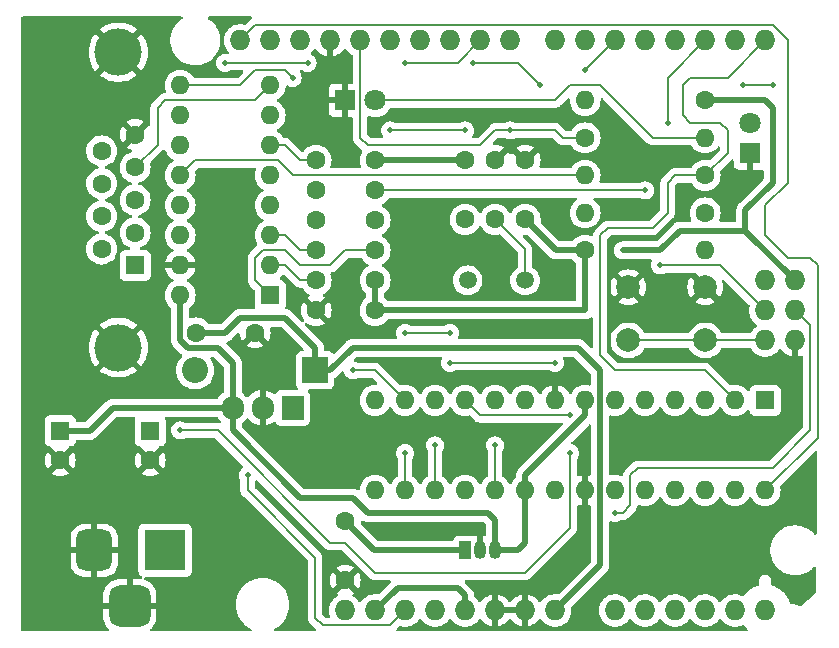
<source format=gbl>
G04 #@! TF.GenerationSoftware,KiCad,Pcbnew,6.0.2+dfsg-1*
G04 #@! TF.CreationDate,2022-10-31T09:01:27+01:00*
G04 #@! TF.ProjectId,FreeduinoSerial,46726565-6475-4696-9e6f-53657269616c,rev?*
G04 #@! TF.SameCoordinates,Original*
G04 #@! TF.FileFunction,Copper,L2,Bot*
G04 #@! TF.FilePolarity,Positive*
%FSLAX46Y46*%
G04 Gerber Fmt 4.6, Leading zero omitted, Abs format (unit mm)*
G04 Created by KiCad (PCBNEW 6.0.2+dfsg-1) date 2022-10-31 09:01:27*
%MOMM*%
%LPD*%
G01*
G04 APERTURE LIST*
G04 Aperture macros list*
%AMRoundRect*
0 Rectangle with rounded corners*
0 $1 Rounding radius*
0 $2 $3 $4 $5 $6 $7 $8 $9 X,Y pos of 4 corners*
0 Add a 4 corners polygon primitive as box body*
4,1,4,$2,$3,$4,$5,$6,$7,$8,$9,$2,$3,0*
0 Add four circle primitives for the rounded corners*
1,1,$1+$1,$2,$3*
1,1,$1+$1,$4,$5*
1,1,$1+$1,$6,$7*
1,1,$1+$1,$8,$9*
0 Add four rect primitives between the rounded corners*
20,1,$1+$1,$2,$3,$4,$5,0*
20,1,$1+$1,$4,$5,$6,$7,0*
20,1,$1+$1,$6,$7,$8,$9,0*
20,1,$1+$1,$8,$9,$2,$3,0*%
G04 Aperture macros list end*
G04 #@! TA.AperFunction,ComponentPad*
%ADD10C,1.600000*%
G04 #@! TD*
G04 #@! TA.AperFunction,ComponentPad*
%ADD11O,1.600000X1.600000*%
G04 #@! TD*
G04 #@! TA.AperFunction,ComponentPad*
%ADD12R,1.050000X1.500000*%
G04 #@! TD*
G04 #@! TA.AperFunction,ComponentPad*
%ADD13O,1.050000X1.500000*%
G04 #@! TD*
G04 #@! TA.AperFunction,ComponentPad*
%ADD14R,1.800000X1.800000*%
G04 #@! TD*
G04 #@! TA.AperFunction,ComponentPad*
%ADD15C,1.800000*%
G04 #@! TD*
G04 #@! TA.AperFunction,ComponentPad*
%ADD16R,1.905000X2.000000*%
G04 #@! TD*
G04 #@! TA.AperFunction,ComponentPad*
%ADD17O,1.905000X2.000000*%
G04 #@! TD*
G04 #@! TA.AperFunction,ComponentPad*
%ADD18R,1.600000X1.600000*%
G04 #@! TD*
G04 #@! TA.AperFunction,ComponentPad*
%ADD19R,2.200000X2.200000*%
G04 #@! TD*
G04 #@! TA.AperFunction,ComponentPad*
%ADD20O,2.200000X2.200000*%
G04 #@! TD*
G04 #@! TA.AperFunction,ComponentPad*
%ADD21C,2.000000*%
G04 #@! TD*
G04 #@! TA.AperFunction,ComponentPad*
%ADD22R,3.500000X3.500000*%
G04 #@! TD*
G04 #@! TA.AperFunction,ComponentPad*
%ADD23O,1.727200X1.727200*%
G04 #@! TD*
G04 #@! TA.AperFunction,ComponentPad*
%ADD24C,4.000000*%
G04 #@! TD*
G04 #@! TA.AperFunction,ComponentPad*
%ADD25RoundRect,0.750000X-0.750000X-1.000000X0.750000X-1.000000X0.750000X1.000000X-0.750000X1.000000X0*%
G04 #@! TD*
G04 #@! TA.AperFunction,ComponentPad*
%ADD26RoundRect,0.875000X-0.875000X-0.875000X0.875000X-0.875000X0.875000X0.875000X-0.875000X0.875000X0*%
G04 #@! TD*
G04 #@! TA.AperFunction,ComponentPad*
%ADD27C,1.500000*%
G04 #@! TD*
G04 #@! TA.AperFunction,ViaPad*
%ADD28C,0.500000*%
G04 #@! TD*
G04 #@! TA.AperFunction,Conductor*
%ADD29C,0.200000*%
G04 #@! TD*
G04 #@! TA.AperFunction,Conductor*
%ADD30C,0.500000*%
G04 #@! TD*
G04 APERTURE END LIST*
D10*
X168910000Y-74930000D03*
X163910000Y-74930000D03*
X196850000Y-57150000D03*
D11*
X186690000Y-57150000D03*
D10*
X166370000Y-92790000D03*
X166370000Y-97790000D03*
X186690000Y-69850000D03*
D11*
X196850000Y-69850000D03*
D12*
X176530000Y-95250000D03*
D13*
X177800000Y-95250000D03*
X179070000Y-95250000D03*
D14*
X200660000Y-61595000D03*
D15*
X200660000Y-59055000D03*
D16*
X161925000Y-83185000D03*
D17*
X159385000Y-83185000D03*
X156845000Y-83185000D03*
D11*
X201930000Y-90170000D03*
X199390000Y-90170000D03*
X196850000Y-90170000D03*
X194310000Y-90170000D03*
X191770000Y-90170000D03*
X189230000Y-90170000D03*
X186690000Y-90170000D03*
X184150000Y-90170000D03*
X181610000Y-90170000D03*
X179070000Y-90170000D03*
X176530000Y-90170000D03*
X173990000Y-90170000D03*
X171450000Y-90170000D03*
X168910000Y-90170000D03*
X168910000Y-82550000D03*
X171450000Y-82550000D03*
X173990000Y-82550000D03*
X176530000Y-82550000D03*
X179070000Y-82550000D03*
X181610000Y-82550000D03*
X184150000Y-82550000D03*
X186690000Y-82550000D03*
X189230000Y-82550000D03*
X191770000Y-82550000D03*
X194310000Y-82550000D03*
X196850000Y-82550000D03*
X199390000Y-82550000D03*
D18*
X201930000Y-82550000D03*
X142240000Y-85130000D03*
D10*
X142240000Y-87630000D03*
X181610000Y-67230000D03*
X181610000Y-62230000D03*
X163910000Y-62230000D03*
X168910000Y-62230000D03*
X196850000Y-66675000D03*
D11*
X186690000Y-66675000D03*
D10*
X163910000Y-64770000D03*
X168910000Y-64770000D03*
X196850000Y-63500000D03*
D11*
X186690000Y-63500000D03*
D10*
X163910000Y-67310000D03*
X168910000Y-67310000D03*
D14*
X166370000Y-57150000D03*
D15*
X168910000Y-57150000D03*
D10*
X176530000Y-67230000D03*
X176530000Y-62230000D03*
X179070000Y-67230000D03*
X179070000Y-62230000D03*
X168910000Y-69850000D03*
X163910000Y-69850000D03*
X186690000Y-60325000D03*
D11*
X196850000Y-60325000D03*
D19*
X163830000Y-80010000D03*
D20*
X153670000Y-80010000D03*
D10*
X153750000Y-76835000D03*
X158750000Y-76835000D03*
D21*
X196850000Y-77470000D03*
X190350000Y-77470000D03*
X190350000Y-72970000D03*
X196850000Y-72970000D03*
D22*
X151130000Y-95250000D03*
D23*
X184150000Y-100330000D03*
D10*
X148590000Y-68350000D03*
D23*
X160020000Y-52070000D03*
X157480000Y-52070000D03*
X201930000Y-74930000D03*
D10*
X148590000Y-65580000D03*
D23*
X201930000Y-77470000D03*
X171450000Y-100330000D03*
X204470000Y-74930000D03*
X201930000Y-72390000D03*
X168910000Y-100330000D03*
D24*
X147170000Y-78080000D03*
X147170000Y-53080000D03*
D10*
X148590000Y-60040000D03*
D25*
X145130000Y-95250000D03*
D26*
X148130000Y-99950000D03*
D23*
X204470000Y-77470000D03*
X181610000Y-100330000D03*
X179070000Y-100330000D03*
X165100000Y-52070000D03*
D10*
X148590000Y-62810000D03*
D23*
X167640000Y-52070000D03*
X170180000Y-52070000D03*
X172720000Y-52070000D03*
X175260000Y-52070000D03*
X177800000Y-52070000D03*
X180340000Y-52070000D03*
X184150000Y-52070000D03*
X186690000Y-52070000D03*
X189230000Y-52070000D03*
X191770000Y-52070000D03*
X194310000Y-52070000D03*
X196850000Y-52070000D03*
X199390000Y-52070000D03*
X201930000Y-52070000D03*
X162560000Y-52070000D03*
X201930000Y-100330000D03*
X199390000Y-100330000D03*
X196850000Y-100330000D03*
X194310000Y-100330000D03*
X191770000Y-100330000D03*
X189230000Y-100330000D03*
D10*
X145750000Y-61425000D03*
X145750000Y-64195000D03*
X145750000Y-66965000D03*
X145750000Y-69735000D03*
D23*
X204470000Y-72390000D03*
X176530000Y-100330000D03*
X173990000Y-100330000D03*
D18*
X148590000Y-71120000D03*
D23*
X166370000Y-100330000D03*
D10*
X168910000Y-72390000D03*
X163910000Y-72390000D03*
D27*
X181610000Y-72390000D03*
X176730000Y-72390000D03*
D18*
X149860000Y-85130000D03*
D10*
X149860000Y-87630000D03*
D18*
X160020000Y-73660000D03*
D11*
X160020000Y-71120000D03*
X160020000Y-68580000D03*
X160020000Y-66040000D03*
X160020000Y-63500000D03*
X160020000Y-60960000D03*
X160020000Y-58420000D03*
X160020000Y-55880000D03*
X152400000Y-55880000D03*
X152400000Y-58420000D03*
X152400000Y-60960000D03*
X152400000Y-63500000D03*
X152400000Y-66040000D03*
X152400000Y-68580000D03*
X152400000Y-71120000D03*
X152400000Y-73660000D03*
D28*
X165100000Y-76835000D03*
X204470000Y-80010000D03*
X199390000Y-85725000D03*
X196850000Y-85725000D03*
X194310000Y-85725000D03*
X191770000Y-85725000D03*
X183515000Y-97790000D03*
X184785000Y-96520000D03*
X186055000Y-95250000D03*
X193040000Y-61595000D03*
X191135000Y-61595000D03*
X193040000Y-63500000D03*
X191135000Y-63500000D03*
X193675000Y-59055000D03*
X202565000Y-55880000D03*
X200025000Y-55880000D03*
X185420000Y-83820000D03*
X186690000Y-54610000D03*
X184150000Y-79375000D03*
X175260000Y-79375000D03*
X167005000Y-80010000D03*
X176530000Y-59690000D03*
X170180000Y-59690000D03*
X171450000Y-76835000D03*
X175260000Y-76835000D03*
X171450000Y-53975000D03*
X171450000Y-86995000D03*
X182880000Y-55880000D03*
X177165000Y-53975000D03*
X173990000Y-86360000D03*
X189230000Y-92075000D03*
X163195000Y-53975000D03*
X156210000Y-53975000D03*
X193040000Y-71120000D03*
X179070000Y-86360000D03*
X180340000Y-59690000D03*
X186690000Y-74930000D03*
X189865000Y-69850000D03*
X186690000Y-86995000D03*
X163830000Y-86360000D03*
X163830000Y-88265000D03*
X182880000Y-85725000D03*
X161925000Y-86360000D03*
X165735000Y-84455000D03*
X182245000Y-86360000D03*
X163830000Y-84455000D03*
X181610000Y-86995000D03*
X183515000Y-85090000D03*
X165735000Y-86360000D03*
X165735000Y-88265000D03*
X186690000Y-88265000D03*
X165735000Y-82550000D03*
X158115000Y-88900000D03*
X191770000Y-64770000D03*
X185420000Y-86995000D03*
X152400000Y-85090000D03*
X161925000Y-55245000D03*
D29*
X187960000Y-68580000D02*
X188595000Y-67945000D01*
X199390000Y-82550000D02*
X196850000Y-80010000D01*
X198120000Y-59055000D02*
X195580000Y-59055000D01*
X189230000Y-80010000D02*
X187960000Y-78740000D01*
X196850000Y-80010000D02*
X189230000Y-80010000D01*
X194945000Y-55880000D02*
X195580000Y-55245000D01*
X188595000Y-67945000D02*
X192405000Y-67945000D01*
X195580000Y-55245000D02*
X198755000Y-55245000D01*
X193675000Y-64135000D02*
X194310000Y-63500000D01*
X192405000Y-67945000D02*
X193675000Y-66675000D01*
X195580000Y-59055000D02*
X194945000Y-58420000D01*
X194945000Y-58420000D02*
X194945000Y-55880000D01*
X187960000Y-78740000D02*
X187960000Y-68580000D01*
X198755000Y-55245000D02*
X201930000Y-52070000D01*
X196850000Y-63500000D02*
X198755000Y-61595000D01*
X193675000Y-66675000D02*
X193675000Y-64135000D01*
X194310000Y-63500000D02*
X196850000Y-63500000D01*
X198755000Y-61595000D02*
X198755000Y-59690000D01*
X198755000Y-59690000D02*
X198120000Y-59055000D01*
X193675000Y-59055000D02*
X193675000Y-55245000D01*
X193675000Y-55245000D02*
X196850000Y-52070000D01*
X202565000Y-55880000D02*
X200025000Y-55880000D01*
X189230000Y-52070000D02*
X186690000Y-54610000D01*
X185420000Y-83820000D02*
X177800000Y-83820000D01*
X177800000Y-83820000D02*
X176530000Y-82550000D01*
X184150000Y-79375000D02*
X175260000Y-79375000D01*
X167005000Y-80010000D02*
X168910000Y-80010000D01*
X170180000Y-59690000D02*
X176530000Y-59690000D01*
X168910000Y-80010000D02*
X171450000Y-82550000D01*
X171450000Y-76835000D02*
X175260000Y-76835000D01*
X175895000Y-53975000D02*
X177800000Y-52070000D01*
X171450000Y-53975000D02*
X175895000Y-53975000D01*
X180975000Y-53975000D02*
X177165000Y-53975000D01*
X182880000Y-55880000D02*
X180975000Y-53975000D01*
X171450000Y-86995000D02*
X171450000Y-90170000D01*
D30*
X163830000Y-80010000D02*
X163830000Y-78105000D01*
X187960000Y-80010000D02*
X186055000Y-78105000D01*
X187960000Y-96520000D02*
X187960000Y-80010000D01*
X156210000Y-76835000D02*
X157480000Y-75565000D01*
X157480000Y-75565000D02*
X161290000Y-75565000D01*
X184150000Y-100330000D02*
X187960000Y-96520000D01*
X186055000Y-78105000D02*
X167005000Y-78105000D01*
X161290000Y-75565000D02*
X163830000Y-78105000D01*
X165100000Y-80010000D02*
X163830000Y-80010000D01*
X153750000Y-76835000D02*
X156210000Y-76835000D01*
X167005000Y-78105000D02*
X165100000Y-80010000D01*
D29*
X205740000Y-76200000D02*
X205740000Y-85090000D01*
X204470000Y-74930000D02*
X205740000Y-76200000D01*
X173990000Y-90170000D02*
X173990000Y-86360000D01*
X189865000Y-92075000D02*
X189230000Y-92075000D01*
X190500000Y-91440000D02*
X189865000Y-92075000D01*
X190500000Y-88900000D02*
X190500000Y-91440000D01*
X202565000Y-88265000D02*
X191135000Y-88265000D01*
X191135000Y-88265000D02*
X190500000Y-88900000D01*
X205740000Y-85090000D02*
X202565000Y-88265000D01*
X163195000Y-53975000D02*
X156210000Y-53975000D01*
X179070000Y-90170000D02*
X179070000Y-86360000D01*
X177800000Y-60960000D02*
X168275000Y-60960000D01*
X198120000Y-71120000D02*
X201930000Y-74930000D01*
X180340000Y-59690000D02*
X184150000Y-59690000D01*
X184785000Y-60325000D02*
X184150000Y-59690000D01*
X167640000Y-60325000D02*
X167640000Y-52070000D01*
X179070000Y-59690000D02*
X177800000Y-60960000D01*
X193040000Y-71120000D02*
X198120000Y-71120000D01*
X186690000Y-60325000D02*
X184785000Y-60325000D01*
X168275000Y-60960000D02*
X167640000Y-60325000D01*
X180340000Y-59690000D02*
X179070000Y-59690000D01*
X205740000Y-70485000D02*
X203835000Y-70485000D01*
X201930000Y-68580000D02*
X201930000Y-66040000D01*
X203835000Y-64135000D02*
X203835000Y-52070000D01*
X203835000Y-52070000D02*
X202565000Y-50800000D01*
X201930000Y-90170000D02*
X206375000Y-85725000D01*
X201930000Y-66040000D02*
X203835000Y-64135000D01*
X206375000Y-71120000D02*
X205740000Y-70485000D01*
X206375000Y-85725000D02*
X206375000Y-71120000D01*
X158750000Y-50800000D02*
X157480000Y-52070000D01*
X202565000Y-50800000D02*
X158750000Y-50800000D01*
X203835000Y-70485000D02*
X201930000Y-68580000D01*
D30*
X186690000Y-74930000D02*
X186690000Y-69850000D01*
X189865000Y-69850000D02*
X193040000Y-69850000D01*
X153035000Y-78105000D02*
X152400000Y-77470000D01*
X168910000Y-74930000D02*
X168910000Y-72390000D01*
X200253600Y-68173600D02*
X204470000Y-72390000D01*
X156845000Y-83185000D02*
X146685000Y-83185000D01*
X180975000Y-95250000D02*
X181610000Y-94615000D01*
X193040000Y-69850000D02*
X194716400Y-68173600D01*
X168275000Y-92075000D02*
X178435000Y-92075000D01*
X170815000Y-98425000D02*
X175895000Y-98425000D01*
X144740000Y-85130000D02*
X142240000Y-85130000D01*
X202565000Y-57785000D02*
X201930000Y-57150000D01*
X179070000Y-95250000D02*
X180975000Y-95250000D01*
X167005000Y-90805000D02*
X168275000Y-92075000D01*
X194716400Y-68173600D02*
X200253600Y-68173600D01*
X181610000Y-94615000D02*
X181610000Y-90170000D01*
X181610000Y-90170000D02*
X181610000Y-88900000D01*
X200253600Y-66446400D02*
X202565000Y-64135000D01*
X184230000Y-69850000D02*
X181610000Y-67230000D01*
X202565000Y-64135000D02*
X202565000Y-57785000D01*
X200253600Y-68173600D02*
X200253600Y-66446400D01*
X156845000Y-85090000D02*
X162560000Y-90805000D01*
X146685000Y-83185000D02*
X144740000Y-85130000D01*
X179070000Y-92710000D02*
X179070000Y-95250000D01*
X175895000Y-98425000D02*
X176530000Y-99060000D01*
X156845000Y-83185000D02*
X156845000Y-85090000D01*
X186690000Y-83820000D02*
X186690000Y-82550000D01*
X186690000Y-74930000D02*
X168910000Y-74930000D01*
X162560000Y-90805000D02*
X167005000Y-90805000D01*
X152400000Y-77470000D02*
X152400000Y-73660000D01*
X201930000Y-57150000D02*
X196850000Y-57150000D01*
X178435000Y-92075000D02*
X179070000Y-92710000D01*
X168910000Y-100330000D02*
X170815000Y-98425000D01*
X156845000Y-79375000D02*
X155575000Y-78105000D01*
X155575000Y-78105000D02*
X153035000Y-78105000D01*
X156845000Y-83185000D02*
X156845000Y-79375000D01*
X181610000Y-88900000D02*
X186690000Y-83820000D01*
X176530000Y-99060000D02*
X176530000Y-100330000D01*
X186690000Y-69850000D02*
X184230000Y-69850000D01*
X181610000Y-100330000D02*
X179070000Y-100330000D01*
X176530000Y-62230000D02*
X168910000Y-62230000D01*
X168830000Y-95250000D02*
X166370000Y-92790000D01*
X176530000Y-95250000D02*
X168830000Y-95250000D01*
D29*
X179070000Y-67230000D02*
X181610000Y-69770000D01*
X181610000Y-69770000D02*
X181610000Y-72390000D01*
X158750000Y-57150000D02*
X160020000Y-55880000D01*
X148590000Y-62810000D02*
X150495000Y-60905000D01*
X150495000Y-60905000D02*
X150495000Y-57785000D01*
X150495000Y-57785000D02*
X151130000Y-57150000D01*
X151130000Y-57150000D02*
X158750000Y-57150000D01*
X170180000Y-101600000D02*
X164465000Y-101600000D01*
X158115000Y-90170000D02*
X158115000Y-88900000D01*
X163830000Y-95885000D02*
X158115000Y-90170000D01*
X190350000Y-77470000D02*
X196850000Y-77470000D01*
X164465000Y-101600000D02*
X163830000Y-100965000D01*
X171450000Y-100330000D02*
X170180000Y-101600000D01*
X163830000Y-100965000D02*
X163830000Y-95885000D01*
X191770000Y-64770000D02*
X168910000Y-64770000D01*
X196850000Y-77470000D02*
X201930000Y-77470000D01*
X184150000Y-57150000D02*
X168910000Y-57150000D01*
X196850000Y-60325000D02*
X192405000Y-60325000D01*
X184150000Y-57150000D02*
X185420000Y-55880000D01*
X185420000Y-55880000D02*
X187960000Y-55880000D01*
X187960000Y-55880000D02*
X192405000Y-60325000D01*
X160020000Y-71120000D02*
X161290000Y-71120000D01*
X162560000Y-72390000D02*
X163910000Y-72390000D01*
X161290000Y-71120000D02*
X162560000Y-72390000D01*
X165100000Y-71120000D02*
X162560000Y-71120000D01*
X166370000Y-69850000D02*
X165100000Y-71120000D01*
X159385000Y-69850000D02*
X158750000Y-70485000D01*
X158750000Y-70485000D02*
X158750000Y-72390000D01*
X162560000Y-71120000D02*
X161290000Y-69850000D01*
X161290000Y-69850000D02*
X159385000Y-69850000D01*
X158750000Y-72390000D02*
X160020000Y-73660000D01*
X168910000Y-69850000D02*
X166370000Y-69850000D01*
X162560000Y-69850000D02*
X161290000Y-68580000D01*
X163910000Y-69850000D02*
X162560000Y-69850000D01*
X161290000Y-68580000D02*
X160020000Y-68580000D01*
X185420000Y-86995000D02*
X185420000Y-93345000D01*
X181610000Y-97155000D02*
X168910000Y-97155000D01*
X155575000Y-85090000D02*
X152400000Y-85090000D01*
X165100000Y-94615000D02*
X155575000Y-85090000D01*
X166370000Y-94615000D02*
X165100000Y-94615000D01*
X168910000Y-97155000D02*
X166370000Y-94615000D01*
X185420000Y-93345000D02*
X181610000Y-97155000D01*
X152400000Y-63500000D02*
X153670000Y-62230000D01*
X160655000Y-62230000D02*
X161925000Y-63500000D01*
X161925000Y-63500000D02*
X186690000Y-63500000D01*
X153670000Y-62230000D02*
X160655000Y-62230000D01*
X163910000Y-62230000D02*
X162560000Y-62230000D01*
X161290000Y-60960000D02*
X160020000Y-60960000D01*
X162560000Y-62230000D02*
X161290000Y-60960000D01*
X157480000Y-55880000D02*
X158750000Y-54610000D01*
X152400000Y-55880000D02*
X157480000Y-55880000D01*
X158750000Y-54610000D02*
X161290000Y-54610000D01*
X161925000Y-55245000D02*
X161290000Y-54610000D01*
G04 #@! TA.AperFunction,Conductor*
G36*
X152563976Y-50058002D02*
G01*
X152610469Y-50111658D01*
X152620573Y-50181932D01*
X152591079Y-50246512D01*
X152568307Y-50267086D01*
X152339977Y-50427559D01*
X152129378Y-50623260D01*
X151947287Y-50845732D01*
X151797073Y-51090858D01*
X151795347Y-51094791D01*
X151795346Y-51094792D01*
X151790059Y-51106837D01*
X151681517Y-51354102D01*
X151602756Y-51630594D01*
X151562249Y-51915216D01*
X151562227Y-51919505D01*
X151562226Y-51919512D01*
X151560765Y-52198417D01*
X151560743Y-52202703D01*
X151598268Y-52487734D01*
X151674129Y-52765036D01*
X151675813Y-52768984D01*
X151726049Y-52886759D01*
X151786923Y-53029476D01*
X151839871Y-53117945D01*
X151921835Y-53254897D01*
X151934561Y-53276161D01*
X152114313Y-53500528D01*
X152322851Y-53698423D01*
X152502088Y-53827218D01*
X152549440Y-53861244D01*
X152556317Y-53866186D01*
X152560112Y-53868195D01*
X152560113Y-53868196D01*
X152581869Y-53879715D01*
X152810392Y-54000712D01*
X153080373Y-54099511D01*
X153361264Y-54160755D01*
X153389841Y-54163004D01*
X153584282Y-54178307D01*
X153584291Y-54178307D01*
X153586739Y-54178500D01*
X153742271Y-54178500D01*
X153744407Y-54178354D01*
X153744418Y-54178354D01*
X153952548Y-54164165D01*
X153952554Y-54164164D01*
X153956825Y-54163873D01*
X153961020Y-54163004D01*
X153961022Y-54163004D01*
X154155894Y-54122648D01*
X154238342Y-54105574D01*
X154509343Y-54009607D01*
X154764812Y-53877750D01*
X154768313Y-53875289D01*
X154768317Y-53875287D01*
X154891237Y-53788897D01*
X155000023Y-53712441D01*
X155150160Y-53572925D01*
X155207479Y-53519661D01*
X155207481Y-53519658D01*
X155210622Y-53516740D01*
X155392713Y-53294268D01*
X155538118Y-53056989D01*
X155540686Y-53052799D01*
X155542927Y-53049142D01*
X155573597Y-52979275D01*
X155656757Y-52789830D01*
X155658483Y-52785898D01*
X155661196Y-52776376D01*
X155736068Y-52513534D01*
X155737244Y-52509406D01*
X155777751Y-52224784D01*
X155777845Y-52206951D01*
X155779235Y-51941583D01*
X155779235Y-51941576D01*
X155779257Y-51937297D01*
X155766463Y-51840113D01*
X155742292Y-51656522D01*
X155741732Y-51652266D01*
X155665871Y-51374964D01*
X155563096Y-51134013D01*
X155554763Y-51114476D01*
X155554761Y-51114472D01*
X155553077Y-51110524D01*
X155460794Y-50956330D01*
X155407643Y-50867521D01*
X155407640Y-50867517D01*
X155405439Y-50863839D01*
X155225687Y-50639472D01*
X155017149Y-50441577D01*
X154877910Y-50341523D01*
X154787178Y-50276325D01*
X154787174Y-50276322D01*
X154783683Y-50273814D01*
X154779882Y-50271801D01*
X154778728Y-50271086D01*
X154731374Y-50218189D01*
X154720135Y-50148087D01*
X154748580Y-50083038D01*
X154807677Y-50043694D01*
X154845126Y-50038000D01*
X158374238Y-50038000D01*
X158442359Y-50058002D01*
X158488852Y-50111658D01*
X158498956Y-50181932D01*
X158469462Y-50246512D01*
X158443023Y-50268344D01*
X158443124Y-50268476D01*
X158439723Y-50271086D01*
X158436571Y-50273504D01*
X158436568Y-50273506D01*
X158347928Y-50341523D01*
X158347925Y-50341526D01*
X158316013Y-50366013D01*
X158310983Y-50372568D01*
X158296548Y-50391379D01*
X158285681Y-50403770D01*
X157975703Y-50713748D01*
X157913391Y-50747774D01*
X157844552Y-50743427D01*
X157836573Y-50740602D01*
X157836569Y-50740601D01*
X157831698Y-50738876D01*
X157720633Y-50719092D01*
X157614657Y-50700214D01*
X157614653Y-50700214D01*
X157609569Y-50699308D01*
X157537574Y-50698429D01*
X157389129Y-50696615D01*
X157389127Y-50696615D01*
X157383959Y-50696552D01*
X157160929Y-50730680D01*
X156946468Y-50800777D01*
X156746335Y-50904960D01*
X156742202Y-50908063D01*
X156742199Y-50908065D01*
X156596414Y-51017523D01*
X156565905Y-51040430D01*
X156513604Y-51095160D01*
X156464902Y-51146124D01*
X156410024Y-51203550D01*
X156282878Y-51389940D01*
X156280704Y-51394624D01*
X156280702Y-51394627D01*
X156191149Y-51587553D01*
X156187881Y-51594593D01*
X156127585Y-51812013D01*
X156103609Y-52036362D01*
X156103906Y-52041514D01*
X156103906Y-52041518D01*
X156109618Y-52140578D01*
X156116597Y-52261614D01*
X156117734Y-52266660D01*
X156117735Y-52266666D01*
X156138984Y-52360952D01*
X156166200Y-52481720D01*
X156168142Y-52486502D01*
X156168143Y-52486506D01*
X156204822Y-52576835D01*
X156251086Y-52690769D01*
X156368975Y-52883147D01*
X156485171Y-53017286D01*
X156490834Y-53023824D01*
X156520317Y-53088410D01*
X156510202Y-53158682D01*
X156463701Y-53212331D01*
X156395577Y-53232322D01*
X156380679Y-53231436D01*
X156264373Y-53217568D01*
X156215329Y-53211720D01*
X156208326Y-53212456D01*
X156208325Y-53212456D01*
X156053101Y-53228770D01*
X156053097Y-53228771D01*
X156046093Y-53229507D01*
X156039422Y-53231778D01*
X155891673Y-53282075D01*
X155891670Y-53282076D01*
X155885003Y-53284346D01*
X155879005Y-53288036D01*
X155879003Y-53288037D01*
X155746065Y-53369821D01*
X155746063Y-53369823D01*
X155740066Y-53373512D01*
X155618486Y-53492573D01*
X155614675Y-53498487D01*
X155614673Y-53498489D01*
X155530121Y-53629687D01*
X155526304Y-53635610D01*
X155468103Y-53795516D01*
X155446775Y-53964343D01*
X155463381Y-54133699D01*
X155465605Y-54140384D01*
X155465605Y-54140385D01*
X155473516Y-54164165D01*
X155517094Y-54295167D01*
X155520741Y-54301189D01*
X155520742Y-54301191D01*
X155600858Y-54433477D01*
X155605246Y-54440723D01*
X155723455Y-54563132D01*
X155764561Y-54590031D01*
X155857411Y-54650790D01*
X155865846Y-54656310D01*
X155872450Y-54658766D01*
X155872452Y-54658767D01*
X155908844Y-54672301D01*
X156025341Y-54715626D01*
X156194015Y-54738132D01*
X156201026Y-54737494D01*
X156201030Y-54737494D01*
X156356462Y-54723348D01*
X156363483Y-54722709D01*
X156370185Y-54720531D01*
X156370187Y-54720531D01*
X156518623Y-54672301D01*
X156518626Y-54672300D01*
X156525322Y-54670124D01*
X156640823Y-54601271D01*
X156705341Y-54583500D01*
X157611761Y-54583500D01*
X157679882Y-54603502D01*
X157726375Y-54657158D01*
X157736479Y-54727432D01*
X157706985Y-54792012D01*
X157700856Y-54798595D01*
X157264856Y-55234595D01*
X157202544Y-55268621D01*
X157175761Y-55271500D01*
X153636899Y-55271500D01*
X153568778Y-55251498D01*
X153533686Y-55217771D01*
X153409357Y-55040211D01*
X153409355Y-55040208D01*
X153406198Y-55035700D01*
X153244300Y-54873802D01*
X153239792Y-54870645D01*
X153239789Y-54870643D01*
X153138650Y-54799825D01*
X153056749Y-54742477D01*
X153051767Y-54740154D01*
X153051762Y-54740151D01*
X152854225Y-54648039D01*
X152854224Y-54648039D01*
X152849243Y-54645716D01*
X152843935Y-54644294D01*
X152843933Y-54644293D01*
X152633402Y-54587881D01*
X152633400Y-54587881D01*
X152628087Y-54586457D01*
X152400000Y-54566502D01*
X152171913Y-54586457D01*
X152166600Y-54587881D01*
X152166598Y-54587881D01*
X151956067Y-54644293D01*
X151956065Y-54644294D01*
X151950757Y-54645716D01*
X151945776Y-54648039D01*
X151945775Y-54648039D01*
X151748238Y-54740151D01*
X151748233Y-54740154D01*
X151743251Y-54742477D01*
X151661350Y-54799825D01*
X151560211Y-54870643D01*
X151560208Y-54870645D01*
X151555700Y-54873802D01*
X151393802Y-55035700D01*
X151390645Y-55040208D01*
X151390643Y-55040211D01*
X151349959Y-55098314D01*
X151262477Y-55223251D01*
X151260154Y-55228233D01*
X151260151Y-55228238D01*
X151170022Y-55421523D01*
X151165716Y-55430757D01*
X151164294Y-55436065D01*
X151164293Y-55436067D01*
X151122001Y-55593902D01*
X151106457Y-55651913D01*
X151086502Y-55880000D01*
X151106457Y-56108087D01*
X151107881Y-56113400D01*
X151107881Y-56113402D01*
X151163543Y-56321132D01*
X151165716Y-56329243D01*
X151168039Y-56334224D01*
X151168039Y-56334225D01*
X151181972Y-56364104D01*
X151192633Y-56434296D01*
X151163653Y-56499108D01*
X151104233Y-56537965D01*
X151084228Y-56542275D01*
X150971149Y-56557162D01*
X150823124Y-56618476D01*
X150800680Y-56635698D01*
X150727937Y-56691515D01*
X150727921Y-56691529D01*
X150702566Y-56710984D01*
X150702563Y-56710987D01*
X150696013Y-56716013D01*
X150690983Y-56722568D01*
X150676548Y-56741379D01*
X150665681Y-56753770D01*
X150098766Y-57320685D01*
X150086375Y-57331552D01*
X150061013Y-57351013D01*
X150036526Y-57382925D01*
X150036523Y-57382928D01*
X150036517Y-57382936D01*
X150006454Y-57422115D01*
X149963476Y-57478124D01*
X149905079Y-57619107D01*
X149902162Y-57626150D01*
X149886500Y-57745115D01*
X149886500Y-57745120D01*
X149881250Y-57785000D01*
X149882328Y-57793188D01*
X149885422Y-57816690D01*
X149886500Y-57833136D01*
X149886500Y-59224004D01*
X149866498Y-59292125D01*
X149812842Y-59338618D01*
X149742568Y-59348722D01*
X149681830Y-59322427D01*
X149677012Y-59318576D01*
X149663566Y-59325644D01*
X147874923Y-61114287D01*
X147868493Y-61126062D01*
X147877789Y-61138077D01*
X147928994Y-61173931D01*
X147938489Y-61179414D01*
X148135947Y-61271490D01*
X148146239Y-61275236D01*
X148249985Y-61303034D01*
X148310608Y-61339985D01*
X148341629Y-61403846D01*
X148333201Y-61474340D01*
X148287998Y-61529088D01*
X148249986Y-61546448D01*
X148140757Y-61575716D01*
X148135776Y-61578039D01*
X148135775Y-61578039D01*
X147938238Y-61670151D01*
X147938233Y-61670154D01*
X147933251Y-61672477D01*
X147913386Y-61686387D01*
X147750211Y-61800643D01*
X147750208Y-61800645D01*
X147745700Y-61803802D01*
X147583802Y-61965700D01*
X147580645Y-61970208D01*
X147580643Y-61970211D01*
X147546075Y-62019580D01*
X147452477Y-62153251D01*
X147450154Y-62158233D01*
X147450151Y-62158238D01*
X147375143Y-62319095D01*
X147355716Y-62360757D01*
X147354294Y-62366065D01*
X147354293Y-62366067D01*
X147301029Y-62564849D01*
X147296457Y-62581913D01*
X147276502Y-62810000D01*
X147296457Y-63038087D01*
X147297881Y-63043400D01*
X147297881Y-63043402D01*
X147334637Y-63180574D01*
X147355716Y-63259243D01*
X147358039Y-63264224D01*
X147358039Y-63264225D01*
X147450151Y-63461762D01*
X147450154Y-63461767D01*
X147452477Y-63466749D01*
X147506035Y-63543238D01*
X147573891Y-63640145D01*
X147583802Y-63654300D01*
X147745700Y-63816198D01*
X147750208Y-63819355D01*
X147750211Y-63819357D01*
X147775051Y-63836750D01*
X147933251Y-63947523D01*
X147938233Y-63949846D01*
X147938238Y-63949849D01*
X148135775Y-64041961D01*
X148140757Y-64044284D01*
X148146065Y-64045706D01*
X148146067Y-64045707D01*
X148249019Y-64073293D01*
X148309642Y-64110245D01*
X148340663Y-64174106D01*
X148332235Y-64244600D01*
X148287032Y-64299347D01*
X148249019Y-64316707D01*
X148146067Y-64344293D01*
X148146065Y-64344294D01*
X148140757Y-64345716D01*
X148135776Y-64348039D01*
X148135775Y-64348039D01*
X147938238Y-64440151D01*
X147938233Y-64440154D01*
X147933251Y-64442477D01*
X147860397Y-64493490D01*
X147750211Y-64570643D01*
X147750208Y-64570645D01*
X147745700Y-64573802D01*
X147583802Y-64735700D01*
X147452477Y-64923251D01*
X147450154Y-64928233D01*
X147450151Y-64928238D01*
X147364316Y-65112314D01*
X147355716Y-65130757D01*
X147354294Y-65136065D01*
X147354293Y-65136067D01*
X147301073Y-65334685D01*
X147296457Y-65351913D01*
X147276502Y-65580000D01*
X147296457Y-65808087D01*
X147297881Y-65813400D01*
X147297881Y-65813402D01*
X147339053Y-65967055D01*
X147355716Y-66029243D01*
X147358039Y-66034224D01*
X147358039Y-66034225D01*
X147450151Y-66231762D01*
X147450154Y-66231767D01*
X147452477Y-66236749D01*
X147506035Y-66313238D01*
X147559933Y-66390211D01*
X147583802Y-66424300D01*
X147745700Y-66586198D01*
X147750208Y-66589355D01*
X147750211Y-66589357D01*
X147786782Y-66614964D01*
X147933251Y-66717523D01*
X147938233Y-66719846D01*
X147938238Y-66719849D01*
X148080245Y-66786067D01*
X148140757Y-66814284D01*
X148146065Y-66815706D01*
X148146067Y-66815707D01*
X148249019Y-66843293D01*
X148309642Y-66880245D01*
X148340663Y-66944106D01*
X148332235Y-67014600D01*
X148287032Y-67069347D01*
X148249019Y-67086707D01*
X148146067Y-67114293D01*
X148146065Y-67114294D01*
X148140757Y-67115716D01*
X148135776Y-67118039D01*
X148135775Y-67118039D01*
X147938238Y-67210151D01*
X147938233Y-67210154D01*
X147933251Y-67212477D01*
X147890057Y-67242722D01*
X147750211Y-67340643D01*
X147750208Y-67340645D01*
X147745700Y-67343802D01*
X147583802Y-67505700D01*
X147580645Y-67510208D01*
X147580643Y-67510211D01*
X147553644Y-67548770D01*
X147452477Y-67693251D01*
X147450154Y-67698233D01*
X147450151Y-67698238D01*
X147368598Y-67873131D01*
X147355716Y-67900757D01*
X147354294Y-67906065D01*
X147354293Y-67906067D01*
X147301029Y-68104849D01*
X147296457Y-68121913D01*
X147276502Y-68350000D01*
X147296457Y-68578087D01*
X147297881Y-68583400D01*
X147297881Y-68583402D01*
X147312576Y-68638242D01*
X147355716Y-68799243D01*
X147358039Y-68804224D01*
X147358039Y-68804225D01*
X147450151Y-69001762D01*
X147450154Y-69001767D01*
X147452477Y-69006749D01*
X147583802Y-69194300D01*
X147745700Y-69356198D01*
X147750208Y-69359355D01*
X147750211Y-69359357D01*
X147806646Y-69398873D01*
X147933251Y-69487523D01*
X147938233Y-69489846D01*
X147938238Y-69489849D01*
X148112923Y-69571305D01*
X148166208Y-69618222D01*
X148185669Y-69686499D01*
X148165127Y-69754459D01*
X148111105Y-69800525D01*
X148059673Y-69811500D01*
X147741866Y-69811500D01*
X147679684Y-69818255D01*
X147543295Y-69869385D01*
X147426739Y-69956739D01*
X147339385Y-70073295D01*
X147288255Y-70209684D01*
X147281500Y-70271866D01*
X147281500Y-71968134D01*
X147288255Y-72030316D01*
X147339385Y-72166705D01*
X147426739Y-72283261D01*
X147543295Y-72370615D01*
X147679684Y-72421745D01*
X147741866Y-72428500D01*
X149438134Y-72428500D01*
X149500316Y-72421745D01*
X149636705Y-72370615D01*
X149753261Y-72283261D01*
X149840615Y-72166705D01*
X149891745Y-72030316D01*
X149898500Y-71968134D01*
X149898500Y-70271866D01*
X149891745Y-70209684D01*
X149840615Y-70073295D01*
X149753261Y-69956739D01*
X149636705Y-69869385D01*
X149500316Y-69818255D01*
X149438134Y-69811500D01*
X149120327Y-69811500D01*
X149052206Y-69791498D01*
X149005713Y-69737842D01*
X148995609Y-69667568D01*
X149025103Y-69602988D01*
X149067077Y-69571305D01*
X149241762Y-69489849D01*
X149241767Y-69489846D01*
X149246749Y-69487523D01*
X149373354Y-69398873D01*
X149429789Y-69359357D01*
X149429792Y-69359355D01*
X149434300Y-69356198D01*
X149596198Y-69194300D01*
X149727523Y-69006749D01*
X149729846Y-69001767D01*
X149729849Y-69001762D01*
X149821961Y-68804225D01*
X149821961Y-68804224D01*
X149824284Y-68799243D01*
X149867425Y-68638242D01*
X149882119Y-68583402D01*
X149882119Y-68583400D01*
X149883543Y-68578087D01*
X149903498Y-68350000D01*
X149883543Y-68121913D01*
X149878971Y-68104849D01*
X149825707Y-67906067D01*
X149825706Y-67906065D01*
X149824284Y-67900757D01*
X149811402Y-67873131D01*
X149729849Y-67698238D01*
X149729846Y-67698233D01*
X149727523Y-67693251D01*
X149626356Y-67548770D01*
X149599357Y-67510211D01*
X149599355Y-67510208D01*
X149596198Y-67505700D01*
X149434300Y-67343802D01*
X149429792Y-67340645D01*
X149429789Y-67340643D01*
X149289943Y-67242722D01*
X149246749Y-67212477D01*
X149241767Y-67210154D01*
X149241762Y-67210151D01*
X149044225Y-67118039D01*
X149044224Y-67118039D01*
X149039243Y-67115716D01*
X149033935Y-67114294D01*
X149033933Y-67114293D01*
X148930981Y-67086707D01*
X148870358Y-67049755D01*
X148839337Y-66985894D01*
X148847765Y-66915400D01*
X148892968Y-66860653D01*
X148930981Y-66843293D01*
X149033933Y-66815707D01*
X149033935Y-66815706D01*
X149039243Y-66814284D01*
X149099755Y-66786067D01*
X149241762Y-66719849D01*
X149241767Y-66719846D01*
X149246749Y-66717523D01*
X149393218Y-66614964D01*
X149429789Y-66589357D01*
X149429792Y-66589355D01*
X149434300Y-66586198D01*
X149596198Y-66424300D01*
X149620068Y-66390211D01*
X149673965Y-66313238D01*
X149727523Y-66236749D01*
X149729846Y-66231767D01*
X149729849Y-66231762D01*
X149821961Y-66034225D01*
X149821961Y-66034224D01*
X149824284Y-66029243D01*
X149840948Y-65967055D01*
X149882119Y-65813402D01*
X149882119Y-65813400D01*
X149883543Y-65808087D01*
X149903498Y-65580000D01*
X149883543Y-65351913D01*
X149878927Y-65334685D01*
X149825707Y-65136067D01*
X149825706Y-65136065D01*
X149824284Y-65130757D01*
X149815684Y-65112314D01*
X149729849Y-64928238D01*
X149729846Y-64928233D01*
X149727523Y-64923251D01*
X149596198Y-64735700D01*
X149434300Y-64573802D01*
X149429792Y-64570645D01*
X149429789Y-64570643D01*
X149319603Y-64493490D01*
X149246749Y-64442477D01*
X149241767Y-64440154D01*
X149241762Y-64440151D01*
X149044225Y-64348039D01*
X149044224Y-64348039D01*
X149039243Y-64345716D01*
X149033935Y-64344294D01*
X149033933Y-64344293D01*
X148930981Y-64316707D01*
X148870358Y-64279755D01*
X148839337Y-64215894D01*
X148847765Y-64145400D01*
X148892968Y-64090653D01*
X148930981Y-64073293D01*
X149033933Y-64045707D01*
X149033935Y-64045706D01*
X149039243Y-64044284D01*
X149044225Y-64041961D01*
X149241762Y-63949849D01*
X149241767Y-63949846D01*
X149246749Y-63947523D01*
X149404949Y-63836750D01*
X149429789Y-63819357D01*
X149429792Y-63819355D01*
X149434300Y-63816198D01*
X149596198Y-63654300D01*
X149606110Y-63640145D01*
X149673965Y-63543238D01*
X149727523Y-63466749D01*
X149729846Y-63461767D01*
X149729849Y-63461762D01*
X149821961Y-63264225D01*
X149821961Y-63264224D01*
X149824284Y-63259243D01*
X149845364Y-63180574D01*
X149882119Y-63043402D01*
X149882119Y-63043400D01*
X149883543Y-63038087D01*
X149903498Y-62810000D01*
X149883543Y-62581913D01*
X149878971Y-62564849D01*
X149859069Y-62490574D01*
X149860759Y-62419597D01*
X149891681Y-62368868D01*
X150891234Y-61369315D01*
X150903625Y-61358448D01*
X150922437Y-61344013D01*
X150928987Y-61338987D01*
X150934953Y-61331212D01*
X150936009Y-61330441D01*
X150939854Y-61326596D01*
X150940454Y-61327196D01*
X150992291Y-61289345D01*
X151063162Y-61285123D01*
X151125065Y-61319887D01*
X151156621Y-61375304D01*
X151164290Y-61403925D01*
X151164293Y-61403933D01*
X151165716Y-61409243D01*
X151168039Y-61414224D01*
X151168039Y-61414225D01*
X151260151Y-61611762D01*
X151260154Y-61611767D01*
X151262477Y-61616749D01*
X151303709Y-61675634D01*
X151381156Y-61786239D01*
X151393802Y-61804300D01*
X151555700Y-61966198D01*
X151560208Y-61969355D01*
X151560211Y-61969357D01*
X151599244Y-61996688D01*
X151743251Y-62097523D01*
X151748233Y-62099846D01*
X151748238Y-62099849D01*
X151782457Y-62115805D01*
X151835742Y-62162722D01*
X151855203Y-62230999D01*
X151834661Y-62298959D01*
X151782457Y-62344195D01*
X151748238Y-62360151D01*
X151748233Y-62360154D01*
X151743251Y-62362477D01*
X151660660Y-62420308D01*
X151560211Y-62490643D01*
X151560208Y-62490645D01*
X151555700Y-62493802D01*
X151393802Y-62655700D01*
X151390645Y-62660208D01*
X151390643Y-62660211D01*
X151381035Y-62673933D01*
X151262477Y-62843251D01*
X151260154Y-62848233D01*
X151260151Y-62848238D01*
X151170022Y-63041522D01*
X151165716Y-63050757D01*
X151164294Y-63056065D01*
X151164293Y-63056067D01*
X151161628Y-63066013D01*
X151106457Y-63271913D01*
X151086502Y-63500000D01*
X151106457Y-63728087D01*
X151107881Y-63733400D01*
X151107881Y-63733402D01*
X151131305Y-63820819D01*
X151165716Y-63949243D01*
X151168039Y-63954224D01*
X151168039Y-63954225D01*
X151260151Y-64151762D01*
X151260154Y-64151767D01*
X151262477Y-64156749D01*
X151313341Y-64229390D01*
X151352745Y-64285664D01*
X151393802Y-64344300D01*
X151555700Y-64506198D01*
X151560208Y-64509355D01*
X151560211Y-64509357D01*
X151599785Y-64537067D01*
X151743251Y-64637523D01*
X151748233Y-64639846D01*
X151748238Y-64639849D01*
X151782457Y-64655805D01*
X151835742Y-64702722D01*
X151855203Y-64770999D01*
X151834661Y-64838959D01*
X151782457Y-64884195D01*
X151748238Y-64900151D01*
X151748233Y-64900154D01*
X151743251Y-64902477D01*
X151720021Y-64918743D01*
X151560211Y-65030643D01*
X151560208Y-65030645D01*
X151555700Y-65033802D01*
X151393802Y-65195700D01*
X151390645Y-65200208D01*
X151390643Y-65200211D01*
X151362727Y-65240079D01*
X151262477Y-65383251D01*
X151260154Y-65388233D01*
X151260151Y-65388238D01*
X151183669Y-65552256D01*
X151165716Y-65590757D01*
X151164294Y-65596065D01*
X151164293Y-65596067D01*
X151107881Y-65806598D01*
X151106457Y-65811913D01*
X151086502Y-66040000D01*
X151106457Y-66268087D01*
X151107881Y-66273400D01*
X151107881Y-66273402D01*
X151159408Y-66465700D01*
X151165716Y-66489243D01*
X151168039Y-66494224D01*
X151168039Y-66494225D01*
X151260151Y-66691762D01*
X151260154Y-66691767D01*
X151262477Y-66696749D01*
X151296018Y-66744650D01*
X151373829Y-66855775D01*
X151393802Y-66884300D01*
X151555700Y-67046198D01*
X151560208Y-67049355D01*
X151560211Y-67049357D01*
X151599797Y-67077075D01*
X151743251Y-67177523D01*
X151748233Y-67179846D01*
X151748238Y-67179849D01*
X151782457Y-67195805D01*
X151835742Y-67242722D01*
X151855203Y-67310999D01*
X151834661Y-67378959D01*
X151782457Y-67424195D01*
X151748238Y-67440151D01*
X151748233Y-67440154D01*
X151743251Y-67442477D01*
X151652554Y-67505984D01*
X151560211Y-67570643D01*
X151560208Y-67570645D01*
X151555700Y-67573802D01*
X151393802Y-67735700D01*
X151390645Y-67740208D01*
X151390643Y-67740211D01*
X151366426Y-67774797D01*
X151262477Y-67923251D01*
X151260154Y-67928233D01*
X151260151Y-67928238D01*
X151177797Y-68104849D01*
X151165716Y-68130757D01*
X151164294Y-68136065D01*
X151164293Y-68136067D01*
X151107881Y-68346598D01*
X151106457Y-68351913D01*
X151086502Y-68580000D01*
X151106457Y-68808087D01*
X151107881Y-68813400D01*
X151107881Y-68813402D01*
X151160897Y-69011257D01*
X151165716Y-69029243D01*
X151168039Y-69034224D01*
X151168039Y-69034225D01*
X151260151Y-69231762D01*
X151260154Y-69231767D01*
X151262477Y-69236749D01*
X151296056Y-69284704D01*
X151389741Y-69418500D01*
X151393802Y-69424300D01*
X151555700Y-69586198D01*
X151560208Y-69589355D01*
X151560211Y-69589357D01*
X151606706Y-69621913D01*
X151743251Y-69717523D01*
X151748233Y-69719846D01*
X151748238Y-69719849D01*
X151783049Y-69736081D01*
X151836334Y-69782998D01*
X151855795Y-69851275D01*
X151835253Y-69919235D01*
X151783049Y-69964471D01*
X151748489Y-69980586D01*
X151738993Y-69986069D01*
X151560533Y-70111028D01*
X151552125Y-70118084D01*
X151398084Y-70272125D01*
X151391028Y-70280533D01*
X151266069Y-70458993D01*
X151260586Y-70468489D01*
X151168510Y-70665947D01*
X151164764Y-70676239D01*
X151118606Y-70848503D01*
X151118942Y-70862599D01*
X151126884Y-70866000D01*
X153667967Y-70866000D01*
X153681498Y-70862027D01*
X153682727Y-70853478D01*
X153635236Y-70676239D01*
X153631490Y-70665947D01*
X153539414Y-70468489D01*
X153533931Y-70458993D01*
X153408972Y-70280533D01*
X153401916Y-70272125D01*
X153247875Y-70118084D01*
X153239467Y-70111028D01*
X153061007Y-69986069D01*
X153051511Y-69980586D01*
X153016951Y-69964471D01*
X152963666Y-69917554D01*
X152944205Y-69849277D01*
X152964747Y-69781317D01*
X153016951Y-69736081D01*
X153051762Y-69719849D01*
X153051767Y-69719846D01*
X153056749Y-69717523D01*
X153193294Y-69621913D01*
X153239789Y-69589357D01*
X153239792Y-69589355D01*
X153244300Y-69586198D01*
X153406198Y-69424300D01*
X153410260Y-69418500D01*
X153503944Y-69284704D01*
X153537523Y-69236749D01*
X153539846Y-69231767D01*
X153539849Y-69231762D01*
X153631961Y-69034225D01*
X153631961Y-69034224D01*
X153634284Y-69029243D01*
X153639104Y-69011257D01*
X153692119Y-68813402D01*
X153692119Y-68813400D01*
X153693543Y-68808087D01*
X153713498Y-68580000D01*
X153693543Y-68351913D01*
X153692119Y-68346598D01*
X153635707Y-68136067D01*
X153635706Y-68136065D01*
X153634284Y-68130757D01*
X153622203Y-68104849D01*
X153539849Y-67928238D01*
X153539846Y-67928233D01*
X153537523Y-67923251D01*
X153433574Y-67774797D01*
X153409357Y-67740211D01*
X153409355Y-67740208D01*
X153406198Y-67735700D01*
X153244300Y-67573802D01*
X153239792Y-67570645D01*
X153239789Y-67570643D01*
X153147446Y-67505984D01*
X153056749Y-67442477D01*
X153051767Y-67440154D01*
X153051762Y-67440151D01*
X153017543Y-67424195D01*
X152964258Y-67377278D01*
X152944797Y-67309001D01*
X152965339Y-67241041D01*
X153017543Y-67195805D01*
X153051762Y-67179849D01*
X153051767Y-67179846D01*
X153056749Y-67177523D01*
X153200203Y-67077075D01*
X153239789Y-67049357D01*
X153239792Y-67049355D01*
X153244300Y-67046198D01*
X153406198Y-66884300D01*
X153426172Y-66855775D01*
X153503982Y-66744650D01*
X153537523Y-66696749D01*
X153539846Y-66691767D01*
X153539849Y-66691762D01*
X153631961Y-66494225D01*
X153631961Y-66494224D01*
X153634284Y-66489243D01*
X153640593Y-66465700D01*
X153692119Y-66273402D01*
X153692119Y-66273400D01*
X153693543Y-66268087D01*
X153713498Y-66040000D01*
X153693543Y-65811913D01*
X153692119Y-65806598D01*
X153635707Y-65596067D01*
X153635706Y-65596065D01*
X153634284Y-65590757D01*
X153616331Y-65552256D01*
X153539849Y-65388238D01*
X153539846Y-65388233D01*
X153537523Y-65383251D01*
X153437273Y-65240079D01*
X153409357Y-65200211D01*
X153409355Y-65200208D01*
X153406198Y-65195700D01*
X153244300Y-65033802D01*
X153239792Y-65030645D01*
X153239789Y-65030643D01*
X153079979Y-64918743D01*
X153056749Y-64902477D01*
X153051767Y-64900154D01*
X153051762Y-64900151D01*
X153017543Y-64884195D01*
X152964258Y-64837278D01*
X152944797Y-64769001D01*
X152965339Y-64701041D01*
X153017543Y-64655805D01*
X153051762Y-64639849D01*
X153051767Y-64639846D01*
X153056749Y-64637523D01*
X153200215Y-64537067D01*
X153239789Y-64509357D01*
X153239792Y-64509355D01*
X153244300Y-64506198D01*
X153406198Y-64344300D01*
X153447256Y-64285664D01*
X153486659Y-64229390D01*
X153537523Y-64156749D01*
X153539846Y-64151767D01*
X153539849Y-64151762D01*
X153631961Y-63954225D01*
X153631961Y-63954224D01*
X153634284Y-63949243D01*
X153668696Y-63820819D01*
X153692119Y-63733402D01*
X153692119Y-63733400D01*
X153693543Y-63728087D01*
X153713498Y-63500000D01*
X153693543Y-63271913D01*
X153672318Y-63192699D01*
X153669069Y-63180574D01*
X153670759Y-63109597D01*
X153701681Y-63058868D01*
X153885144Y-62875405D01*
X153947456Y-62841379D01*
X153974239Y-62838500D01*
X158686912Y-62838500D01*
X158755033Y-62858502D01*
X158801526Y-62912158D01*
X158811630Y-62982432D01*
X158801107Y-63017749D01*
X158788041Y-63045770D01*
X158785716Y-63050757D01*
X158784294Y-63056065D01*
X158784293Y-63056067D01*
X158781628Y-63066013D01*
X158726457Y-63271913D01*
X158706502Y-63500000D01*
X158726457Y-63728087D01*
X158727881Y-63733400D01*
X158727881Y-63733402D01*
X158751305Y-63820819D01*
X158785716Y-63949243D01*
X158788039Y-63954224D01*
X158788039Y-63954225D01*
X158880151Y-64151762D01*
X158880154Y-64151767D01*
X158882477Y-64156749D01*
X158933341Y-64229390D01*
X158972745Y-64285664D01*
X159013802Y-64344300D01*
X159175700Y-64506198D01*
X159180208Y-64509355D01*
X159180211Y-64509357D01*
X159219785Y-64537067D01*
X159363251Y-64637523D01*
X159368233Y-64639846D01*
X159368238Y-64639849D01*
X159402457Y-64655805D01*
X159455742Y-64702722D01*
X159475203Y-64770999D01*
X159454661Y-64838959D01*
X159402457Y-64884195D01*
X159368238Y-64900151D01*
X159368233Y-64900154D01*
X159363251Y-64902477D01*
X159340021Y-64918743D01*
X159180211Y-65030643D01*
X159180208Y-65030645D01*
X159175700Y-65033802D01*
X159013802Y-65195700D01*
X159010645Y-65200208D01*
X159010643Y-65200211D01*
X158982727Y-65240079D01*
X158882477Y-65383251D01*
X158880154Y-65388233D01*
X158880151Y-65388238D01*
X158803669Y-65552256D01*
X158785716Y-65590757D01*
X158784294Y-65596065D01*
X158784293Y-65596067D01*
X158727881Y-65806598D01*
X158726457Y-65811913D01*
X158706502Y-66040000D01*
X158726457Y-66268087D01*
X158727881Y-66273400D01*
X158727881Y-66273402D01*
X158779408Y-66465700D01*
X158785716Y-66489243D01*
X158788039Y-66494224D01*
X158788039Y-66494225D01*
X158880151Y-66691762D01*
X158880154Y-66691767D01*
X158882477Y-66696749D01*
X158916018Y-66744650D01*
X158993829Y-66855775D01*
X159013802Y-66884300D01*
X159175700Y-67046198D01*
X159180208Y-67049355D01*
X159180211Y-67049357D01*
X159219797Y-67077075D01*
X159363251Y-67177523D01*
X159368233Y-67179846D01*
X159368238Y-67179849D01*
X159402457Y-67195805D01*
X159455742Y-67242722D01*
X159475203Y-67310999D01*
X159454661Y-67378959D01*
X159402457Y-67424195D01*
X159368238Y-67440151D01*
X159368233Y-67440154D01*
X159363251Y-67442477D01*
X159272554Y-67505984D01*
X159180211Y-67570643D01*
X159180208Y-67570645D01*
X159175700Y-67573802D01*
X159013802Y-67735700D01*
X159010645Y-67740208D01*
X159010643Y-67740211D01*
X158986426Y-67774797D01*
X158882477Y-67923251D01*
X158880154Y-67928233D01*
X158880151Y-67928238D01*
X158797797Y-68104849D01*
X158785716Y-68130757D01*
X158784294Y-68136065D01*
X158784293Y-68136067D01*
X158727881Y-68346598D01*
X158726457Y-68351913D01*
X158706502Y-68580000D01*
X158726457Y-68808087D01*
X158727881Y-68813400D01*
X158727881Y-68813402D01*
X158780897Y-69011257D01*
X158785716Y-69029243D01*
X158788039Y-69034224D01*
X158788039Y-69034225D01*
X158880151Y-69231762D01*
X158880154Y-69231767D01*
X158882477Y-69236749D01*
X158916056Y-69284704D01*
X158926946Y-69300257D01*
X158949634Y-69367531D01*
X158932349Y-69436391D01*
X158912828Y-69461623D01*
X158353766Y-70020685D01*
X158341375Y-70031552D01*
X158316013Y-70051013D01*
X158291526Y-70082925D01*
X158291523Y-70082928D01*
X158291517Y-70082936D01*
X158224582Y-70170167D01*
X158218476Y-70178124D01*
X158164482Y-70308477D01*
X158157162Y-70326150D01*
X158156085Y-70334334D01*
X158156084Y-70334336D01*
X158142426Y-70438082D01*
X158141500Y-70445115D01*
X158141500Y-70445120D01*
X158136250Y-70485000D01*
X158139628Y-70510656D01*
X158140422Y-70516690D01*
X158141500Y-70533136D01*
X158141500Y-72341864D01*
X158140422Y-72358307D01*
X158136250Y-72390000D01*
X158141500Y-72429880D01*
X158141500Y-72429885D01*
X158153690Y-72522477D01*
X158157162Y-72548851D01*
X158218476Y-72696876D01*
X158223503Y-72703427D01*
X158223504Y-72703429D01*
X158291520Y-72792069D01*
X158291526Y-72792075D01*
X158316013Y-72823987D01*
X158322568Y-72829017D01*
X158341379Y-72843452D01*
X158353770Y-72854319D01*
X158674595Y-73175144D01*
X158708621Y-73237456D01*
X158711500Y-73264239D01*
X158711500Y-74508134D01*
X158718255Y-74570316D01*
X158721027Y-74577712D01*
X158721029Y-74577718D01*
X158742980Y-74636271D01*
X158748163Y-74707078D01*
X158714242Y-74769447D01*
X158651987Y-74803576D01*
X158624998Y-74806500D01*
X157547069Y-74806500D01*
X157528121Y-74805067D01*
X157518319Y-74803576D01*
X157513883Y-74802901D01*
X157513881Y-74802901D01*
X157506651Y-74801801D01*
X157499359Y-74802394D01*
X157499356Y-74802394D01*
X157453982Y-74806085D01*
X157443767Y-74806500D01*
X157435707Y-74806500D01*
X157422417Y-74808049D01*
X157407493Y-74809789D01*
X157403118Y-74810222D01*
X157337661Y-74815546D01*
X157337658Y-74815547D01*
X157330363Y-74816140D01*
X157323399Y-74818396D01*
X157317440Y-74819587D01*
X157311585Y-74820971D01*
X157304319Y-74821818D01*
X157235673Y-74846735D01*
X157231545Y-74848152D01*
X157169064Y-74868393D01*
X157169062Y-74868394D01*
X157162101Y-74870649D01*
X157155846Y-74874445D01*
X157150372Y-74876951D01*
X157144942Y-74879670D01*
X157138063Y-74882167D01*
X157077016Y-74922191D01*
X157073327Y-74924518D01*
X157059408Y-74932965D01*
X157015693Y-74959491D01*
X157015688Y-74959495D01*
X157010892Y-74962405D01*
X157002516Y-74969803D01*
X157002493Y-74969777D01*
X156999503Y-74972426D01*
X156996264Y-74975134D01*
X156990148Y-74979144D01*
X156985121Y-74984451D01*
X156985117Y-74984454D01*
X156936872Y-75035383D01*
X156934494Y-75037825D01*
X155932724Y-76039595D01*
X155870412Y-76073621D01*
X155843629Y-76076500D01*
X154881867Y-76076500D01*
X154813746Y-76056498D01*
X154778655Y-76022772D01*
X154756198Y-75990700D01*
X154594300Y-75828802D01*
X154589792Y-75825645D01*
X154589789Y-75825643D01*
X154471972Y-75743147D01*
X154406749Y-75697477D01*
X154401767Y-75695154D01*
X154401762Y-75695151D01*
X154204225Y-75603039D01*
X154204224Y-75603039D01*
X154199243Y-75600716D01*
X154193935Y-75599294D01*
X154193933Y-75599293D01*
X153983402Y-75542881D01*
X153983400Y-75542881D01*
X153978087Y-75541457D01*
X153750000Y-75521502D01*
X153521913Y-75541457D01*
X153516600Y-75542881D01*
X153516598Y-75542881D01*
X153317111Y-75596334D01*
X153246135Y-75594644D01*
X153187339Y-75554850D01*
X153159391Y-75489586D01*
X153158500Y-75474627D01*
X153158500Y-74791867D01*
X153178502Y-74723746D01*
X153212228Y-74688655D01*
X153244300Y-74666198D01*
X153406198Y-74504300D01*
X153409725Y-74499264D01*
X153534366Y-74321257D01*
X153537523Y-74316749D01*
X153539846Y-74311767D01*
X153539849Y-74311762D01*
X153631961Y-74114225D01*
X153631961Y-74114224D01*
X153634284Y-74109243D01*
X153638291Y-74094291D01*
X153692119Y-73893402D01*
X153692119Y-73893400D01*
X153693543Y-73888087D01*
X153713498Y-73660000D01*
X153693543Y-73431913D01*
X153677941Y-73373687D01*
X153635707Y-73216067D01*
X153635706Y-73216065D01*
X153634284Y-73210757D01*
X153631523Y-73204836D01*
X153539849Y-73008238D01*
X153539846Y-73008233D01*
X153537523Y-73003251D01*
X153463010Y-72896835D01*
X153409357Y-72820211D01*
X153409355Y-72820208D01*
X153406198Y-72815700D01*
X153244300Y-72653802D01*
X153239792Y-72650645D01*
X153239789Y-72650643D01*
X153105310Y-72556480D01*
X153056749Y-72522477D01*
X153051767Y-72520154D01*
X153051762Y-72520151D01*
X153016951Y-72503919D01*
X152963666Y-72457002D01*
X152944205Y-72388725D01*
X152964747Y-72320765D01*
X153016951Y-72275529D01*
X153051511Y-72259414D01*
X153061007Y-72253931D01*
X153239467Y-72128972D01*
X153247875Y-72121916D01*
X153401916Y-71967875D01*
X153408972Y-71959467D01*
X153533931Y-71781007D01*
X153539414Y-71771511D01*
X153631490Y-71574053D01*
X153635236Y-71563761D01*
X153681394Y-71391497D01*
X153681058Y-71377401D01*
X153673116Y-71374000D01*
X151132033Y-71374000D01*
X151118502Y-71377973D01*
X151117273Y-71386522D01*
X151164764Y-71563761D01*
X151168510Y-71574053D01*
X151260586Y-71771511D01*
X151266069Y-71781007D01*
X151391028Y-71959467D01*
X151398084Y-71967875D01*
X151552125Y-72121916D01*
X151560533Y-72128972D01*
X151738993Y-72253931D01*
X151748489Y-72259414D01*
X151783049Y-72275529D01*
X151836334Y-72322446D01*
X151855795Y-72390723D01*
X151835253Y-72458683D01*
X151783049Y-72503919D01*
X151748238Y-72520151D01*
X151748233Y-72520154D01*
X151743251Y-72522477D01*
X151694690Y-72556480D01*
X151560211Y-72650643D01*
X151560208Y-72650645D01*
X151555700Y-72653802D01*
X151393802Y-72815700D01*
X151390645Y-72820208D01*
X151390643Y-72820211D01*
X151336990Y-72896835D01*
X151262477Y-73003251D01*
X151260154Y-73008233D01*
X151260151Y-73008238D01*
X151168477Y-73204836D01*
X151165716Y-73210757D01*
X151164294Y-73216065D01*
X151164293Y-73216067D01*
X151122059Y-73373687D01*
X151106457Y-73431913D01*
X151086502Y-73660000D01*
X151106457Y-73888087D01*
X151107881Y-73893400D01*
X151107881Y-73893402D01*
X151161710Y-74094291D01*
X151165716Y-74109243D01*
X151168039Y-74114224D01*
X151168039Y-74114225D01*
X151260151Y-74311762D01*
X151260154Y-74311767D01*
X151262477Y-74316749D01*
X151265634Y-74321257D01*
X151390276Y-74499264D01*
X151393802Y-74504300D01*
X151555700Y-74666198D01*
X151587771Y-74688655D01*
X151632099Y-74744110D01*
X151641500Y-74791867D01*
X151641500Y-77402930D01*
X151640067Y-77421880D01*
X151638242Y-77433878D01*
X151636801Y-77443349D01*
X151637394Y-77450641D01*
X151637394Y-77450644D01*
X151641085Y-77496018D01*
X151641500Y-77506233D01*
X151641500Y-77514293D01*
X151641925Y-77517937D01*
X151644789Y-77542507D01*
X151645222Y-77546882D01*
X151650366Y-77610117D01*
X151651140Y-77619637D01*
X151653396Y-77626601D01*
X151654587Y-77632560D01*
X151655971Y-77638415D01*
X151656818Y-77645681D01*
X151681735Y-77714327D01*
X151683152Y-77718455D01*
X151705649Y-77787899D01*
X151709445Y-77794154D01*
X151711951Y-77799628D01*
X151714670Y-77805058D01*
X151717167Y-77811937D01*
X151721180Y-77818057D01*
X151721180Y-77818058D01*
X151757186Y-77872976D01*
X151759523Y-77876680D01*
X151797405Y-77939107D01*
X151801121Y-77943315D01*
X151801122Y-77943316D01*
X151804803Y-77947484D01*
X151804776Y-77947508D01*
X151807429Y-77950500D01*
X151810132Y-77953733D01*
X151814144Y-77959852D01*
X151819456Y-77964884D01*
X151870383Y-78013128D01*
X151872825Y-78015506D01*
X152451230Y-78593911D01*
X152463616Y-78608323D01*
X152472149Y-78619918D01*
X152472154Y-78619923D01*
X152476492Y-78625818D01*
X152482070Y-78630557D01*
X152482073Y-78630560D01*
X152516768Y-78660035D01*
X152524284Y-78666965D01*
X152529980Y-78672661D01*
X152532849Y-78674931D01*
X152534406Y-78676317D01*
X152571986Y-78736552D01*
X152571035Y-78807542D01*
X152535532Y-78861552D01*
X152536366Y-78862386D01*
X152532858Y-78865894D01*
X152529102Y-78869102D01*
X152364672Y-79061624D01*
X152232384Y-79277498D01*
X152230491Y-79282068D01*
X152230489Y-79282072D01*
X152137389Y-79506836D01*
X152135495Y-79511409D01*
X152122671Y-79564825D01*
X152083071Y-79729773D01*
X152076391Y-79757597D01*
X152056526Y-80010000D01*
X152076391Y-80262403D01*
X152077545Y-80267210D01*
X152077546Y-80267216D01*
X152099593Y-80359049D01*
X152135495Y-80508591D01*
X152137388Y-80513162D01*
X152137389Y-80513164D01*
X152216902Y-80705124D01*
X152232384Y-80742502D01*
X152364672Y-80958376D01*
X152529102Y-81150898D01*
X152721624Y-81315328D01*
X152937498Y-81447616D01*
X152942068Y-81449509D01*
X152942072Y-81449511D01*
X153166836Y-81542611D01*
X153171409Y-81544505D01*
X153238513Y-81560615D01*
X153412784Y-81602454D01*
X153412790Y-81602455D01*
X153417597Y-81603609D01*
X153670000Y-81623474D01*
X153922403Y-81603609D01*
X153927210Y-81602455D01*
X153927216Y-81602454D01*
X154101487Y-81560615D01*
X154168591Y-81544505D01*
X154173164Y-81542611D01*
X154397928Y-81449511D01*
X154397932Y-81449509D01*
X154402502Y-81447616D01*
X154618376Y-81315328D01*
X154810898Y-81150898D01*
X154975328Y-80958376D01*
X155107616Y-80742502D01*
X155123099Y-80705124D01*
X155202611Y-80513164D01*
X155202612Y-80513162D01*
X155204505Y-80508591D01*
X155240407Y-80359049D01*
X155262454Y-80267216D01*
X155262455Y-80267210D01*
X155263609Y-80262403D01*
X155283474Y-80010000D01*
X155263609Y-79757597D01*
X155256930Y-79729773D01*
X155217329Y-79564825D01*
X155204505Y-79511409D01*
X155202611Y-79506836D01*
X155109511Y-79282072D01*
X155109509Y-79282068D01*
X155107616Y-79277498D01*
X154975328Y-79061624D01*
X154975521Y-79061506D01*
X154952397Y-78996690D01*
X154968479Y-78927539D01*
X155019395Y-78878060D01*
X155078192Y-78863500D01*
X155208629Y-78863500D01*
X155276750Y-78883502D01*
X155297724Y-78900405D01*
X156049595Y-79652276D01*
X156083621Y-79714588D01*
X156086500Y-79741371D01*
X156086500Y-81816973D01*
X156066498Y-81885094D01*
X156036153Y-81917733D01*
X155893370Y-82024938D01*
X155871680Y-82041223D01*
X155705699Y-82214912D01*
X155702785Y-82219184D01*
X155598878Y-82371505D01*
X155543967Y-82416507D01*
X155494790Y-82426500D01*
X146752063Y-82426500D01*
X146733114Y-82425067D01*
X146732907Y-82425036D01*
X146711651Y-82421802D01*
X146704359Y-82422395D01*
X146704356Y-82422395D01*
X146658991Y-82426085D01*
X146648777Y-82426500D01*
X146640707Y-82426500D01*
X146637087Y-82426922D01*
X146637069Y-82426923D01*
X146612461Y-82429792D01*
X146608100Y-82430224D01*
X146582981Y-82432267D01*
X146542661Y-82435546D01*
X146542658Y-82435547D01*
X146535363Y-82436140D01*
X146528399Y-82438396D01*
X146522440Y-82439587D01*
X146516585Y-82440971D01*
X146509319Y-82441818D01*
X146440673Y-82466735D01*
X146436545Y-82468152D01*
X146374064Y-82488393D01*
X146374062Y-82488394D01*
X146367101Y-82490649D01*
X146360846Y-82494445D01*
X146355372Y-82496951D01*
X146349942Y-82499670D01*
X146343063Y-82502167D01*
X146282016Y-82542191D01*
X146278327Y-82544518D01*
X146269294Y-82550000D01*
X146220693Y-82579491D01*
X146220688Y-82579495D01*
X146215892Y-82582405D01*
X146207516Y-82589803D01*
X146207493Y-82589777D01*
X146204503Y-82592426D01*
X146201264Y-82595134D01*
X146195148Y-82599144D01*
X146190121Y-82604451D01*
X146190117Y-82604454D01*
X146141872Y-82655383D01*
X146139494Y-82657825D01*
X144462724Y-84334595D01*
X144400412Y-84368621D01*
X144373629Y-84371500D01*
X143671291Y-84371500D01*
X143603170Y-84351498D01*
X143556677Y-84297842D01*
X143546028Y-84259108D01*
X143542598Y-84227540D01*
X143541745Y-84219684D01*
X143490615Y-84083295D01*
X143403261Y-83966739D01*
X143286705Y-83879385D01*
X143150316Y-83828255D01*
X143088134Y-83821500D01*
X141391866Y-83821500D01*
X141329684Y-83828255D01*
X141193295Y-83879385D01*
X141076739Y-83966739D01*
X140989385Y-84083295D01*
X140938255Y-84219684D01*
X140931500Y-84281866D01*
X140931500Y-85978134D01*
X140938255Y-86040316D01*
X140989385Y-86176705D01*
X141076739Y-86293261D01*
X141193295Y-86380615D01*
X141329684Y-86431745D01*
X141373252Y-86436478D01*
X141388486Y-86438133D01*
X141388489Y-86438133D01*
X141391866Y-86438500D01*
X141395185Y-86438500D01*
X141462110Y-86462153D01*
X141497804Y-86508156D01*
X141499734Y-86507141D01*
X141505442Y-86518000D01*
X141505632Y-86518245D01*
X141505653Y-86518403D01*
X141525644Y-86556434D01*
X142227188Y-87257978D01*
X142241132Y-87265592D01*
X142242965Y-87265461D01*
X142249580Y-87261210D01*
X142955077Y-86555713D01*
X142977871Y-86513971D01*
X142980047Y-86503971D01*
X143030253Y-86453773D01*
X143083814Y-86438549D01*
X143084719Y-86438500D01*
X143088134Y-86438500D01*
X143091530Y-86438131D01*
X143091532Y-86438131D01*
X143103879Y-86436790D01*
X143150316Y-86431745D01*
X143286705Y-86380615D01*
X143403261Y-86293261D01*
X143490615Y-86176705D01*
X143541745Y-86040316D01*
X143546028Y-86000892D01*
X143573270Y-85935330D01*
X143631634Y-85894904D01*
X143671291Y-85888500D01*
X144672930Y-85888500D01*
X144691880Y-85889933D01*
X144706115Y-85892099D01*
X144706119Y-85892099D01*
X144713349Y-85893199D01*
X144720641Y-85892606D01*
X144720644Y-85892606D01*
X144766018Y-85888915D01*
X144776233Y-85888500D01*
X144784293Y-85888500D01*
X144797583Y-85886951D01*
X144812507Y-85885211D01*
X144816882Y-85884778D01*
X144882339Y-85879454D01*
X144882342Y-85879453D01*
X144889637Y-85878860D01*
X144896601Y-85876604D01*
X144902560Y-85875413D01*
X144908415Y-85874029D01*
X144915681Y-85873182D01*
X144984327Y-85848265D01*
X144988455Y-85846848D01*
X145050936Y-85826607D01*
X145050938Y-85826606D01*
X145057899Y-85824351D01*
X145064154Y-85820555D01*
X145069628Y-85818049D01*
X145075058Y-85815330D01*
X145081937Y-85812833D01*
X145088058Y-85808820D01*
X145142976Y-85772814D01*
X145146680Y-85770477D01*
X145209107Y-85732595D01*
X145217484Y-85725197D01*
X145217508Y-85725224D01*
X145220500Y-85722571D01*
X145223733Y-85719868D01*
X145229852Y-85715856D01*
X145283128Y-85659617D01*
X145285506Y-85657175D01*
X146962276Y-83980405D01*
X147024588Y-83946379D01*
X147051371Y-83943500D01*
X148479993Y-83943500D01*
X148548114Y-83963502D01*
X148594607Y-84017158D01*
X148604711Y-84087432D01*
X148597975Y-84113729D01*
X148561029Y-84212282D01*
X148561027Y-84212288D01*
X148558255Y-84219684D01*
X148551500Y-84281866D01*
X148551500Y-85978134D01*
X148558255Y-86040316D01*
X148609385Y-86176705D01*
X148696739Y-86293261D01*
X148813295Y-86380615D01*
X148949684Y-86431745D01*
X148993252Y-86436478D01*
X149008486Y-86438133D01*
X149008489Y-86438133D01*
X149011866Y-86438500D01*
X149015185Y-86438500D01*
X149082110Y-86462153D01*
X149117804Y-86508156D01*
X149119734Y-86507141D01*
X149125442Y-86518000D01*
X149125632Y-86518245D01*
X149125653Y-86518403D01*
X149145644Y-86556434D01*
X149847188Y-87257978D01*
X149861132Y-87265592D01*
X149862965Y-87265461D01*
X149869580Y-87261210D01*
X150575077Y-86555713D01*
X150597871Y-86513971D01*
X150600047Y-86503971D01*
X150650253Y-86453773D01*
X150703814Y-86438549D01*
X150704719Y-86438500D01*
X150708134Y-86438500D01*
X150711530Y-86438131D01*
X150711532Y-86438131D01*
X150723879Y-86436790D01*
X150770316Y-86431745D01*
X150906705Y-86380615D01*
X151023261Y-86293261D01*
X151110615Y-86176705D01*
X151161745Y-86040316D01*
X151168500Y-85978134D01*
X151168500Y-84281866D01*
X151161745Y-84219684D01*
X151158973Y-84212288D01*
X151158971Y-84212282D01*
X151122025Y-84113729D01*
X151116842Y-84042922D01*
X151150763Y-83980553D01*
X151213019Y-83946424D01*
X151240007Y-83943500D01*
X155496246Y-83943500D01*
X155564367Y-83963502D01*
X155602038Y-84001060D01*
X155657915Y-84087432D01*
X155683498Y-84126977D01*
X155686972Y-84130795D01*
X155686979Y-84130804D01*
X155827605Y-84285350D01*
X155858657Y-84349195D01*
X155850261Y-84419694D01*
X155805084Y-84474462D01*
X155737469Y-84496112D01*
X155717959Y-84495070D01*
X155714457Y-84494609D01*
X155614893Y-84481501D01*
X155614891Y-84481501D01*
X155614885Y-84481500D01*
X155614883Y-84481500D01*
X155614874Y-84481499D01*
X155583189Y-84477328D01*
X155575000Y-84476250D01*
X155543307Y-84480422D01*
X155526864Y-84481500D01*
X152893411Y-84481500D01*
X152825897Y-84461885D01*
X152740562Y-84407729D01*
X152740558Y-84407727D01*
X152734608Y-84403951D01*
X152574300Y-84346868D01*
X152405329Y-84326720D01*
X152398326Y-84327456D01*
X152398325Y-84327456D01*
X152243101Y-84343770D01*
X152243097Y-84343771D01*
X152236093Y-84344507D01*
X152229422Y-84346778D01*
X152081673Y-84397075D01*
X152081670Y-84397076D01*
X152075003Y-84399346D01*
X152069005Y-84403036D01*
X152069003Y-84403037D01*
X151936065Y-84484821D01*
X151936063Y-84484823D01*
X151930066Y-84488512D01*
X151808486Y-84607573D01*
X151804675Y-84613487D01*
X151804673Y-84613489D01*
X151756913Y-84687598D01*
X151716304Y-84750610D01*
X151658103Y-84910516D01*
X151636775Y-85079343D01*
X151653381Y-85248699D01*
X151707094Y-85410167D01*
X151795246Y-85555723D01*
X151913455Y-85678132D01*
X151919351Y-85681990D01*
X152036289Y-85758512D01*
X152055846Y-85771310D01*
X152062450Y-85773766D01*
X152062452Y-85773767D01*
X152098844Y-85787301D01*
X152215341Y-85830626D01*
X152384015Y-85853132D01*
X152391026Y-85852494D01*
X152391030Y-85852494D01*
X152546462Y-85838348D01*
X152553483Y-85837709D01*
X152560185Y-85835531D01*
X152560187Y-85835531D01*
X152708623Y-85787301D01*
X152708626Y-85787300D01*
X152715322Y-85785124D01*
X152830823Y-85716271D01*
X152895341Y-85698500D01*
X155270761Y-85698500D01*
X155338882Y-85718502D01*
X155359856Y-85735405D01*
X157704302Y-88079851D01*
X157738328Y-88142163D01*
X157733263Y-88212978D01*
X157690716Y-88269814D01*
X157681230Y-88276263D01*
X157651068Y-88294819D01*
X157651065Y-88294822D01*
X157645066Y-88298512D01*
X157599588Y-88343048D01*
X157552374Y-88389284D01*
X157523486Y-88417573D01*
X157519675Y-88423487D01*
X157519673Y-88423489D01*
X157471702Y-88497925D01*
X157431304Y-88560610D01*
X157373103Y-88720516D01*
X157351775Y-88889343D01*
X157368381Y-89058699D01*
X157422094Y-89220167D01*
X157425741Y-89226189D01*
X157425742Y-89226191D01*
X157488276Y-89329447D01*
X157506500Y-89394718D01*
X157506500Y-90121864D01*
X157505422Y-90138307D01*
X157501250Y-90170000D01*
X157506500Y-90209880D01*
X157506500Y-90209885D01*
X157517706Y-90295000D01*
X157522162Y-90328851D01*
X157583476Y-90476876D01*
X157588503Y-90483427D01*
X157588504Y-90483429D01*
X157656520Y-90572069D01*
X157656526Y-90572075D01*
X157681013Y-90603987D01*
X157687568Y-90609017D01*
X157706379Y-90623452D01*
X157718770Y-90634319D01*
X163184595Y-96100144D01*
X163218621Y-96162456D01*
X163221500Y-96189239D01*
X163221500Y-100916864D01*
X163220422Y-100933307D01*
X163216250Y-100965000D01*
X163221500Y-101004880D01*
X163221500Y-101004885D01*
X163229098Y-101062594D01*
X163237162Y-101123851D01*
X163298476Y-101271876D01*
X163303503Y-101278427D01*
X163303504Y-101278429D01*
X163371520Y-101367069D01*
X163371526Y-101367075D01*
X163396013Y-101398987D01*
X163402568Y-101404017D01*
X163421379Y-101418452D01*
X163433770Y-101429319D01*
X163897356Y-101892905D01*
X163931382Y-101955217D01*
X163926317Y-102026032D01*
X163883770Y-102082868D01*
X163817250Y-102107679D01*
X163808261Y-102108000D01*
X160442867Y-102108000D01*
X160374746Y-102087998D01*
X160328253Y-102034342D01*
X160318149Y-101964068D01*
X160347643Y-101899488D01*
X160387139Y-101868994D01*
X160512969Y-101806942D01*
X160512974Y-101806939D01*
X160516673Y-101805115D01*
X160666213Y-101705196D01*
X160759407Y-101642926D01*
X160759412Y-101642922D01*
X160762838Y-101640633D01*
X160765932Y-101637919D01*
X160765938Y-101637915D01*
X160982338Y-101448136D01*
X160985427Y-101445427D01*
X160999553Y-101429319D01*
X161177915Y-101225938D01*
X161177919Y-101225932D01*
X161180633Y-101222838D01*
X161189773Y-101209160D01*
X161335208Y-100991500D01*
X161345115Y-100976673D01*
X161350872Y-100965000D01*
X161460981Y-100741720D01*
X161476059Y-100711145D01*
X161477385Y-100707239D01*
X161569896Y-100434710D01*
X161569897Y-100434706D01*
X161571224Y-100430797D01*
X161572030Y-100426747D01*
X161628180Y-100144465D01*
X161628181Y-100144459D01*
X161628983Y-100140426D01*
X161630294Y-100120435D01*
X161648076Y-99849119D01*
X161648346Y-99845000D01*
X161636104Y-99658217D01*
X161629253Y-99553686D01*
X161629252Y-99553679D01*
X161628983Y-99549574D01*
X161617987Y-99494291D01*
X161572030Y-99263253D01*
X161572028Y-99263247D01*
X161571224Y-99259203D01*
X161557641Y-99219187D01*
X161477385Y-98982761D01*
X161477384Y-98982760D01*
X161476059Y-98978855D01*
X161357439Y-98738317D01*
X161346942Y-98717031D01*
X161346939Y-98717026D01*
X161345115Y-98713327D01*
X161239953Y-98555941D01*
X161182926Y-98470593D01*
X161182922Y-98470588D01*
X161180633Y-98467162D01*
X161177919Y-98464068D01*
X161177915Y-98464062D01*
X160988136Y-98247662D01*
X160985427Y-98244573D01*
X160972024Y-98232819D01*
X160765938Y-98052085D01*
X160765932Y-98052081D01*
X160762838Y-98049367D01*
X160759412Y-98047078D01*
X160759407Y-98047074D01*
X160520106Y-97887179D01*
X160516673Y-97884885D01*
X160512974Y-97883061D01*
X160512969Y-97883058D01*
X160376687Y-97815852D01*
X160251145Y-97753941D01*
X160247239Y-97752615D01*
X159974710Y-97660104D01*
X159974706Y-97660103D01*
X159970797Y-97658776D01*
X159966753Y-97657972D01*
X159966747Y-97657970D01*
X159684465Y-97601820D01*
X159684459Y-97601819D01*
X159680426Y-97601017D01*
X159676321Y-97600748D01*
X159676314Y-97600747D01*
X159389119Y-97581924D01*
X159385000Y-97581654D01*
X159380881Y-97581924D01*
X159093686Y-97600747D01*
X159093679Y-97600748D01*
X159089574Y-97601017D01*
X159085541Y-97601819D01*
X159085535Y-97601820D01*
X158803253Y-97657970D01*
X158803247Y-97657972D01*
X158799203Y-97658776D01*
X158795294Y-97660103D01*
X158795290Y-97660104D01*
X158522761Y-97752615D01*
X158518855Y-97753941D01*
X158393313Y-97815852D01*
X158257031Y-97883058D01*
X158257026Y-97883061D01*
X158253327Y-97884885D01*
X158249894Y-97887179D01*
X158010593Y-98047074D01*
X158010588Y-98047078D01*
X158007162Y-98049367D01*
X158004068Y-98052081D01*
X158004062Y-98052085D01*
X157797976Y-98232819D01*
X157784573Y-98244573D01*
X157781864Y-98247662D01*
X157592085Y-98464062D01*
X157592081Y-98464068D01*
X157589367Y-98467162D01*
X157587078Y-98470588D01*
X157587074Y-98470593D01*
X157530047Y-98555941D01*
X157424885Y-98713327D01*
X157423061Y-98717026D01*
X157423058Y-98717031D01*
X157412561Y-98738317D01*
X157293941Y-98978855D01*
X157292616Y-98982760D01*
X157292615Y-98982761D01*
X157212360Y-99219187D01*
X157198776Y-99259203D01*
X157197972Y-99263247D01*
X157197970Y-99263253D01*
X157152014Y-99494291D01*
X157141017Y-99549574D01*
X157140748Y-99553679D01*
X157140747Y-99553686D01*
X157133896Y-99658217D01*
X157121654Y-99845000D01*
X157121924Y-99849119D01*
X157139707Y-100120435D01*
X157141017Y-100140426D01*
X157141819Y-100144459D01*
X157141820Y-100144465D01*
X157197970Y-100426747D01*
X157198776Y-100430797D01*
X157200103Y-100434706D01*
X157200104Y-100434710D01*
X157292615Y-100707239D01*
X157293941Y-100711145D01*
X157309019Y-100741720D01*
X157419129Y-100965000D01*
X157424885Y-100976673D01*
X157434792Y-100991500D01*
X157580228Y-101209160D01*
X157589367Y-101222838D01*
X157592081Y-101225932D01*
X157592085Y-101225938D01*
X157770447Y-101429319D01*
X157784573Y-101445427D01*
X157787662Y-101448136D01*
X158004062Y-101637915D01*
X158004068Y-101637919D01*
X158007162Y-101640633D01*
X158010588Y-101642922D01*
X158010593Y-101642926D01*
X158103787Y-101705196D01*
X158253327Y-101805115D01*
X158257026Y-101806939D01*
X158257031Y-101806942D01*
X158382861Y-101868994D01*
X158435110Y-101917062D01*
X158453077Y-101985748D01*
X158431058Y-102053244D01*
X158376043Y-102098120D01*
X158327133Y-102108000D01*
X149973789Y-102108000D01*
X149905668Y-102087998D01*
X149859175Y-102034342D01*
X149849071Y-101964068D01*
X149878565Y-101899488D01*
X149892546Y-101885691D01*
X149982387Y-101809904D01*
X149989899Y-101802392D01*
X150134354Y-101631149D01*
X150140507Y-101622460D01*
X150254038Y-101429338D01*
X150258636Y-101419740D01*
X150338006Y-101210246D01*
X150340920Y-101200018D01*
X150384045Y-100979189D01*
X150385118Y-100970545D01*
X150387909Y-100919016D01*
X150388000Y-100915631D01*
X150388000Y-100222115D01*
X150383525Y-100206876D01*
X150382135Y-100205671D01*
X150374452Y-100204000D01*
X145890115Y-100204000D01*
X145874876Y-100208475D01*
X145873671Y-100209865D01*
X145872000Y-100217548D01*
X145872000Y-100915631D01*
X145872091Y-100919016D01*
X145874882Y-100970545D01*
X145875955Y-100979189D01*
X145919080Y-101200018D01*
X145921994Y-101210246D01*
X146001364Y-101419740D01*
X146005962Y-101429338D01*
X146119493Y-101622460D01*
X146125646Y-101631149D01*
X146270101Y-101802392D01*
X146277613Y-101809904D01*
X146367454Y-101885691D01*
X146406626Y-101944903D01*
X146407567Y-102015893D01*
X146369978Y-102076123D01*
X146305794Y-102106469D01*
X146286211Y-102108000D01*
X139064000Y-102108000D01*
X138995879Y-102087998D01*
X138949386Y-102034342D01*
X138938000Y-101982000D01*
X138938000Y-99677885D01*
X145872000Y-99677885D01*
X145876475Y-99693124D01*
X145877865Y-99694329D01*
X145885548Y-99696000D01*
X147857885Y-99696000D01*
X147873124Y-99691525D01*
X147874329Y-99690135D01*
X147876000Y-99682452D01*
X147876000Y-99677885D01*
X148384000Y-99677885D01*
X148388475Y-99693124D01*
X148389865Y-99694329D01*
X148397548Y-99696000D01*
X150369885Y-99696000D01*
X150385124Y-99691525D01*
X150386329Y-99690135D01*
X150388000Y-99682452D01*
X150388000Y-98984370D01*
X150387909Y-98980984D01*
X150385118Y-98929455D01*
X150384045Y-98920811D01*
X150340920Y-98699982D01*
X150338006Y-98689754D01*
X150258636Y-98480260D01*
X150254038Y-98470662D01*
X150140507Y-98277540D01*
X150134354Y-98268851D01*
X149989899Y-98097608D01*
X149982392Y-98090101D01*
X149811149Y-97945646D01*
X149802460Y-97939493D01*
X149609338Y-97825962D01*
X149599740Y-97821364D01*
X149417520Y-97752327D01*
X149360904Y-97709488D01*
X149336436Y-97642841D01*
X149351885Y-97573545D01*
X149402345Y-97523603D01*
X149462160Y-97508500D01*
X152928134Y-97508500D01*
X152990316Y-97501745D01*
X153126705Y-97450615D01*
X153243261Y-97363261D01*
X153330615Y-97246705D01*
X153381745Y-97110316D01*
X153388500Y-97048134D01*
X153388500Y-93451866D01*
X153381745Y-93389684D01*
X153330615Y-93253295D01*
X153243261Y-93136739D01*
X153126705Y-93049385D01*
X152990316Y-92998255D01*
X152928134Y-92991500D01*
X149331866Y-92991500D01*
X149269684Y-92998255D01*
X149133295Y-93049385D01*
X149016739Y-93136739D01*
X148929385Y-93253295D01*
X148878255Y-93389684D01*
X148871500Y-93451866D01*
X148871500Y-97048134D01*
X148878255Y-97110316D01*
X148929385Y-97246705D01*
X149016739Y-97363261D01*
X149023919Y-97368642D01*
X149116961Y-97438373D01*
X149133295Y-97450615D01*
X149141700Y-97453766D01*
X149144831Y-97455480D01*
X149194977Y-97505738D01*
X149209991Y-97575129D01*
X149185106Y-97641622D01*
X149128222Y-97684105D01*
X149084322Y-97692000D01*
X148402115Y-97692000D01*
X148386876Y-97696475D01*
X148385671Y-97697865D01*
X148384000Y-97705548D01*
X148384000Y-99677885D01*
X147876000Y-99677885D01*
X147876000Y-97710115D01*
X147871525Y-97694876D01*
X147870135Y-97693671D01*
X147862452Y-97692000D01*
X147164370Y-97692000D01*
X147160984Y-97692091D01*
X147109455Y-97694882D01*
X147100811Y-97695955D01*
X146879982Y-97739080D01*
X146869754Y-97741994D01*
X146660260Y-97821364D01*
X146650662Y-97825962D01*
X146457540Y-97939493D01*
X146448851Y-97945646D01*
X146277608Y-98090101D01*
X146270101Y-98097608D01*
X146125646Y-98268851D01*
X146119493Y-98277540D01*
X146005962Y-98470662D01*
X146001364Y-98480260D01*
X145921994Y-98689754D01*
X145919080Y-98699982D01*
X145875955Y-98920811D01*
X145874882Y-98929455D01*
X145872091Y-98980984D01*
X145872000Y-98984370D01*
X145872000Y-99677885D01*
X138938000Y-99677885D01*
X138938000Y-96309961D01*
X143122001Y-96309961D01*
X143122209Y-96315071D01*
X143133082Y-96448767D01*
X143134852Y-96459320D01*
X143187967Y-96666185D01*
X143191701Y-96676731D01*
X143280510Y-96870705D01*
X143286046Y-96880412D01*
X143407803Y-97055597D01*
X143414976Y-97064176D01*
X143565824Y-97215024D01*
X143574403Y-97222197D01*
X143749588Y-97343954D01*
X143759295Y-97349490D01*
X143953269Y-97438299D01*
X143963815Y-97442033D01*
X144170679Y-97495147D01*
X144181234Y-97496918D01*
X144314930Y-97507793D01*
X144320036Y-97508000D01*
X144857885Y-97508000D01*
X144873124Y-97503525D01*
X144874329Y-97502135D01*
X144876000Y-97494452D01*
X144876000Y-97489884D01*
X145384000Y-97489884D01*
X145388475Y-97505123D01*
X145389865Y-97506328D01*
X145397548Y-97507999D01*
X145939961Y-97507999D01*
X145945071Y-97507791D01*
X146078767Y-97496918D01*
X146089320Y-97495148D01*
X146296185Y-97442033D01*
X146306731Y-97438299D01*
X146500705Y-97349490D01*
X146510412Y-97343954D01*
X146685597Y-97222197D01*
X146694176Y-97215024D01*
X146845024Y-97064176D01*
X146852197Y-97055597D01*
X146973954Y-96880412D01*
X146979490Y-96870705D01*
X147068299Y-96676731D01*
X147072033Y-96666185D01*
X147125147Y-96459321D01*
X147126918Y-96448766D01*
X147137793Y-96315070D01*
X147138000Y-96309964D01*
X147138000Y-95522115D01*
X147133525Y-95506876D01*
X147132135Y-95505671D01*
X147124452Y-95504000D01*
X145402115Y-95504000D01*
X145386876Y-95508475D01*
X145385671Y-95509865D01*
X145384000Y-95517548D01*
X145384000Y-97489884D01*
X144876000Y-97489884D01*
X144876000Y-95522115D01*
X144871525Y-95506876D01*
X144870135Y-95505671D01*
X144862452Y-95504000D01*
X143140116Y-95504000D01*
X143124877Y-95508475D01*
X143123672Y-95509865D01*
X143122001Y-95517548D01*
X143122001Y-96309961D01*
X138938000Y-96309961D01*
X138938000Y-94977885D01*
X143122000Y-94977885D01*
X143126475Y-94993124D01*
X143127865Y-94994329D01*
X143135548Y-94996000D01*
X144857885Y-94996000D01*
X144873124Y-94991525D01*
X144874329Y-94990135D01*
X144876000Y-94982452D01*
X144876000Y-94977885D01*
X145384000Y-94977885D01*
X145388475Y-94993124D01*
X145389865Y-94994329D01*
X145397548Y-94996000D01*
X147119884Y-94996000D01*
X147135123Y-94991525D01*
X147136328Y-94990135D01*
X147137999Y-94982452D01*
X147137999Y-94190039D01*
X147137791Y-94184929D01*
X147126918Y-94051233D01*
X147125148Y-94040680D01*
X147072033Y-93833815D01*
X147068299Y-93823269D01*
X146979490Y-93629295D01*
X146973954Y-93619588D01*
X146852197Y-93444403D01*
X146845024Y-93435824D01*
X146694176Y-93284976D01*
X146685597Y-93277803D01*
X146510412Y-93156046D01*
X146500705Y-93150510D01*
X146306731Y-93061701D01*
X146296185Y-93057967D01*
X146089321Y-93004853D01*
X146078766Y-93003082D01*
X145945070Y-92992207D01*
X145939964Y-92992000D01*
X145402115Y-92992000D01*
X145386876Y-92996475D01*
X145385671Y-92997865D01*
X145384000Y-93005548D01*
X145384000Y-94977885D01*
X144876000Y-94977885D01*
X144876000Y-93010116D01*
X144871525Y-92994877D01*
X144870135Y-92993672D01*
X144862452Y-92992001D01*
X144320039Y-92992001D01*
X144314929Y-92992209D01*
X144181233Y-93003082D01*
X144170680Y-93004852D01*
X143963815Y-93057967D01*
X143953269Y-93061701D01*
X143759295Y-93150510D01*
X143749588Y-93156046D01*
X143574403Y-93277803D01*
X143565824Y-93284976D01*
X143414976Y-93435824D01*
X143407803Y-93444403D01*
X143286046Y-93619588D01*
X143280510Y-93629295D01*
X143191701Y-93823269D01*
X143187967Y-93833815D01*
X143134853Y-94040679D01*
X143133082Y-94051234D01*
X143122207Y-94184930D01*
X143122000Y-94190036D01*
X143122000Y-94977885D01*
X138938000Y-94977885D01*
X138938000Y-88716062D01*
X141518493Y-88716062D01*
X141527789Y-88728077D01*
X141578994Y-88763931D01*
X141588489Y-88769414D01*
X141785947Y-88861490D01*
X141796239Y-88865236D01*
X142006688Y-88921625D01*
X142017481Y-88923528D01*
X142234525Y-88942517D01*
X142245475Y-88942517D01*
X142462519Y-88923528D01*
X142473312Y-88921625D01*
X142683761Y-88865236D01*
X142694053Y-88861490D01*
X142891511Y-88769414D01*
X142901006Y-88763931D01*
X142953048Y-88727491D01*
X142961424Y-88717012D01*
X142960925Y-88716062D01*
X149138493Y-88716062D01*
X149147789Y-88728077D01*
X149198994Y-88763931D01*
X149208489Y-88769414D01*
X149405947Y-88861490D01*
X149416239Y-88865236D01*
X149626688Y-88921625D01*
X149637481Y-88923528D01*
X149854525Y-88942517D01*
X149865475Y-88942517D01*
X150082519Y-88923528D01*
X150093312Y-88921625D01*
X150303761Y-88865236D01*
X150314053Y-88861490D01*
X150511511Y-88769414D01*
X150521006Y-88763931D01*
X150573048Y-88727491D01*
X150581424Y-88717012D01*
X150574356Y-88703566D01*
X149872812Y-88002022D01*
X149858868Y-87994408D01*
X149857035Y-87994539D01*
X149850420Y-87998790D01*
X149144923Y-88704287D01*
X149138493Y-88716062D01*
X142960925Y-88716062D01*
X142954356Y-88703566D01*
X142252812Y-88002022D01*
X142238868Y-87994408D01*
X142237035Y-87994539D01*
X142230420Y-87998790D01*
X141524923Y-88704287D01*
X141518493Y-88716062D01*
X138938000Y-88716062D01*
X138938000Y-87635475D01*
X140927483Y-87635475D01*
X140946472Y-87852519D01*
X140948375Y-87863312D01*
X141004764Y-88073761D01*
X141008510Y-88084053D01*
X141100586Y-88281511D01*
X141106069Y-88291006D01*
X141142509Y-88343048D01*
X141152988Y-88351424D01*
X141166434Y-88344356D01*
X141867978Y-87642812D01*
X141874356Y-87631132D01*
X142604408Y-87631132D01*
X142604539Y-87632965D01*
X142608790Y-87639580D01*
X143314287Y-88345077D01*
X143326062Y-88351507D01*
X143338077Y-88342211D01*
X143373931Y-88291006D01*
X143379414Y-88281511D01*
X143471490Y-88084053D01*
X143475236Y-88073761D01*
X143531625Y-87863312D01*
X143533528Y-87852519D01*
X143552517Y-87635475D01*
X148547483Y-87635475D01*
X148566472Y-87852519D01*
X148568375Y-87863312D01*
X148624764Y-88073761D01*
X148628510Y-88084053D01*
X148720586Y-88281511D01*
X148726069Y-88291006D01*
X148762509Y-88343048D01*
X148772988Y-88351424D01*
X148786434Y-88344356D01*
X149487978Y-87642812D01*
X149494356Y-87631132D01*
X150224408Y-87631132D01*
X150224539Y-87632965D01*
X150228790Y-87639580D01*
X150934287Y-88345077D01*
X150946062Y-88351507D01*
X150958077Y-88342211D01*
X150993931Y-88291006D01*
X150999414Y-88281511D01*
X151091490Y-88084053D01*
X151095236Y-88073761D01*
X151151625Y-87863312D01*
X151153528Y-87852519D01*
X151172517Y-87635475D01*
X151172517Y-87624525D01*
X151153528Y-87407481D01*
X151151625Y-87396688D01*
X151095236Y-87186239D01*
X151091490Y-87175947D01*
X150999414Y-86978489D01*
X150993931Y-86968994D01*
X150957491Y-86916952D01*
X150947012Y-86908576D01*
X150933566Y-86915644D01*
X150232022Y-87617188D01*
X150224408Y-87631132D01*
X149494356Y-87631132D01*
X149495592Y-87628868D01*
X149495461Y-87627035D01*
X149491210Y-87620420D01*
X148785713Y-86914923D01*
X148773938Y-86908493D01*
X148761923Y-86917789D01*
X148726069Y-86968994D01*
X148720586Y-86978489D01*
X148628510Y-87175947D01*
X148624764Y-87186239D01*
X148568375Y-87396688D01*
X148566472Y-87407481D01*
X148547483Y-87624525D01*
X148547483Y-87635475D01*
X143552517Y-87635475D01*
X143552517Y-87624525D01*
X143533528Y-87407481D01*
X143531625Y-87396688D01*
X143475236Y-87186239D01*
X143471490Y-87175947D01*
X143379414Y-86978489D01*
X143373931Y-86968994D01*
X143337491Y-86916952D01*
X143327012Y-86908576D01*
X143313566Y-86915644D01*
X142612022Y-87617188D01*
X142604408Y-87631132D01*
X141874356Y-87631132D01*
X141875592Y-87628868D01*
X141875461Y-87627035D01*
X141871210Y-87620420D01*
X141165713Y-86914923D01*
X141153938Y-86908493D01*
X141141923Y-86917789D01*
X141106069Y-86968994D01*
X141100586Y-86978489D01*
X141008510Y-87175947D01*
X141004764Y-87186239D01*
X140948375Y-87396688D01*
X140946472Y-87407481D01*
X140927483Y-87624525D01*
X140927483Y-87635475D01*
X138938000Y-87635475D01*
X138938000Y-80025987D01*
X145588721Y-80025987D01*
X145597548Y-80037605D01*
X145820281Y-80199430D01*
X145826961Y-80203670D01*
X146096572Y-80351890D01*
X146103707Y-80355247D01*
X146389770Y-80468508D01*
X146397296Y-80470953D01*
X146695279Y-80547462D01*
X146703050Y-80548945D01*
X147008278Y-80587503D01*
X147016169Y-80588000D01*
X147323831Y-80588000D01*
X147331722Y-80587503D01*
X147636950Y-80548945D01*
X147644721Y-80547462D01*
X147942704Y-80470953D01*
X147950230Y-80468508D01*
X148236293Y-80355247D01*
X148243428Y-80351890D01*
X148513039Y-80203670D01*
X148519719Y-80199430D01*
X148742823Y-80037336D01*
X148751246Y-80026413D01*
X148744342Y-80013552D01*
X147182812Y-78452022D01*
X147168868Y-78444408D01*
X147167035Y-78444539D01*
X147160420Y-78448790D01*
X145595334Y-80013876D01*
X145588721Y-80025987D01*
X138938000Y-80025987D01*
X138938000Y-78083958D01*
X144657290Y-78083958D01*
X144676607Y-78390994D01*
X144677600Y-78398855D01*
X144735246Y-78701046D01*
X144737217Y-78708723D01*
X144832284Y-79001309D01*
X144835199Y-79008672D01*
X144966189Y-79287041D01*
X144970001Y-79293974D01*
X145134851Y-79553736D01*
X145139495Y-79560129D01*
X145214497Y-79650790D01*
X145227014Y-79659245D01*
X145237752Y-79653038D01*
X146797978Y-78092812D01*
X146804356Y-78081132D01*
X147534408Y-78081132D01*
X147534539Y-78082965D01*
X147538790Y-78089580D01*
X149101145Y-79651935D01*
X149114407Y-79659177D01*
X149124512Y-79651988D01*
X149200505Y-79560129D01*
X149205149Y-79553736D01*
X149369999Y-79293974D01*
X149373811Y-79287041D01*
X149504801Y-79008672D01*
X149507716Y-79001309D01*
X149602783Y-78708723D01*
X149604754Y-78701046D01*
X149662400Y-78398855D01*
X149663393Y-78390994D01*
X149682710Y-78083958D01*
X149682710Y-78076042D01*
X149663393Y-77769006D01*
X149662400Y-77761145D01*
X149604754Y-77458954D01*
X149602783Y-77451277D01*
X149507716Y-77158691D01*
X149504801Y-77151328D01*
X149373811Y-76872959D01*
X149369999Y-76866026D01*
X149205149Y-76606264D01*
X149200505Y-76599871D01*
X149125503Y-76509210D01*
X149112986Y-76500755D01*
X149102248Y-76506962D01*
X147542022Y-78067188D01*
X147534408Y-78081132D01*
X146804356Y-78081132D01*
X146805592Y-78078868D01*
X146805461Y-78077035D01*
X146801210Y-78070420D01*
X145238855Y-76508065D01*
X145225593Y-76500823D01*
X145215488Y-76508012D01*
X145139495Y-76599871D01*
X145134851Y-76606264D01*
X144970001Y-76866026D01*
X144966189Y-76872959D01*
X144835199Y-77151328D01*
X144832284Y-77158691D01*
X144737217Y-77451277D01*
X144735246Y-77458954D01*
X144677600Y-77761145D01*
X144676607Y-77769006D01*
X144657290Y-78076042D01*
X144657290Y-78083958D01*
X138938000Y-78083958D01*
X138938000Y-76133587D01*
X145588754Y-76133587D01*
X145595658Y-76146448D01*
X147157188Y-77707978D01*
X147171132Y-77715592D01*
X147172965Y-77715461D01*
X147179580Y-77711210D01*
X148744666Y-76146124D01*
X148751279Y-76134013D01*
X148742452Y-76122395D01*
X148519719Y-75960570D01*
X148513039Y-75956330D01*
X148243428Y-75808110D01*
X148236293Y-75804753D01*
X147950230Y-75691492D01*
X147942704Y-75689047D01*
X147644721Y-75612538D01*
X147636950Y-75611055D01*
X147331722Y-75572497D01*
X147323831Y-75572000D01*
X147016169Y-75572000D01*
X147008278Y-75572497D01*
X146703050Y-75611055D01*
X146695279Y-75612538D01*
X146397296Y-75689047D01*
X146389770Y-75691492D01*
X146103707Y-75804753D01*
X146096572Y-75808110D01*
X145826961Y-75956330D01*
X145820281Y-75960570D01*
X145597177Y-76122664D01*
X145588754Y-76133587D01*
X138938000Y-76133587D01*
X138938000Y-69735000D01*
X144436502Y-69735000D01*
X144456457Y-69963087D01*
X144457881Y-69968400D01*
X144457881Y-69968402D01*
X144512321Y-70171571D01*
X144515716Y-70184243D01*
X144518039Y-70189224D01*
X144518039Y-70189225D01*
X144610151Y-70386762D01*
X144610154Y-70386767D01*
X144612477Y-70391749D01*
X144659217Y-70458500D01*
X144740470Y-70574541D01*
X144743802Y-70579300D01*
X144905700Y-70741198D01*
X144910208Y-70744355D01*
X144910211Y-70744357D01*
X144961986Y-70780610D01*
X145093251Y-70872523D01*
X145098233Y-70874846D01*
X145098238Y-70874849D01*
X145256138Y-70948478D01*
X145300757Y-70969284D01*
X145306065Y-70970706D01*
X145306067Y-70970707D01*
X145516598Y-71027119D01*
X145516600Y-71027119D01*
X145521913Y-71028543D01*
X145750000Y-71048498D01*
X145978087Y-71028543D01*
X145983400Y-71027119D01*
X145983402Y-71027119D01*
X146193933Y-70970707D01*
X146193935Y-70970706D01*
X146199243Y-70969284D01*
X146243862Y-70948478D01*
X146401762Y-70874849D01*
X146401767Y-70874846D01*
X146406749Y-70872523D01*
X146538014Y-70780610D01*
X146589789Y-70744357D01*
X146589792Y-70744355D01*
X146594300Y-70741198D01*
X146756198Y-70579300D01*
X146759531Y-70574541D01*
X146840783Y-70458500D01*
X146887523Y-70391749D01*
X146889846Y-70386767D01*
X146889849Y-70386762D01*
X146981961Y-70189225D01*
X146981961Y-70189224D01*
X146984284Y-70184243D01*
X146987680Y-70171571D01*
X147042119Y-69968402D01*
X147042119Y-69968400D01*
X147043543Y-69963087D01*
X147063498Y-69735000D01*
X147043543Y-69506913D01*
X147038971Y-69489849D01*
X146985707Y-69291067D01*
X146985706Y-69291065D01*
X146984284Y-69285757D01*
X146970451Y-69256091D01*
X146889849Y-69083238D01*
X146889846Y-69083233D01*
X146887523Y-69078251D01*
X146756198Y-68890700D01*
X146594300Y-68728802D01*
X146589792Y-68725645D01*
X146589789Y-68725643D01*
X146464967Y-68638242D01*
X146406749Y-68597477D01*
X146401767Y-68595154D01*
X146401762Y-68595151D01*
X146204225Y-68503039D01*
X146204224Y-68503039D01*
X146199243Y-68500716D01*
X146193935Y-68499294D01*
X146193933Y-68499293D01*
X146090981Y-68471707D01*
X146030358Y-68434755D01*
X145999337Y-68370894D01*
X146007765Y-68300400D01*
X146052968Y-68245653D01*
X146090981Y-68228293D01*
X146193933Y-68200707D01*
X146193935Y-68200706D01*
X146199243Y-68199284D01*
X146232522Y-68183766D01*
X146401762Y-68104849D01*
X146401767Y-68104846D01*
X146406749Y-68102523D01*
X146516181Y-68025898D01*
X146589789Y-67974357D01*
X146589792Y-67974355D01*
X146594300Y-67971198D01*
X146756198Y-67809300D01*
X146780358Y-67774797D01*
X146833965Y-67698238D01*
X146887523Y-67621749D01*
X146889846Y-67616767D01*
X146889849Y-67616762D01*
X146981961Y-67419225D01*
X146981961Y-67419224D01*
X146984284Y-67414243D01*
X146990000Y-67392913D01*
X147042119Y-67198402D01*
X147042119Y-67198400D01*
X147043543Y-67193087D01*
X147063498Y-66965000D01*
X147043543Y-66736913D01*
X147038971Y-66719849D01*
X146985707Y-66521067D01*
X146985706Y-66521065D01*
X146984284Y-66515757D01*
X146974244Y-66494225D01*
X146889849Y-66313238D01*
X146889846Y-66313233D01*
X146887523Y-66308251D01*
X146756198Y-66120700D01*
X146594300Y-65958802D01*
X146589792Y-65955645D01*
X146589789Y-65955643D01*
X146481005Y-65879472D01*
X146406749Y-65827477D01*
X146401767Y-65825154D01*
X146401762Y-65825151D01*
X146204225Y-65733039D01*
X146204224Y-65733039D01*
X146199243Y-65730716D01*
X146193935Y-65729294D01*
X146193933Y-65729293D01*
X146090981Y-65701707D01*
X146030358Y-65664755D01*
X145999337Y-65600894D01*
X146007765Y-65530400D01*
X146052968Y-65475653D01*
X146090981Y-65458293D01*
X146193933Y-65430707D01*
X146193935Y-65430706D01*
X146199243Y-65429284D01*
X146204225Y-65426961D01*
X146401762Y-65334849D01*
X146401767Y-65334846D01*
X146406749Y-65332523D01*
X146529145Y-65246820D01*
X146589789Y-65204357D01*
X146589792Y-65204355D01*
X146594300Y-65201198D01*
X146756198Y-65039300D01*
X146807234Y-64966414D01*
X146833965Y-64928238D01*
X146887523Y-64851749D01*
X146889846Y-64846767D01*
X146889849Y-64846762D01*
X146981961Y-64649225D01*
X146981961Y-64649224D01*
X146984284Y-64644243D01*
X146999235Y-64588448D01*
X147042119Y-64428402D01*
X147042119Y-64428400D01*
X147043543Y-64423087D01*
X147063498Y-64195000D01*
X147043543Y-63966913D01*
X147038808Y-63949243D01*
X146985707Y-63751067D01*
X146985706Y-63751065D01*
X146984284Y-63745757D01*
X146978302Y-63732928D01*
X146889849Y-63543238D01*
X146889846Y-63543233D01*
X146887523Y-63538251D01*
X146756198Y-63350700D01*
X146594300Y-63188802D01*
X146589792Y-63185645D01*
X146589789Y-63185643D01*
X146428301Y-63072568D01*
X146406749Y-63057477D01*
X146401767Y-63055154D01*
X146401762Y-63055151D01*
X146204225Y-62963039D01*
X146204224Y-62963039D01*
X146199243Y-62960716D01*
X146193935Y-62959294D01*
X146193933Y-62959293D01*
X146090981Y-62931707D01*
X146030358Y-62894755D01*
X145999337Y-62830894D01*
X146007765Y-62760400D01*
X146052968Y-62705653D01*
X146090981Y-62688293D01*
X146193933Y-62660707D01*
X146193935Y-62660706D01*
X146199243Y-62659284D01*
X146215286Y-62651803D01*
X146401762Y-62564849D01*
X146401767Y-62564846D01*
X146406749Y-62562523D01*
X146563851Y-62452519D01*
X146589789Y-62434357D01*
X146589792Y-62434355D01*
X146594300Y-62431198D01*
X146756198Y-62269300D01*
X146783065Y-62230931D01*
X146833965Y-62158238D01*
X146887523Y-62081749D01*
X146889846Y-62076767D01*
X146889849Y-62076762D01*
X146981961Y-61879225D01*
X146981961Y-61879224D01*
X146984284Y-61874243D01*
X147027642Y-61712432D01*
X147042119Y-61658402D01*
X147042119Y-61658400D01*
X147043543Y-61653087D01*
X147063498Y-61425000D01*
X147043543Y-61196913D01*
X147036144Y-61169300D01*
X146985707Y-60981067D01*
X146985706Y-60981065D01*
X146984284Y-60975757D01*
X146981961Y-60970775D01*
X146889849Y-60773238D01*
X146889846Y-60773233D01*
X146887523Y-60768251D01*
X146806789Y-60652951D01*
X146759357Y-60585211D01*
X146759355Y-60585208D01*
X146756198Y-60580700D01*
X146594300Y-60418802D01*
X146589792Y-60415645D01*
X146589789Y-60415643D01*
X146451057Y-60318502D01*
X146406749Y-60287477D01*
X146401767Y-60285154D01*
X146401762Y-60285151D01*
X146204225Y-60193039D01*
X146204224Y-60193039D01*
X146199243Y-60190716D01*
X146193935Y-60189294D01*
X146193933Y-60189293D01*
X145983402Y-60132881D01*
X145983400Y-60132881D01*
X145978087Y-60131457D01*
X145750000Y-60111502D01*
X145521913Y-60131457D01*
X145516600Y-60132881D01*
X145516598Y-60132881D01*
X145306067Y-60189293D01*
X145306065Y-60189294D01*
X145300757Y-60190716D01*
X145295776Y-60193039D01*
X145295775Y-60193039D01*
X145098238Y-60285151D01*
X145098233Y-60285154D01*
X145093251Y-60287477D01*
X145048943Y-60318502D01*
X144910211Y-60415643D01*
X144910208Y-60415645D01*
X144905700Y-60418802D01*
X144743802Y-60580700D01*
X144740645Y-60585208D01*
X144740643Y-60585211D01*
X144693211Y-60652951D01*
X144612477Y-60768251D01*
X144610154Y-60773233D01*
X144610151Y-60773238D01*
X144518039Y-60970775D01*
X144515716Y-60975757D01*
X144514294Y-60981065D01*
X144514293Y-60981067D01*
X144463856Y-61169300D01*
X144456457Y-61196913D01*
X144436502Y-61425000D01*
X144456457Y-61653087D01*
X144457881Y-61658400D01*
X144457881Y-61658402D01*
X144472359Y-61712432D01*
X144515716Y-61874243D01*
X144518039Y-61879224D01*
X144518039Y-61879225D01*
X144610151Y-62076762D01*
X144610154Y-62076767D01*
X144612477Y-62081749D01*
X144666035Y-62158238D01*
X144716936Y-62230931D01*
X144743802Y-62269300D01*
X144905700Y-62431198D01*
X144910208Y-62434355D01*
X144910211Y-62434357D01*
X144936149Y-62452519D01*
X145093251Y-62562523D01*
X145098233Y-62564846D01*
X145098238Y-62564849D01*
X145284714Y-62651803D01*
X145300757Y-62659284D01*
X145306065Y-62660706D01*
X145306067Y-62660707D01*
X145409019Y-62688293D01*
X145469642Y-62725245D01*
X145500663Y-62789106D01*
X145492235Y-62859600D01*
X145447032Y-62914347D01*
X145409019Y-62931707D01*
X145306067Y-62959293D01*
X145306065Y-62959294D01*
X145300757Y-62960716D01*
X145295776Y-62963039D01*
X145295775Y-62963039D01*
X145098238Y-63055151D01*
X145098233Y-63055154D01*
X145093251Y-63057477D01*
X145071699Y-63072568D01*
X144910211Y-63185643D01*
X144910208Y-63185645D01*
X144905700Y-63188802D01*
X144743802Y-63350700D01*
X144612477Y-63538251D01*
X144610154Y-63543233D01*
X144610151Y-63543238D01*
X144521698Y-63732928D01*
X144515716Y-63745757D01*
X144514294Y-63751065D01*
X144514293Y-63751067D01*
X144461192Y-63949243D01*
X144456457Y-63966913D01*
X144436502Y-64195000D01*
X144456457Y-64423087D01*
X144457881Y-64428400D01*
X144457881Y-64428402D01*
X144500766Y-64588448D01*
X144515716Y-64644243D01*
X144518039Y-64649224D01*
X144518039Y-64649225D01*
X144610151Y-64846762D01*
X144610154Y-64846767D01*
X144612477Y-64851749D01*
X144666035Y-64928238D01*
X144692767Y-64966414D01*
X144743802Y-65039300D01*
X144905700Y-65201198D01*
X144910208Y-65204355D01*
X144910211Y-65204357D01*
X144970855Y-65246820D01*
X145093251Y-65332523D01*
X145098233Y-65334846D01*
X145098238Y-65334849D01*
X145295775Y-65426961D01*
X145300757Y-65429284D01*
X145306065Y-65430706D01*
X145306067Y-65430707D01*
X145409019Y-65458293D01*
X145469642Y-65495245D01*
X145500663Y-65559106D01*
X145492235Y-65629600D01*
X145447032Y-65684347D01*
X145409019Y-65701707D01*
X145306067Y-65729293D01*
X145306065Y-65729294D01*
X145300757Y-65730716D01*
X145295776Y-65733039D01*
X145295775Y-65733039D01*
X145098238Y-65825151D01*
X145098233Y-65825154D01*
X145093251Y-65827477D01*
X145018995Y-65879472D01*
X144910211Y-65955643D01*
X144910208Y-65955645D01*
X144905700Y-65958802D01*
X144743802Y-66120700D01*
X144612477Y-66308251D01*
X144610154Y-66313233D01*
X144610151Y-66313238D01*
X144525756Y-66494225D01*
X144515716Y-66515757D01*
X144514294Y-66521065D01*
X144514293Y-66521067D01*
X144461029Y-66719849D01*
X144456457Y-66736913D01*
X144436502Y-66965000D01*
X144456457Y-67193087D01*
X144457881Y-67198400D01*
X144457881Y-67198402D01*
X144510001Y-67392913D01*
X144515716Y-67414243D01*
X144518039Y-67419224D01*
X144518039Y-67419225D01*
X144610151Y-67616762D01*
X144610154Y-67616767D01*
X144612477Y-67621749D01*
X144666035Y-67698238D01*
X144719643Y-67774797D01*
X144743802Y-67809300D01*
X144905700Y-67971198D01*
X144910208Y-67974355D01*
X144910211Y-67974357D01*
X144983819Y-68025898D01*
X145093251Y-68102523D01*
X145098233Y-68104846D01*
X145098238Y-68104849D01*
X145267478Y-68183766D01*
X145300757Y-68199284D01*
X145306065Y-68200706D01*
X145306067Y-68200707D01*
X145409019Y-68228293D01*
X145469642Y-68265245D01*
X145500663Y-68329106D01*
X145492235Y-68399600D01*
X145447032Y-68454347D01*
X145409019Y-68471707D01*
X145306067Y-68499293D01*
X145306065Y-68499294D01*
X145300757Y-68500716D01*
X145295776Y-68503039D01*
X145295775Y-68503039D01*
X145098238Y-68595151D01*
X145098233Y-68595154D01*
X145093251Y-68597477D01*
X145035033Y-68638242D01*
X144910211Y-68725643D01*
X144910208Y-68725645D01*
X144905700Y-68728802D01*
X144743802Y-68890700D01*
X144612477Y-69078251D01*
X144610154Y-69083233D01*
X144610151Y-69083238D01*
X144529549Y-69256091D01*
X144515716Y-69285757D01*
X144514294Y-69291065D01*
X144514293Y-69291067D01*
X144461029Y-69489849D01*
X144456457Y-69506913D01*
X144436502Y-69735000D01*
X138938000Y-69735000D01*
X138938000Y-60045475D01*
X147277483Y-60045475D01*
X147296472Y-60262519D01*
X147298375Y-60273312D01*
X147354764Y-60483761D01*
X147358510Y-60494053D01*
X147450586Y-60691511D01*
X147456069Y-60701006D01*
X147492509Y-60753048D01*
X147502988Y-60761424D01*
X147516434Y-60754356D01*
X148217978Y-60052812D01*
X148225592Y-60038868D01*
X148225461Y-60037035D01*
X148221210Y-60030420D01*
X147515713Y-59324923D01*
X147503938Y-59318493D01*
X147491923Y-59327789D01*
X147456069Y-59378994D01*
X147450586Y-59388489D01*
X147358510Y-59585947D01*
X147354764Y-59596239D01*
X147298375Y-59806688D01*
X147296472Y-59817481D01*
X147277483Y-60034525D01*
X147277483Y-60045475D01*
X138938000Y-60045475D01*
X138938000Y-58952988D01*
X147868576Y-58952988D01*
X147875644Y-58966434D01*
X148577188Y-59667978D01*
X148591132Y-59675592D01*
X148592965Y-59675461D01*
X148599580Y-59671210D01*
X149305077Y-58965713D01*
X149311507Y-58953938D01*
X149302211Y-58941923D01*
X149251006Y-58906069D01*
X149241511Y-58900586D01*
X149044053Y-58808510D01*
X149033761Y-58804764D01*
X148823312Y-58748375D01*
X148812519Y-58746472D01*
X148595475Y-58727483D01*
X148584525Y-58727483D01*
X148367481Y-58746472D01*
X148356688Y-58748375D01*
X148146239Y-58804764D01*
X148135947Y-58808510D01*
X147938489Y-58900586D01*
X147928994Y-58906069D01*
X147876952Y-58942509D01*
X147868576Y-58952988D01*
X138938000Y-58952988D01*
X138938000Y-55025987D01*
X145588721Y-55025987D01*
X145597548Y-55037605D01*
X145820281Y-55199430D01*
X145826961Y-55203670D01*
X146096572Y-55351890D01*
X146103707Y-55355247D01*
X146389770Y-55468508D01*
X146397296Y-55470953D01*
X146695279Y-55547462D01*
X146703050Y-55548945D01*
X147008278Y-55587503D01*
X147016169Y-55588000D01*
X147323831Y-55588000D01*
X147331722Y-55587503D01*
X147636950Y-55548945D01*
X147644721Y-55547462D01*
X147942704Y-55470953D01*
X147950230Y-55468508D01*
X148236293Y-55355247D01*
X148243428Y-55351890D01*
X148513039Y-55203670D01*
X148519719Y-55199430D01*
X148742823Y-55037336D01*
X148751246Y-55026413D01*
X148744342Y-55013552D01*
X147182812Y-53452022D01*
X147168868Y-53444408D01*
X147167035Y-53444539D01*
X147160420Y-53448790D01*
X145595334Y-55013876D01*
X145588721Y-55025987D01*
X138938000Y-55025987D01*
X138938000Y-53083958D01*
X144657290Y-53083958D01*
X144676607Y-53390994D01*
X144677600Y-53398855D01*
X144735246Y-53701046D01*
X144737217Y-53708723D01*
X144832284Y-54001309D01*
X144835199Y-54008672D01*
X144966189Y-54287041D01*
X144970001Y-54293974D01*
X145134851Y-54553736D01*
X145139495Y-54560129D01*
X145214497Y-54650790D01*
X145227014Y-54659245D01*
X145237752Y-54653038D01*
X146797978Y-53092812D01*
X146804356Y-53081132D01*
X147534408Y-53081132D01*
X147534539Y-53082965D01*
X147538790Y-53089580D01*
X149101145Y-54651935D01*
X149114407Y-54659177D01*
X149124512Y-54651988D01*
X149200505Y-54560129D01*
X149205149Y-54553736D01*
X149369999Y-54293974D01*
X149373811Y-54287041D01*
X149504801Y-54008672D01*
X149507716Y-54001309D01*
X149602783Y-53708723D01*
X149604754Y-53701046D01*
X149662400Y-53398855D01*
X149663393Y-53390994D01*
X149682710Y-53083958D01*
X149682710Y-53076042D01*
X149663393Y-52769006D01*
X149662400Y-52761145D01*
X149604754Y-52458954D01*
X149602783Y-52451277D01*
X149507716Y-52158691D01*
X149504801Y-52151328D01*
X149373811Y-51872959D01*
X149369999Y-51866026D01*
X149205149Y-51606264D01*
X149200505Y-51599871D01*
X149125503Y-51509210D01*
X149112986Y-51500755D01*
X149102248Y-51506962D01*
X147542022Y-53067188D01*
X147534408Y-53081132D01*
X146804356Y-53081132D01*
X146805592Y-53078868D01*
X146805461Y-53077035D01*
X146801210Y-53070420D01*
X145238855Y-51508065D01*
X145225593Y-51500823D01*
X145215488Y-51508012D01*
X145139495Y-51599871D01*
X145134851Y-51606264D01*
X144970001Y-51866026D01*
X144966189Y-51872959D01*
X144835199Y-52151328D01*
X144832284Y-52158691D01*
X144737217Y-52451277D01*
X144735246Y-52458954D01*
X144677600Y-52761145D01*
X144676607Y-52769006D01*
X144657290Y-53076042D01*
X144657290Y-53083958D01*
X138938000Y-53083958D01*
X138938000Y-51133587D01*
X145588754Y-51133587D01*
X145595658Y-51146448D01*
X147157188Y-52707978D01*
X147171132Y-52715592D01*
X147172965Y-52715461D01*
X147179580Y-52711210D01*
X148744666Y-51146124D01*
X148751279Y-51134013D01*
X148742452Y-51122395D01*
X148519719Y-50960570D01*
X148513039Y-50956330D01*
X148243428Y-50808110D01*
X148236293Y-50804753D01*
X147950230Y-50691492D01*
X147942704Y-50689047D01*
X147644721Y-50612538D01*
X147636950Y-50611055D01*
X147331722Y-50572497D01*
X147323831Y-50572000D01*
X147016169Y-50572000D01*
X147008278Y-50572497D01*
X146703050Y-50611055D01*
X146695279Y-50612538D01*
X146397296Y-50689047D01*
X146389770Y-50691492D01*
X146103707Y-50804753D01*
X146096572Y-50808110D01*
X145826961Y-50956330D01*
X145820281Y-50960570D01*
X145597177Y-51122664D01*
X145588754Y-51133587D01*
X138938000Y-51133587D01*
X138938000Y-50164000D01*
X138958002Y-50095879D01*
X139011658Y-50049386D01*
X139064000Y-50038000D01*
X152495855Y-50038000D01*
X152563976Y-50058002D01*
G37*
G04 #@! TD.AperFunction*
G04 #@! TA.AperFunction,Conductor*
G36*
X187119532Y-84567315D02*
G01*
X187176368Y-84609862D01*
X187201179Y-84676382D01*
X187201500Y-84685371D01*
X187201500Y-88788708D01*
X187181498Y-88856829D01*
X187127842Y-88903322D01*
X187057568Y-88913426D01*
X187042889Y-88910415D01*
X186961497Y-88888606D01*
X186947401Y-88888942D01*
X186944000Y-88896884D01*
X186944000Y-91437967D01*
X186947973Y-91451498D01*
X186956522Y-91452727D01*
X187042889Y-91429585D01*
X187113866Y-91431275D01*
X187172661Y-91471069D01*
X187200609Y-91536334D01*
X187201500Y-91551292D01*
X187201500Y-96153629D01*
X187181498Y-96221750D01*
X187164595Y-96242724D01*
X184469022Y-98938297D01*
X184406710Y-98972323D01*
X184357832Y-98973249D01*
X184293256Y-98961746D01*
X184284656Y-98960214D01*
X184284654Y-98960214D01*
X184279569Y-98959308D01*
X184207574Y-98958429D01*
X184059129Y-98956615D01*
X184059127Y-98956615D01*
X184053959Y-98956552D01*
X183830929Y-98990680D01*
X183616468Y-99060777D01*
X183416335Y-99164960D01*
X183412202Y-99168063D01*
X183412199Y-99168065D01*
X183285420Y-99263253D01*
X183235905Y-99300430D01*
X183080024Y-99463550D01*
X183077112Y-99467819D01*
X183077106Y-99467827D01*
X182983198Y-99605490D01*
X182928287Y-99650493D01*
X182857762Y-99658664D01*
X182794015Y-99627410D01*
X182773318Y-99602926D01*
X182703239Y-99494601D01*
X182696947Y-99486430D01*
X182552113Y-99327260D01*
X182544580Y-99320234D01*
X182375691Y-99186855D01*
X182367104Y-99181150D01*
X182178711Y-99077151D01*
X182169299Y-99072921D01*
X181966445Y-99001086D01*
X181956474Y-98998452D01*
X181881837Y-98985157D01*
X181868540Y-98986617D01*
X181864000Y-99001174D01*
X181864000Y-101662229D01*
X181868064Y-101676071D01*
X181881479Y-101678105D01*
X181891025Y-101676882D01*
X181901095Y-101674742D01*
X182107225Y-101612900D01*
X182116832Y-101609134D01*
X182310076Y-101514464D01*
X182318934Y-101509185D01*
X182494141Y-101384211D01*
X182502003Y-101377567D01*
X182654445Y-101225656D01*
X182661122Y-101217811D01*
X182779086Y-101053646D01*
X182835081Y-101009998D01*
X182905784Y-101003552D01*
X182968749Y-101036355D01*
X182988842Y-101061337D01*
X183036091Y-101138440D01*
X183038975Y-101143147D01*
X183186702Y-101313687D01*
X183360299Y-101457810D01*
X183364751Y-101460412D01*
X183364756Y-101460415D01*
X183454091Y-101512618D01*
X183555103Y-101571645D01*
X183765884Y-101652134D01*
X183770952Y-101653165D01*
X183770955Y-101653166D01*
X183819021Y-101662945D01*
X183986981Y-101697117D01*
X183992156Y-101697307D01*
X183992158Y-101697307D01*
X184207292Y-101705196D01*
X184207296Y-101705196D01*
X184212456Y-101705385D01*
X184217576Y-101704729D01*
X184217578Y-101704729D01*
X184286985Y-101695838D01*
X184436253Y-101676716D01*
X184441202Y-101675231D01*
X184441208Y-101675230D01*
X184647413Y-101613365D01*
X184647412Y-101613365D01*
X184652363Y-101611880D01*
X184757400Y-101560423D01*
X184850331Y-101514897D01*
X184850336Y-101514894D01*
X184854982Y-101512618D01*
X184859192Y-101509615D01*
X184859197Y-101509612D01*
X185034455Y-101384601D01*
X185034459Y-101384597D01*
X185038667Y-101381596D01*
X185198487Y-101222333D01*
X185330150Y-101039105D01*
X185391175Y-100915631D01*
X185427824Y-100841477D01*
X185427825Y-100841475D01*
X185430118Y-100836835D01*
X185495708Y-100620952D01*
X185520227Y-100434710D01*
X185524721Y-100400578D01*
X185524722Y-100400572D01*
X185525158Y-100397256D01*
X185526802Y-100330000D01*
X185508480Y-100107139D01*
X185522833Y-100037608D01*
X185544961Y-100007720D01*
X188448911Y-97103770D01*
X188463323Y-97091384D01*
X188474918Y-97082851D01*
X188474923Y-97082846D01*
X188480818Y-97078508D01*
X188485557Y-97072930D01*
X188485560Y-97072927D01*
X188515035Y-97038232D01*
X188521965Y-97030716D01*
X188527661Y-97025020D01*
X188529924Y-97022159D01*
X188529929Y-97022154D01*
X188545293Y-97002734D01*
X188548082Y-96999333D01*
X188549743Y-96997378D01*
X188595333Y-96943715D01*
X188598659Y-96937202D01*
X188602020Y-96932163D01*
X188605196Y-96927021D01*
X188609734Y-96921284D01*
X188640655Y-96855125D01*
X188642561Y-96851225D01*
X188675769Y-96786192D01*
X188677508Y-96779083D01*
X188679604Y-96773449D01*
X188681523Y-96767679D01*
X188684622Y-96761050D01*
X188693903Y-96716434D01*
X188699490Y-96689571D01*
X188700461Y-96685282D01*
X188700903Y-96683475D01*
X188717808Y-96614390D01*
X188718500Y-96603236D01*
X188718535Y-96603238D01*
X188718775Y-96599266D01*
X188719152Y-96595045D01*
X188720641Y-96587885D01*
X188718546Y-96510458D01*
X188718500Y-96507050D01*
X188718500Y-92875364D01*
X188738502Y-92807243D01*
X188792158Y-92760750D01*
X188862432Y-92750646D01*
X188888418Y-92757266D01*
X189045341Y-92815626D01*
X189214015Y-92838132D01*
X189221026Y-92837494D01*
X189221030Y-92837494D01*
X189376462Y-92823348D01*
X189383483Y-92822709D01*
X189390185Y-92820531D01*
X189390187Y-92820531D01*
X189538623Y-92772301D01*
X189538626Y-92772300D01*
X189545322Y-92770124D01*
X189660823Y-92701271D01*
X189725341Y-92683500D01*
X189816864Y-92683500D01*
X189833307Y-92684578D01*
X189865000Y-92688750D01*
X189873189Y-92687672D01*
X189904874Y-92683501D01*
X189904884Y-92683500D01*
X189904885Y-92683500D01*
X190004457Y-92670391D01*
X190015664Y-92668916D01*
X190015666Y-92668915D01*
X190023851Y-92667838D01*
X190171876Y-92606524D01*
X190185829Y-92595818D01*
X190267072Y-92533477D01*
X190267075Y-92533474D01*
X190292434Y-92514015D01*
X190298987Y-92508987D01*
X190304017Y-92502432D01*
X190318452Y-92483621D01*
X190329319Y-92471230D01*
X190896234Y-91904315D01*
X190908625Y-91893448D01*
X190927437Y-91879013D01*
X190933987Y-91873987D01*
X190958474Y-91842075D01*
X190958478Y-91842071D01*
X191031524Y-91746876D01*
X191092838Y-91598851D01*
X191107725Y-91485776D01*
X191136446Y-91420850D01*
X191195711Y-91381758D01*
X191266703Y-91380913D01*
X191285894Y-91388027D01*
X191320757Y-91404284D01*
X191326065Y-91405706D01*
X191326067Y-91405707D01*
X191536598Y-91462119D01*
X191536600Y-91462119D01*
X191541913Y-91463543D01*
X191770000Y-91483498D01*
X191998087Y-91463543D01*
X192003400Y-91462119D01*
X192003402Y-91462119D01*
X192213933Y-91405707D01*
X192213935Y-91405706D01*
X192219243Y-91404284D01*
X192228188Y-91400113D01*
X192421762Y-91309849D01*
X192421767Y-91309846D01*
X192426749Y-91307523D01*
X192582231Y-91198653D01*
X192609789Y-91179357D01*
X192609792Y-91179355D01*
X192614300Y-91176198D01*
X192776198Y-91014300D01*
X192907523Y-90826749D01*
X192909846Y-90821767D01*
X192909849Y-90821762D01*
X192925805Y-90787543D01*
X192972722Y-90734258D01*
X193040999Y-90714797D01*
X193108959Y-90735339D01*
X193154195Y-90787543D01*
X193170151Y-90821762D01*
X193170154Y-90821767D01*
X193172477Y-90826749D01*
X193303802Y-91014300D01*
X193465700Y-91176198D01*
X193470208Y-91179355D01*
X193470211Y-91179357D01*
X193497769Y-91198653D01*
X193653251Y-91307523D01*
X193658233Y-91309846D01*
X193658238Y-91309849D01*
X193851812Y-91400113D01*
X193860757Y-91404284D01*
X193866065Y-91405706D01*
X193866067Y-91405707D01*
X194076598Y-91462119D01*
X194076600Y-91462119D01*
X194081913Y-91463543D01*
X194310000Y-91483498D01*
X194538087Y-91463543D01*
X194543400Y-91462119D01*
X194543402Y-91462119D01*
X194753933Y-91405707D01*
X194753935Y-91405706D01*
X194759243Y-91404284D01*
X194768188Y-91400113D01*
X194961762Y-91309849D01*
X194961767Y-91309846D01*
X194966749Y-91307523D01*
X195122231Y-91198653D01*
X195149789Y-91179357D01*
X195149792Y-91179355D01*
X195154300Y-91176198D01*
X195316198Y-91014300D01*
X195447523Y-90826749D01*
X195449846Y-90821767D01*
X195449849Y-90821762D01*
X195465805Y-90787543D01*
X195512722Y-90734258D01*
X195580999Y-90714797D01*
X195648959Y-90735339D01*
X195694195Y-90787543D01*
X195710151Y-90821762D01*
X195710154Y-90821767D01*
X195712477Y-90826749D01*
X195843802Y-91014300D01*
X196005700Y-91176198D01*
X196010208Y-91179355D01*
X196010211Y-91179357D01*
X196037769Y-91198653D01*
X196193251Y-91307523D01*
X196198233Y-91309846D01*
X196198238Y-91309849D01*
X196391812Y-91400113D01*
X196400757Y-91404284D01*
X196406065Y-91405706D01*
X196406067Y-91405707D01*
X196616598Y-91462119D01*
X196616600Y-91462119D01*
X196621913Y-91463543D01*
X196850000Y-91483498D01*
X197078087Y-91463543D01*
X197083400Y-91462119D01*
X197083402Y-91462119D01*
X197293933Y-91405707D01*
X197293935Y-91405706D01*
X197299243Y-91404284D01*
X197308188Y-91400113D01*
X197501762Y-91309849D01*
X197501767Y-91309846D01*
X197506749Y-91307523D01*
X197662231Y-91198653D01*
X197689789Y-91179357D01*
X197689792Y-91179355D01*
X197694300Y-91176198D01*
X197856198Y-91014300D01*
X197987523Y-90826749D01*
X197989846Y-90821767D01*
X197989849Y-90821762D01*
X198005805Y-90787543D01*
X198052722Y-90734258D01*
X198120999Y-90714797D01*
X198188959Y-90735339D01*
X198234195Y-90787543D01*
X198250151Y-90821762D01*
X198250154Y-90821767D01*
X198252477Y-90826749D01*
X198383802Y-91014300D01*
X198545700Y-91176198D01*
X198550208Y-91179355D01*
X198550211Y-91179357D01*
X198577769Y-91198653D01*
X198733251Y-91307523D01*
X198738233Y-91309846D01*
X198738238Y-91309849D01*
X198931812Y-91400113D01*
X198940757Y-91404284D01*
X198946065Y-91405706D01*
X198946067Y-91405707D01*
X199156598Y-91462119D01*
X199156600Y-91462119D01*
X199161913Y-91463543D01*
X199390000Y-91483498D01*
X199618087Y-91463543D01*
X199623400Y-91462119D01*
X199623402Y-91462119D01*
X199833933Y-91405707D01*
X199833935Y-91405706D01*
X199839243Y-91404284D01*
X199848188Y-91400113D01*
X200041762Y-91309849D01*
X200041767Y-91309846D01*
X200046749Y-91307523D01*
X200202231Y-91198653D01*
X200229789Y-91179357D01*
X200229792Y-91179355D01*
X200234300Y-91176198D01*
X200396198Y-91014300D01*
X200527523Y-90826749D01*
X200529846Y-90821767D01*
X200529849Y-90821762D01*
X200545805Y-90787543D01*
X200592722Y-90734258D01*
X200660999Y-90714797D01*
X200728959Y-90735339D01*
X200774195Y-90787543D01*
X200790151Y-90821762D01*
X200790154Y-90821767D01*
X200792477Y-90826749D01*
X200923802Y-91014300D01*
X201085700Y-91176198D01*
X201090208Y-91179355D01*
X201090211Y-91179357D01*
X201117769Y-91198653D01*
X201273251Y-91307523D01*
X201278233Y-91309846D01*
X201278238Y-91309849D01*
X201471812Y-91400113D01*
X201480757Y-91404284D01*
X201486065Y-91405706D01*
X201486067Y-91405707D01*
X201696598Y-91462119D01*
X201696600Y-91462119D01*
X201701913Y-91463543D01*
X201930000Y-91483498D01*
X202158087Y-91463543D01*
X202163400Y-91462119D01*
X202163402Y-91462119D01*
X202373933Y-91405707D01*
X202373935Y-91405706D01*
X202379243Y-91404284D01*
X202388188Y-91400113D01*
X202581762Y-91309849D01*
X202581767Y-91309846D01*
X202586749Y-91307523D01*
X202742231Y-91198653D01*
X202769789Y-91179357D01*
X202769792Y-91179355D01*
X202774300Y-91176198D01*
X202936198Y-91014300D01*
X203067523Y-90826749D01*
X203069846Y-90821767D01*
X203069849Y-90821762D01*
X203161961Y-90624225D01*
X203161961Y-90624224D01*
X203164284Y-90619243D01*
X203176925Y-90572069D01*
X203222119Y-90403402D01*
X203222119Y-90403400D01*
X203223543Y-90398087D01*
X203243498Y-90170000D01*
X203223543Y-89941913D01*
X203222119Y-89936598D01*
X203199069Y-89850574D01*
X203200759Y-89779597D01*
X203231681Y-89728868D01*
X206122896Y-86837653D01*
X206185208Y-86803627D01*
X206256023Y-86808692D01*
X206312859Y-86851239D01*
X206337670Y-86917759D01*
X206337987Y-86927703D01*
X206322945Y-88913276D01*
X206286046Y-93784013D01*
X206286026Y-93786592D01*
X206265509Y-93854559D01*
X206211503Y-93900644D01*
X206141154Y-93910215D01*
X206076799Y-93880234D01*
X206061696Y-93864418D01*
X206028365Y-93822814D01*
X206028361Y-93822809D01*
X206025687Y-93819472D01*
X205834663Y-93638197D01*
X205820258Y-93624527D01*
X205820255Y-93624525D01*
X205817149Y-93621577D01*
X205583683Y-93453814D01*
X205561843Y-93442250D01*
X205477400Y-93397540D01*
X205329608Y-93319288D01*
X205110875Y-93239243D01*
X205063658Y-93221964D01*
X205063656Y-93221963D01*
X205059627Y-93220489D01*
X204778736Y-93159245D01*
X204747685Y-93156801D01*
X204555718Y-93141693D01*
X204555709Y-93141693D01*
X204553261Y-93141500D01*
X204397729Y-93141500D01*
X204395593Y-93141646D01*
X204395582Y-93141646D01*
X204187452Y-93155835D01*
X204187446Y-93155836D01*
X204183175Y-93156127D01*
X204178980Y-93156996D01*
X204178978Y-93156996D01*
X204042416Y-93185277D01*
X203901658Y-93214426D01*
X203630657Y-93310393D01*
X203375188Y-93442250D01*
X203371687Y-93444711D01*
X203371683Y-93444713D01*
X203276684Y-93511480D01*
X203139977Y-93607559D01*
X203061597Y-93680394D01*
X202936978Y-93796198D01*
X202929378Y-93803260D01*
X202747287Y-94025732D01*
X202597073Y-94270858D01*
X202595347Y-94274791D01*
X202595346Y-94274792D01*
X202523579Y-94438281D01*
X202481517Y-94534102D01*
X202402756Y-94810594D01*
X202362249Y-95095216D01*
X202362227Y-95099505D01*
X202362226Y-95099512D01*
X202360765Y-95378417D01*
X202360743Y-95382703D01*
X202361302Y-95386947D01*
X202361302Y-95386951D01*
X202369074Y-95445983D01*
X202398268Y-95667734D01*
X202474129Y-95945036D01*
X202475813Y-95948984D01*
X202540289Y-96100144D01*
X202586923Y-96209476D01*
X202647062Y-96309961D01*
X202731242Y-96450615D01*
X202734561Y-96456161D01*
X202914313Y-96680528D01*
X202991614Y-96753884D01*
X203096236Y-96853166D01*
X203122851Y-96878423D01*
X203197638Y-96932163D01*
X203326862Y-97025020D01*
X203356317Y-97046186D01*
X203360112Y-97048195D01*
X203360113Y-97048196D01*
X203381869Y-97059715D01*
X203610392Y-97180712D01*
X203880373Y-97279511D01*
X204161264Y-97340755D01*
X204189841Y-97343004D01*
X204384282Y-97358307D01*
X204384291Y-97358307D01*
X204386739Y-97358500D01*
X204542271Y-97358500D01*
X204544407Y-97358354D01*
X204544418Y-97358354D01*
X204752548Y-97344165D01*
X204752554Y-97344164D01*
X204756825Y-97343873D01*
X204761020Y-97343004D01*
X204761022Y-97343004D01*
X204897584Y-97314723D01*
X205038342Y-97285574D01*
X205309343Y-97189607D01*
X205564812Y-97057750D01*
X205568313Y-97055289D01*
X205568317Y-97055287D01*
X205682418Y-96975095D01*
X205800023Y-96892441D01*
X205914360Y-96786192D01*
X206007479Y-96699661D01*
X206007482Y-96699658D01*
X206010622Y-96696740D01*
X206018237Y-96687437D01*
X206040141Y-96660675D01*
X206098766Y-96620629D01*
X206169735Y-96618636D01*
X206230515Y-96655327D01*
X206261810Y-96719055D01*
X206263641Y-96741432D01*
X206248421Y-98750457D01*
X206227904Y-98818424D01*
X206206717Y-98843155D01*
X204956534Y-99968320D01*
X204892520Y-99999022D01*
X204822069Y-99990242D01*
X204788838Y-99969106D01*
X204718501Y-99906987D01*
X204711772Y-99901044D01*
X204580052Y-99839201D01*
X204571190Y-99837821D01*
X204571186Y-99837820D01*
X204497019Y-99826273D01*
X204469577Y-99822000D01*
X204146183Y-99822000D01*
X204078062Y-99801998D01*
X204031569Y-99748342D01*
X204027410Y-99738060D01*
X204011498Y-99693124D01*
X203930473Y-99464318D01*
X203824994Y-99259955D01*
X203796443Y-99204639D01*
X203796443Y-99204638D01*
X203794478Y-99200832D01*
X203782109Y-99183232D01*
X203664252Y-99015540D01*
X203623982Y-98958241D01*
X203487658Y-98811539D01*
X203425061Y-98744176D01*
X203425058Y-98744173D01*
X203422140Y-98741033D01*
X203271051Y-98617369D01*
X203196001Y-98555941D01*
X203195998Y-98555939D01*
X203192686Y-98553228D01*
X202939868Y-98398300D01*
X202668363Y-98279118D01*
X202529479Y-98239556D01*
X202469447Y-98201659D01*
X202439432Y-98137319D01*
X202438000Y-98118378D01*
X202438000Y-97793523D01*
X202431005Y-97744678D01*
X202423868Y-97694841D01*
X202423867Y-97694838D01*
X202422595Y-97685955D01*
X202412777Y-97664360D01*
X202389640Y-97613474D01*
X202362367Y-97553490D01*
X202323283Y-97508131D01*
X202273239Y-97450051D01*
X202273237Y-97450049D01*
X202267381Y-97443253D01*
X202145273Y-97364107D01*
X202005859Y-97322413D01*
X201996883Y-97322358D01*
X201996882Y-97322358D01*
X201935521Y-97321983D01*
X201860348Y-97321524D01*
X201720435Y-97361512D01*
X201597369Y-97439160D01*
X201591427Y-97445888D01*
X201591426Y-97445889D01*
X201582956Y-97455480D01*
X201501044Y-97548228D01*
X201439201Y-97679948D01*
X201437821Y-97688810D01*
X201437820Y-97688814D01*
X201427887Y-97752615D01*
X201422000Y-97790423D01*
X201422000Y-98118205D01*
X201401998Y-98186326D01*
X201348342Y-98232819D01*
X201329247Y-98239739D01*
X201217297Y-98270364D01*
X201217289Y-98270367D01*
X201213154Y-98271498D01*
X201209206Y-98273182D01*
X200944368Y-98386145D01*
X200944364Y-98386147D01*
X200940416Y-98387831D01*
X200850723Y-98441511D01*
X200689671Y-98537898D01*
X200689667Y-98537901D01*
X200685989Y-98540102D01*
X200682646Y-98542780D01*
X200682642Y-98542783D01*
X200569585Y-98633360D01*
X200454582Y-98725495D01*
X200451638Y-98728597D01*
X200451634Y-98728601D01*
X200372929Y-98811539D01*
X200250476Y-98940577D01*
X200162918Y-99062427D01*
X200106924Y-99106074D01*
X200036220Y-99112520D01*
X199999706Y-99099210D01*
X199954383Y-99074191D01*
X199741698Y-98998876D01*
X199712795Y-98993727D01*
X199524657Y-98960214D01*
X199524653Y-98960214D01*
X199519569Y-98959308D01*
X199447574Y-98958429D01*
X199299129Y-98956615D01*
X199299127Y-98956615D01*
X199293959Y-98956552D01*
X199070929Y-98990680D01*
X198856468Y-99060777D01*
X198656335Y-99164960D01*
X198652202Y-99168063D01*
X198652199Y-99168065D01*
X198525420Y-99263253D01*
X198475905Y-99300430D01*
X198320024Y-99463550D01*
X198317112Y-99467819D01*
X198317106Y-99467827D01*
X198223503Y-99605043D01*
X198168592Y-99650046D01*
X198098067Y-99658217D01*
X198034320Y-99626963D01*
X198013623Y-99602479D01*
X197943634Y-99494291D01*
X197943632Y-99494288D01*
X197940826Y-99489951D01*
X197788977Y-99323071D01*
X197784923Y-99319869D01*
X197784922Y-99319868D01*
X197615966Y-99186434D01*
X197615962Y-99186432D01*
X197611911Y-99183232D01*
X197607383Y-99180732D01*
X197493752Y-99118005D01*
X197414383Y-99074191D01*
X197201698Y-98998876D01*
X197172795Y-98993727D01*
X196984657Y-98960214D01*
X196984653Y-98960214D01*
X196979569Y-98959308D01*
X196907574Y-98958429D01*
X196759129Y-98956615D01*
X196759127Y-98956615D01*
X196753959Y-98956552D01*
X196530929Y-98990680D01*
X196316468Y-99060777D01*
X196116335Y-99164960D01*
X196112202Y-99168063D01*
X196112199Y-99168065D01*
X195985420Y-99263253D01*
X195935905Y-99300430D01*
X195780024Y-99463550D01*
X195777112Y-99467819D01*
X195777106Y-99467827D01*
X195683503Y-99605043D01*
X195628592Y-99650046D01*
X195558067Y-99658217D01*
X195494320Y-99626963D01*
X195473623Y-99602479D01*
X195403634Y-99494291D01*
X195403632Y-99494288D01*
X195400826Y-99489951D01*
X195248977Y-99323071D01*
X195244923Y-99319869D01*
X195244922Y-99319868D01*
X195075966Y-99186434D01*
X195075962Y-99186432D01*
X195071911Y-99183232D01*
X195067383Y-99180732D01*
X194953752Y-99118005D01*
X194874383Y-99074191D01*
X194661698Y-98998876D01*
X194632795Y-98993727D01*
X194444657Y-98960214D01*
X194444653Y-98960214D01*
X194439569Y-98959308D01*
X194367574Y-98958429D01*
X194219129Y-98956615D01*
X194219127Y-98956615D01*
X194213959Y-98956552D01*
X193990929Y-98990680D01*
X193776468Y-99060777D01*
X193576335Y-99164960D01*
X193572202Y-99168063D01*
X193572199Y-99168065D01*
X193445420Y-99263253D01*
X193395905Y-99300430D01*
X193240024Y-99463550D01*
X193237112Y-99467819D01*
X193237106Y-99467827D01*
X193143503Y-99605043D01*
X193088592Y-99650046D01*
X193018067Y-99658217D01*
X192954320Y-99626963D01*
X192933623Y-99602479D01*
X192863634Y-99494291D01*
X192863632Y-99494288D01*
X192860826Y-99489951D01*
X192708977Y-99323071D01*
X192704923Y-99319869D01*
X192704922Y-99319868D01*
X192535966Y-99186434D01*
X192535962Y-99186432D01*
X192531911Y-99183232D01*
X192527383Y-99180732D01*
X192413752Y-99118005D01*
X192334383Y-99074191D01*
X192121698Y-98998876D01*
X192092795Y-98993727D01*
X191904657Y-98960214D01*
X191904653Y-98960214D01*
X191899569Y-98959308D01*
X191827574Y-98958429D01*
X191679129Y-98956615D01*
X191679127Y-98956615D01*
X191673959Y-98956552D01*
X191450929Y-98990680D01*
X191236468Y-99060777D01*
X191036335Y-99164960D01*
X191032202Y-99168063D01*
X191032199Y-99168065D01*
X190905420Y-99263253D01*
X190855905Y-99300430D01*
X190700024Y-99463550D01*
X190697112Y-99467819D01*
X190697106Y-99467827D01*
X190603503Y-99605043D01*
X190548592Y-99650046D01*
X190478067Y-99658217D01*
X190414320Y-99626963D01*
X190393623Y-99602479D01*
X190323634Y-99494291D01*
X190323632Y-99494288D01*
X190320826Y-99489951D01*
X190168977Y-99323071D01*
X190164923Y-99319869D01*
X190164922Y-99319868D01*
X189995966Y-99186434D01*
X189995962Y-99186432D01*
X189991911Y-99183232D01*
X189987383Y-99180732D01*
X189873752Y-99118005D01*
X189794383Y-99074191D01*
X189581698Y-98998876D01*
X189552795Y-98993727D01*
X189364657Y-98960214D01*
X189364653Y-98960214D01*
X189359569Y-98959308D01*
X189287574Y-98958429D01*
X189139129Y-98956615D01*
X189139127Y-98956615D01*
X189133959Y-98956552D01*
X188910929Y-98990680D01*
X188696468Y-99060777D01*
X188496335Y-99164960D01*
X188492202Y-99168063D01*
X188492199Y-99168065D01*
X188365420Y-99263253D01*
X188315905Y-99300430D01*
X188160024Y-99463550D01*
X188032878Y-99649940D01*
X188030704Y-99654624D01*
X188030702Y-99654627D01*
X187940422Y-99849119D01*
X187937881Y-99854593D01*
X187877585Y-100072013D01*
X187853609Y-100296362D01*
X187853906Y-100301514D01*
X187853906Y-100301518D01*
X187861586Y-100434710D01*
X187866597Y-100521614D01*
X187867734Y-100526660D01*
X187867735Y-100526666D01*
X187888984Y-100620952D01*
X187916200Y-100741720D01*
X187918142Y-100746502D01*
X187918143Y-100746506D01*
X187999142Y-100945982D01*
X188001086Y-100950769D01*
X188037394Y-101010019D01*
X188116091Y-101138440D01*
X188118975Y-101143147D01*
X188266702Y-101313687D01*
X188440299Y-101457810D01*
X188444751Y-101460412D01*
X188444756Y-101460415D01*
X188534091Y-101512618D01*
X188635103Y-101571645D01*
X188845884Y-101652134D01*
X188850952Y-101653165D01*
X188850955Y-101653166D01*
X188899021Y-101662945D01*
X189066981Y-101697117D01*
X189072156Y-101697307D01*
X189072158Y-101697307D01*
X189287292Y-101705196D01*
X189287296Y-101705196D01*
X189292456Y-101705385D01*
X189297576Y-101704729D01*
X189297578Y-101704729D01*
X189366985Y-101695838D01*
X189516253Y-101676716D01*
X189521202Y-101675231D01*
X189521208Y-101675230D01*
X189727413Y-101613365D01*
X189727412Y-101613365D01*
X189732363Y-101611880D01*
X189837400Y-101560423D01*
X189930331Y-101514897D01*
X189930336Y-101514894D01*
X189934982Y-101512618D01*
X189939192Y-101509615D01*
X189939197Y-101509612D01*
X190114455Y-101384601D01*
X190114459Y-101384597D01*
X190118667Y-101381596D01*
X190278487Y-101222333D01*
X190399370Y-101054107D01*
X190455364Y-101010459D01*
X190526068Y-101004013D01*
X190589032Y-101036816D01*
X190609125Y-101061799D01*
X190656275Y-101138743D01*
X190656279Y-101138748D01*
X190658975Y-101143147D01*
X190806702Y-101313687D01*
X190980299Y-101457810D01*
X190984751Y-101460412D01*
X190984756Y-101460415D01*
X191074091Y-101512618D01*
X191175103Y-101571645D01*
X191385884Y-101652134D01*
X191390952Y-101653165D01*
X191390955Y-101653166D01*
X191439021Y-101662945D01*
X191606981Y-101697117D01*
X191612156Y-101697307D01*
X191612158Y-101697307D01*
X191827292Y-101705196D01*
X191827296Y-101705196D01*
X191832456Y-101705385D01*
X191837576Y-101704729D01*
X191837578Y-101704729D01*
X191906985Y-101695838D01*
X192056253Y-101676716D01*
X192061202Y-101675231D01*
X192061208Y-101675230D01*
X192267413Y-101613365D01*
X192267412Y-101613365D01*
X192272363Y-101611880D01*
X192377400Y-101560423D01*
X192470331Y-101514897D01*
X192470336Y-101514894D01*
X192474982Y-101512618D01*
X192479192Y-101509615D01*
X192479197Y-101509612D01*
X192654455Y-101384601D01*
X192654459Y-101384597D01*
X192658667Y-101381596D01*
X192818487Y-101222333D01*
X192939370Y-101054107D01*
X192995364Y-101010459D01*
X193066068Y-101004013D01*
X193129032Y-101036816D01*
X193149125Y-101061799D01*
X193196275Y-101138743D01*
X193196279Y-101138748D01*
X193198975Y-101143147D01*
X193346702Y-101313687D01*
X193520299Y-101457810D01*
X193524751Y-101460412D01*
X193524756Y-101460415D01*
X193614091Y-101512618D01*
X193715103Y-101571645D01*
X193925884Y-101652134D01*
X193930952Y-101653165D01*
X193930955Y-101653166D01*
X193979021Y-101662945D01*
X194146981Y-101697117D01*
X194152156Y-101697307D01*
X194152158Y-101697307D01*
X194367292Y-101705196D01*
X194367296Y-101705196D01*
X194372456Y-101705385D01*
X194377576Y-101704729D01*
X194377578Y-101704729D01*
X194446985Y-101695838D01*
X194596253Y-101676716D01*
X194601202Y-101675231D01*
X194601208Y-101675230D01*
X194807413Y-101613365D01*
X194807412Y-101613365D01*
X194812363Y-101611880D01*
X194917400Y-101560423D01*
X195010331Y-101514897D01*
X195010336Y-101514894D01*
X195014982Y-101512618D01*
X195019192Y-101509615D01*
X195019197Y-101509612D01*
X195194455Y-101384601D01*
X195194459Y-101384597D01*
X195198667Y-101381596D01*
X195358487Y-101222333D01*
X195479370Y-101054107D01*
X195535364Y-101010459D01*
X195606068Y-101004013D01*
X195669032Y-101036816D01*
X195689125Y-101061799D01*
X195736275Y-101138743D01*
X195736279Y-101138748D01*
X195738975Y-101143147D01*
X195886702Y-101313687D01*
X196060299Y-101457810D01*
X196064751Y-101460412D01*
X196064756Y-101460415D01*
X196154091Y-101512618D01*
X196255103Y-101571645D01*
X196465884Y-101652134D01*
X196470952Y-101653165D01*
X196470955Y-101653166D01*
X196519021Y-101662945D01*
X196686981Y-101697117D01*
X196692156Y-101697307D01*
X196692158Y-101697307D01*
X196907292Y-101705196D01*
X196907296Y-101705196D01*
X196912456Y-101705385D01*
X196917576Y-101704729D01*
X196917578Y-101704729D01*
X196986985Y-101695838D01*
X197136253Y-101676716D01*
X197141202Y-101675231D01*
X197141208Y-101675230D01*
X197347413Y-101613365D01*
X197347412Y-101613365D01*
X197352363Y-101611880D01*
X197457400Y-101560423D01*
X197550331Y-101514897D01*
X197550336Y-101514894D01*
X197554982Y-101512618D01*
X197559192Y-101509615D01*
X197559197Y-101509612D01*
X197734455Y-101384601D01*
X197734459Y-101384597D01*
X197738667Y-101381596D01*
X197898487Y-101222333D01*
X198019370Y-101054107D01*
X198075364Y-101010459D01*
X198146068Y-101004013D01*
X198209032Y-101036816D01*
X198229125Y-101061799D01*
X198276275Y-101138743D01*
X198276279Y-101138748D01*
X198278975Y-101143147D01*
X198426702Y-101313687D01*
X198600299Y-101457810D01*
X198604751Y-101460412D01*
X198604756Y-101460415D01*
X198694091Y-101512618D01*
X198795103Y-101571645D01*
X199005884Y-101652134D01*
X199010952Y-101653165D01*
X199010955Y-101653166D01*
X199059021Y-101662945D01*
X199226981Y-101697117D01*
X199232156Y-101697307D01*
X199232158Y-101697307D01*
X199447292Y-101705196D01*
X199447296Y-101705196D01*
X199452456Y-101705385D01*
X199457576Y-101704729D01*
X199457578Y-101704729D01*
X199526985Y-101695838D01*
X199676253Y-101676716D01*
X199681202Y-101675231D01*
X199681208Y-101675230D01*
X199887413Y-101613365D01*
X199887412Y-101613365D01*
X199892363Y-101611880D01*
X200004057Y-101557162D01*
X200074030Y-101545155D01*
X200139387Y-101572885D01*
X200163327Y-101598945D01*
X200219313Y-101680405D01*
X200219321Y-101680415D01*
X200221747Y-101683945D01*
X200224634Y-101687118D01*
X200224635Y-101687119D01*
X200415794Y-101897201D01*
X200446846Y-101961047D01*
X200438450Y-102031545D01*
X200393273Y-102086313D01*
X200322600Y-102108000D01*
X170836739Y-102108000D01*
X170768618Y-102087998D01*
X170722125Y-102034342D01*
X170712021Y-101964068D01*
X170741515Y-101899488D01*
X170747644Y-101892905D01*
X170953639Y-101686910D01*
X171015951Y-101652884D01*
X171067855Y-101652535D01*
X171286981Y-101697117D01*
X171292156Y-101697307D01*
X171292158Y-101697307D01*
X171507292Y-101705196D01*
X171507296Y-101705196D01*
X171512456Y-101705385D01*
X171517576Y-101704729D01*
X171517578Y-101704729D01*
X171586985Y-101695838D01*
X171736253Y-101676716D01*
X171741202Y-101675231D01*
X171741208Y-101675230D01*
X171947413Y-101613365D01*
X171947412Y-101613365D01*
X171952363Y-101611880D01*
X172057400Y-101560423D01*
X172150331Y-101514897D01*
X172150336Y-101514894D01*
X172154982Y-101512618D01*
X172159192Y-101509615D01*
X172159197Y-101509612D01*
X172334455Y-101384601D01*
X172334459Y-101384597D01*
X172338667Y-101381596D01*
X172498487Y-101222333D01*
X172619370Y-101054107D01*
X172675364Y-101010459D01*
X172746068Y-101004013D01*
X172809032Y-101036816D01*
X172829125Y-101061799D01*
X172876275Y-101138743D01*
X172876279Y-101138748D01*
X172878975Y-101143147D01*
X173026702Y-101313687D01*
X173200299Y-101457810D01*
X173204751Y-101460412D01*
X173204756Y-101460415D01*
X173294091Y-101512618D01*
X173395103Y-101571645D01*
X173605884Y-101652134D01*
X173610952Y-101653165D01*
X173610955Y-101653166D01*
X173659021Y-101662945D01*
X173826981Y-101697117D01*
X173832156Y-101697307D01*
X173832158Y-101697307D01*
X174047292Y-101705196D01*
X174047296Y-101705196D01*
X174052456Y-101705385D01*
X174057576Y-101704729D01*
X174057578Y-101704729D01*
X174126985Y-101695838D01*
X174276253Y-101676716D01*
X174281202Y-101675231D01*
X174281208Y-101675230D01*
X174487413Y-101613365D01*
X174487412Y-101613365D01*
X174492363Y-101611880D01*
X174597400Y-101560423D01*
X174690331Y-101514897D01*
X174690336Y-101514894D01*
X174694982Y-101512618D01*
X174699192Y-101509615D01*
X174699197Y-101509612D01*
X174874455Y-101384601D01*
X174874459Y-101384597D01*
X174878667Y-101381596D01*
X175038487Y-101222333D01*
X175159370Y-101054107D01*
X175215364Y-101010459D01*
X175286068Y-101004013D01*
X175349032Y-101036816D01*
X175369125Y-101061799D01*
X175416275Y-101138743D01*
X175416279Y-101138748D01*
X175418975Y-101143147D01*
X175566702Y-101313687D01*
X175740299Y-101457810D01*
X175744751Y-101460412D01*
X175744756Y-101460415D01*
X175834091Y-101512618D01*
X175935103Y-101571645D01*
X176145884Y-101652134D01*
X176150952Y-101653165D01*
X176150955Y-101653166D01*
X176199021Y-101662945D01*
X176366981Y-101697117D01*
X176372156Y-101697307D01*
X176372158Y-101697307D01*
X176587292Y-101705196D01*
X176587296Y-101705196D01*
X176592456Y-101705385D01*
X176597576Y-101704729D01*
X176597578Y-101704729D01*
X176666985Y-101695838D01*
X176816253Y-101676716D01*
X176821202Y-101675231D01*
X176821208Y-101675230D01*
X177027413Y-101613365D01*
X177027412Y-101613365D01*
X177032363Y-101611880D01*
X177137400Y-101560423D01*
X177230331Y-101514897D01*
X177230336Y-101514894D01*
X177234982Y-101512618D01*
X177239192Y-101509615D01*
X177239197Y-101509612D01*
X177414455Y-101384601D01*
X177414459Y-101384597D01*
X177418667Y-101381596D01*
X177578487Y-101222333D01*
X177699686Y-101053667D01*
X177755680Y-101010019D01*
X177826384Y-101003573D01*
X177889348Y-101036376D01*
X177909441Y-101061358D01*
X177956682Y-101138448D01*
X177962765Y-101146759D01*
X178103665Y-101309417D01*
X178111032Y-101316633D01*
X178276606Y-101454095D01*
X178285053Y-101460010D01*
X178470859Y-101568586D01*
X178480146Y-101573036D01*
X178681198Y-101649810D01*
X178691091Y-101652684D01*
X178798248Y-101674485D01*
X178812300Y-101673290D01*
X178816000Y-101662945D01*
X178816000Y-101662229D01*
X179324000Y-101662229D01*
X179328064Y-101676071D01*
X179341479Y-101678105D01*
X179351025Y-101676882D01*
X179361095Y-101674742D01*
X179567225Y-101612900D01*
X179576832Y-101609134D01*
X179770076Y-101514464D01*
X179778934Y-101509185D01*
X179954141Y-101384211D01*
X179962003Y-101377567D01*
X180114445Y-101225656D01*
X180121122Y-101217811D01*
X180239402Y-101053206D01*
X180295397Y-101009558D01*
X180366100Y-101003112D01*
X180429065Y-101035915D01*
X180449157Y-101060897D01*
X180496676Y-101138440D01*
X180502765Y-101146759D01*
X180643665Y-101309417D01*
X180651032Y-101316633D01*
X180816606Y-101454095D01*
X180825053Y-101460010D01*
X181010859Y-101568586D01*
X181020146Y-101573036D01*
X181221198Y-101649810D01*
X181231091Y-101652684D01*
X181338248Y-101674485D01*
X181352300Y-101673290D01*
X181356000Y-101662945D01*
X181356000Y-100602115D01*
X181351525Y-100586876D01*
X181350135Y-100585671D01*
X181342452Y-100584000D01*
X179342115Y-100584000D01*
X179326876Y-100588475D01*
X179325671Y-100589865D01*
X179324000Y-100597548D01*
X179324000Y-101662229D01*
X178816000Y-101662229D01*
X178816000Y-100057885D01*
X179324000Y-100057885D01*
X179328475Y-100073124D01*
X179329865Y-100074329D01*
X179337548Y-100076000D01*
X181337885Y-100076000D01*
X181353124Y-100071525D01*
X181354329Y-100070135D01*
X181356000Y-100062452D01*
X181356000Y-98999343D01*
X181352082Y-98985999D01*
X181337806Y-98984012D01*
X181296161Y-98990385D01*
X181286125Y-98992776D01*
X181081576Y-99059633D01*
X181072079Y-99063625D01*
X180881189Y-99162995D01*
X180872464Y-99168490D01*
X180700373Y-99297700D01*
X180692666Y-99304543D01*
X180543984Y-99460129D01*
X180537498Y-99468139D01*
X180443493Y-99605945D01*
X180388582Y-99650948D01*
X180318057Y-99659119D01*
X180254310Y-99627865D01*
X180233613Y-99603382D01*
X180163236Y-99494596D01*
X180156947Y-99486430D01*
X180012113Y-99327260D01*
X180004580Y-99320234D01*
X179835691Y-99186855D01*
X179827104Y-99181150D01*
X179638711Y-99077151D01*
X179629299Y-99072921D01*
X179426445Y-99001086D01*
X179416474Y-98998452D01*
X179341837Y-98985157D01*
X179328540Y-98986617D01*
X179324000Y-99001174D01*
X179324000Y-100057885D01*
X178816000Y-100057885D01*
X178816000Y-98999343D01*
X178812082Y-98985999D01*
X178797806Y-98984012D01*
X178756161Y-98990385D01*
X178746125Y-98992776D01*
X178541576Y-99059633D01*
X178532079Y-99063625D01*
X178341189Y-99162995D01*
X178332464Y-99168490D01*
X178160373Y-99297700D01*
X178152666Y-99304543D01*
X178003984Y-99460129D01*
X177997498Y-99468139D01*
X177903798Y-99605498D01*
X177848887Y-99650501D01*
X177778362Y-99658672D01*
X177714615Y-99627418D01*
X177693918Y-99602934D01*
X177623634Y-99494291D01*
X177623632Y-99494288D01*
X177620826Y-99489951D01*
X177468977Y-99323071D01*
X177337436Y-99219186D01*
X177296374Y-99161270D01*
X177290962Y-99101354D01*
X177291233Y-99099577D01*
X177293199Y-99086651D01*
X177292427Y-99077151D01*
X177288915Y-99033982D01*
X177288500Y-99023767D01*
X177288500Y-99015707D01*
X177286796Y-99001086D01*
X177285211Y-98987497D01*
X177284778Y-98983121D01*
X177283040Y-98961746D01*
X177282014Y-98949134D01*
X177279454Y-98917662D01*
X177279453Y-98917659D01*
X177278860Y-98910364D01*
X177276604Y-98903400D01*
X177275417Y-98897461D01*
X177274030Y-98891590D01*
X177273182Y-98884319D01*
X177270686Y-98877443D01*
X177270684Y-98877434D01*
X177248275Y-98815702D01*
X177246865Y-98811598D01*
X177224352Y-98742101D01*
X177220556Y-98735846D01*
X177218057Y-98730387D01*
X177215329Y-98724939D01*
X177212833Y-98718063D01*
X177172805Y-98657010D01*
X177170481Y-98653327D01*
X177135500Y-98595680D01*
X177135499Y-98595679D01*
X177132595Y-98590893D01*
X177125198Y-98582517D01*
X177125225Y-98582493D01*
X177122570Y-98579499D01*
X177119868Y-98576268D01*
X177115856Y-98570148D01*
X177059617Y-98516872D01*
X177057175Y-98514494D01*
X176521276Y-97978595D01*
X176487250Y-97916283D01*
X176492315Y-97845468D01*
X176534862Y-97788632D01*
X176601382Y-97763821D01*
X176610371Y-97763500D01*
X181561864Y-97763500D01*
X181578307Y-97764578D01*
X181610000Y-97768750D01*
X181618189Y-97767672D01*
X181649874Y-97763501D01*
X181649884Y-97763500D01*
X181649885Y-97763500D01*
X181649901Y-97763498D01*
X181749457Y-97750391D01*
X181760664Y-97748916D01*
X181760666Y-97748915D01*
X181768851Y-97747838D01*
X181916876Y-97686524D01*
X181928264Y-97677786D01*
X182012072Y-97613477D01*
X182012075Y-97613474D01*
X182037434Y-97594015D01*
X182043987Y-97588987D01*
X182054621Y-97575129D01*
X182063452Y-97563621D01*
X182074319Y-97551230D01*
X185816234Y-93809315D01*
X185828625Y-93798448D01*
X185847437Y-93784013D01*
X185853987Y-93778987D01*
X185878474Y-93747075D01*
X185878478Y-93747071D01*
X185951524Y-93651876D01*
X186012838Y-93503851D01*
X186033751Y-93345000D01*
X186029578Y-93313301D01*
X186028500Y-93296856D01*
X186028500Y-91502536D01*
X186048502Y-91434415D01*
X186102158Y-91387922D01*
X186172432Y-91377818D01*
X186207751Y-91388342D01*
X186235942Y-91401488D01*
X186246239Y-91405236D01*
X186418503Y-91451394D01*
X186432599Y-91451058D01*
X186436000Y-91443116D01*
X186436000Y-88902033D01*
X186432027Y-88888502D01*
X186423478Y-88887273D01*
X186246239Y-88934764D01*
X186235942Y-88938512D01*
X186207751Y-88951658D01*
X186137559Y-88962320D01*
X186072746Y-88933341D01*
X186033890Y-88873921D01*
X186028500Y-88837464D01*
X186028500Y-87487890D01*
X186049552Y-87418163D01*
X186094990Y-87349773D01*
X186098891Y-87343902D01*
X186159319Y-87184825D01*
X186183001Y-87016313D01*
X186183299Y-86995000D01*
X186164331Y-86825892D01*
X186160486Y-86814849D01*
X186125635Y-86714773D01*
X186108368Y-86665189D01*
X186102383Y-86655610D01*
X186080420Y-86620464D01*
X186018192Y-86520879D01*
X185898286Y-86400132D01*
X185882039Y-86389821D01*
X185835048Y-86360000D01*
X185754608Y-86308951D01*
X185594300Y-86251868D01*
X185594684Y-86250791D01*
X185538864Y-86219130D01*
X185505849Y-86156277D01*
X185512057Y-86085552D01*
X185540291Y-86042390D01*
X186986405Y-84596276D01*
X187048717Y-84562250D01*
X187119532Y-84567315D01*
G37*
G04 #@! TD.AperFunction*
G04 #@! TA.AperFunction,Conductor*
G36*
X158932012Y-89308015D02*
G01*
X158938595Y-89314144D01*
X164635685Y-95011234D01*
X164646552Y-95023625D01*
X164666013Y-95048987D01*
X164672563Y-95054013D01*
X164697925Y-95073474D01*
X164697928Y-95073477D01*
X164775802Y-95133232D01*
X164793124Y-95146524D01*
X164844796Y-95167927D01*
X164854438Y-95171921D01*
X164933520Y-95204678D01*
X164933523Y-95204679D01*
X164941150Y-95207838D01*
X165060115Y-95223500D01*
X165060120Y-95223500D01*
X165060129Y-95223501D01*
X165091812Y-95227672D01*
X165100000Y-95228750D01*
X165131693Y-95224578D01*
X165148136Y-95223500D01*
X166065761Y-95223500D01*
X166133882Y-95243502D01*
X166154856Y-95260405D01*
X168445685Y-97551234D01*
X168456552Y-97563625D01*
X168476013Y-97588987D01*
X168507925Y-97613474D01*
X168507928Y-97613477D01*
X168574240Y-97664360D01*
X168603125Y-97686524D01*
X168751150Y-97747838D01*
X168870115Y-97763500D01*
X168870120Y-97763500D01*
X168870129Y-97763501D01*
X168901812Y-97767672D01*
X168910000Y-97768750D01*
X168941693Y-97764578D01*
X168958136Y-97763500D01*
X170099629Y-97763500D01*
X170167750Y-97783502D01*
X170214243Y-97837158D01*
X170224347Y-97907432D01*
X170194853Y-97972012D01*
X170188724Y-97978595D01*
X169229022Y-98938297D01*
X169166710Y-98972323D01*
X169117832Y-98973249D01*
X169053256Y-98961746D01*
X169044656Y-98960214D01*
X169044654Y-98960214D01*
X169039569Y-98959308D01*
X168967574Y-98958429D01*
X168819129Y-98956615D01*
X168819127Y-98956615D01*
X168813959Y-98956552D01*
X168590929Y-98990680D01*
X168376468Y-99060777D01*
X168176335Y-99164960D01*
X168172202Y-99168063D01*
X168172199Y-99168065D01*
X168045420Y-99263253D01*
X167995905Y-99300430D01*
X167840024Y-99463550D01*
X167837112Y-99467819D01*
X167837106Y-99467827D01*
X167743503Y-99605043D01*
X167688592Y-99650046D01*
X167618067Y-99658217D01*
X167554320Y-99626963D01*
X167533623Y-99602479D01*
X167463634Y-99494291D01*
X167463632Y-99494288D01*
X167460826Y-99489951D01*
X167308977Y-99323071D01*
X167304923Y-99319869D01*
X167304922Y-99319868D01*
X167135966Y-99186434D01*
X167135962Y-99186432D01*
X167131911Y-99183232D01*
X167127387Y-99180734D01*
X167127383Y-99180732D01*
X167045292Y-99135415D01*
X166995322Y-99084983D01*
X166980550Y-99015540D01*
X167005667Y-98949134D01*
X167033915Y-98921894D01*
X167083048Y-98887490D01*
X167091424Y-98877012D01*
X167084356Y-98863566D01*
X166382812Y-98162022D01*
X166368868Y-98154408D01*
X166367035Y-98154539D01*
X166360420Y-98158790D01*
X165654923Y-98864287D01*
X165648493Y-98876062D01*
X165657789Y-98888077D01*
X165705360Y-98921387D01*
X165749688Y-98976845D01*
X165756997Y-99047464D01*
X165724966Y-99110824D01*
X165691272Y-99136362D01*
X165636335Y-99164960D01*
X165632202Y-99168063D01*
X165632199Y-99168065D01*
X165505420Y-99263253D01*
X165455905Y-99300430D01*
X165300024Y-99463550D01*
X165172878Y-99649940D01*
X165170704Y-99654624D01*
X165170702Y-99654627D01*
X165080422Y-99849119D01*
X165077881Y-99854593D01*
X165017585Y-100072013D01*
X164993609Y-100296362D01*
X164993906Y-100301514D01*
X164993906Y-100301518D01*
X165001586Y-100434710D01*
X165006597Y-100521614D01*
X165007734Y-100526660D01*
X165007735Y-100526666D01*
X165028984Y-100620952D01*
X165056200Y-100741720D01*
X165058142Y-100746502D01*
X165058143Y-100746506D01*
X165087213Y-100818096D01*
X165094309Y-100888737D01*
X165062087Y-100952000D01*
X165000777Y-100987801D01*
X164970470Y-100991500D01*
X164769239Y-100991500D01*
X164701118Y-100971498D01*
X164680144Y-100954595D01*
X164475405Y-100749856D01*
X164441379Y-100687544D01*
X164438500Y-100660761D01*
X164438500Y-97795475D01*
X165057483Y-97795475D01*
X165076472Y-98012519D01*
X165078375Y-98023312D01*
X165134764Y-98233761D01*
X165138510Y-98244053D01*
X165230586Y-98441511D01*
X165236069Y-98451006D01*
X165272509Y-98503048D01*
X165282988Y-98511424D01*
X165296434Y-98504356D01*
X165997978Y-97802812D01*
X166004356Y-97791132D01*
X166734408Y-97791132D01*
X166734539Y-97792965D01*
X166738790Y-97799580D01*
X167444287Y-98505077D01*
X167456062Y-98511507D01*
X167468077Y-98502211D01*
X167503931Y-98451006D01*
X167509414Y-98441511D01*
X167601490Y-98244053D01*
X167605236Y-98233761D01*
X167661625Y-98023312D01*
X167663528Y-98012519D01*
X167682517Y-97795475D01*
X167682517Y-97784525D01*
X167663528Y-97567481D01*
X167661625Y-97556688D01*
X167605236Y-97346239D01*
X167601490Y-97335947D01*
X167509414Y-97138489D01*
X167503931Y-97128994D01*
X167467491Y-97076952D01*
X167457012Y-97068576D01*
X167443566Y-97075644D01*
X166742022Y-97777188D01*
X166734408Y-97791132D01*
X166004356Y-97791132D01*
X166005592Y-97788868D01*
X166005461Y-97787035D01*
X166001210Y-97780420D01*
X165295713Y-97074923D01*
X165283938Y-97068493D01*
X165271923Y-97077789D01*
X165236069Y-97128994D01*
X165230586Y-97138489D01*
X165138510Y-97335947D01*
X165134764Y-97346239D01*
X165078375Y-97556688D01*
X165076472Y-97567481D01*
X165057483Y-97784525D01*
X165057483Y-97795475D01*
X164438500Y-97795475D01*
X164438500Y-96702988D01*
X165648576Y-96702988D01*
X165655644Y-96716434D01*
X166357188Y-97417978D01*
X166371132Y-97425592D01*
X166372965Y-97425461D01*
X166379580Y-97421210D01*
X167085077Y-96715713D01*
X167091507Y-96703938D01*
X167082211Y-96691923D01*
X167031006Y-96656069D01*
X167021511Y-96650586D01*
X166824053Y-96558510D01*
X166813761Y-96554764D01*
X166603312Y-96498375D01*
X166592519Y-96496472D01*
X166375475Y-96477483D01*
X166364525Y-96477483D01*
X166147481Y-96496472D01*
X166136688Y-96498375D01*
X165926239Y-96554764D01*
X165915947Y-96558510D01*
X165718489Y-96650586D01*
X165708994Y-96656069D01*
X165656952Y-96692509D01*
X165648576Y-96702988D01*
X164438500Y-96702988D01*
X164438500Y-95933144D01*
X164439578Y-95916698D01*
X164442673Y-95893188D01*
X164443751Y-95885000D01*
X164422838Y-95726150D01*
X164398642Y-95667734D01*
X164364684Y-95585754D01*
X164361524Y-95578124D01*
X164288478Y-95482929D01*
X164288474Y-95482925D01*
X164288471Y-95482921D01*
X164269016Y-95457566D01*
X164269013Y-95457563D01*
X164263987Y-95451013D01*
X164257432Y-95445983D01*
X164238621Y-95431548D01*
X164226230Y-95420681D01*
X158760405Y-89954856D01*
X158726379Y-89892544D01*
X158723500Y-89865761D01*
X158723500Y-89403239D01*
X158743502Y-89335118D01*
X158797158Y-89288625D01*
X158867432Y-89278521D01*
X158932012Y-89308015D01*
G37*
G04 #@! TD.AperFunction*
G04 #@! TA.AperFunction,Conductor*
G36*
X167870511Y-92722198D02*
G01*
X167873716Y-92724734D01*
X167939875Y-92755655D01*
X167943769Y-92757558D01*
X168008808Y-92790769D01*
X168015916Y-92792508D01*
X168021559Y-92794607D01*
X168027322Y-92796524D01*
X168033950Y-92799622D01*
X168041112Y-92801112D01*
X168041113Y-92801112D01*
X168105412Y-92814486D01*
X168109696Y-92815456D01*
X168180610Y-92832808D01*
X168186212Y-92833156D01*
X168186215Y-92833156D01*
X168191764Y-92833500D01*
X168191762Y-92833536D01*
X168195755Y-92833775D01*
X168199947Y-92834149D01*
X168207115Y-92835640D01*
X168284520Y-92833546D01*
X168287928Y-92833500D01*
X178068629Y-92833500D01*
X178136750Y-92853502D01*
X178157724Y-92870405D01*
X178274595Y-92987276D01*
X178308621Y-93049588D01*
X178311500Y-93076371D01*
X178311500Y-93931027D01*
X178291498Y-93999148D01*
X178237842Y-94045641D01*
X178167568Y-94055745D01*
X178148241Y-94051392D01*
X178071308Y-94027578D01*
X178057205Y-94027372D01*
X178054000Y-94034127D01*
X178054000Y-94803758D01*
X178053215Y-94817803D01*
X178036500Y-94966817D01*
X178036500Y-95378000D01*
X178016498Y-95446121D01*
X177962842Y-95492614D01*
X177910500Y-95504000D01*
X177689500Y-95504000D01*
X177621379Y-95483998D01*
X177574886Y-95430342D01*
X177563500Y-95378000D01*
X177563500Y-94451866D01*
X177556745Y-94389684D01*
X177553971Y-94382284D01*
X177552144Y-94374600D01*
X177552584Y-94374495D01*
X177546000Y-94338180D01*
X177546000Y-94041014D01*
X177542027Y-94027483D01*
X177534232Y-94026363D01*
X177417067Y-94060846D01*
X177416560Y-94061051D01*
X177416276Y-94061079D01*
X177411159Y-94062585D01*
X177410873Y-94061612D01*
X177345906Y-94068025D01*
X177308869Y-94054754D01*
X177301705Y-94049385D01*
X177165316Y-93998255D01*
X177103134Y-93991500D01*
X175956866Y-93991500D01*
X175894684Y-93998255D01*
X175758295Y-94049385D01*
X175641739Y-94136739D01*
X175554385Y-94253295D01*
X175551233Y-94261703D01*
X175508910Y-94374600D01*
X175503255Y-94389684D01*
X175502628Y-94395453D01*
X175467874Y-94456291D01*
X175404919Y-94489113D01*
X175380507Y-94491500D01*
X169196371Y-94491500D01*
X169128250Y-94471498D01*
X169107276Y-94454595D01*
X167705671Y-93052990D01*
X167671645Y-92990678D01*
X167669245Y-92952913D01*
X167680934Y-92819308D01*
X167706798Y-92753190D01*
X167764301Y-92711551D01*
X167835188Y-92707610D01*
X167870511Y-92722198D01*
G37*
G04 #@! TD.AperFunction*
G04 #@! TA.AperFunction,Conductor*
G36*
X160991750Y-76343502D02*
G01*
X161012724Y-76360405D01*
X162838724Y-78186405D01*
X162872750Y-78248717D01*
X162867685Y-78319532D01*
X162825138Y-78376368D01*
X162758618Y-78401179D01*
X162749629Y-78401500D01*
X162681866Y-78401500D01*
X162619684Y-78408255D01*
X162483295Y-78459385D01*
X162366739Y-78546739D01*
X162279385Y-78663295D01*
X162228255Y-78799684D01*
X162221500Y-78861866D01*
X162221500Y-81158134D01*
X162228255Y-81220316D01*
X162279385Y-81356705D01*
X162319441Y-81410151D01*
X162366739Y-81473261D01*
X162364197Y-81475166D01*
X162390708Y-81523717D01*
X162385643Y-81594532D01*
X162343096Y-81651368D01*
X162276576Y-81676179D01*
X162267587Y-81676500D01*
X160924366Y-81676500D01*
X160862184Y-81683255D01*
X160725795Y-81734385D01*
X160609239Y-81821739D01*
X160521885Y-81938295D01*
X160518734Y-81946701D01*
X160514242Y-81958683D01*
X160471599Y-82015447D01*
X160405038Y-82040146D01*
X160335689Y-82024938D01*
X160318168Y-82013334D01*
X160200056Y-81920055D01*
X160191469Y-81914350D01*
X159990278Y-81803286D01*
X159980866Y-81799056D01*
X159764232Y-81722341D01*
X159754261Y-81719707D01*
X159656837Y-81702353D01*
X159643540Y-81703813D01*
X159639000Y-81718370D01*
X159639000Y-84653096D01*
X159642918Y-84666440D01*
X159657194Y-84668427D01*
X159719515Y-84658890D01*
X159729543Y-84656501D01*
X159947988Y-84585102D01*
X159957497Y-84581105D01*
X160161344Y-84474989D01*
X160170061Y-84469500D01*
X160321099Y-84356098D01*
X160387584Y-84331193D01*
X160456980Y-84346186D01*
X160507253Y-84396316D01*
X160514732Y-84412625D01*
X160521885Y-84431705D01*
X160609239Y-84548261D01*
X160725795Y-84635615D01*
X160862184Y-84686745D01*
X160924366Y-84693500D01*
X162925634Y-84693500D01*
X162987816Y-84686745D01*
X163124205Y-84635615D01*
X163240761Y-84548261D01*
X163328115Y-84431705D01*
X163379245Y-84295316D01*
X163386000Y-84233134D01*
X163386000Y-82136866D01*
X163379245Y-82074684D01*
X163328115Y-81938295D01*
X163240761Y-81821739D01*
X163243303Y-81819834D01*
X163216792Y-81771283D01*
X163221857Y-81700468D01*
X163264404Y-81643632D01*
X163330924Y-81618821D01*
X163339913Y-81618500D01*
X164978134Y-81618500D01*
X165040316Y-81611745D01*
X165176705Y-81560615D01*
X165293261Y-81473261D01*
X165380615Y-81356705D01*
X165431745Y-81220316D01*
X165438500Y-81158134D01*
X165438500Y-80763143D01*
X165458502Y-80695022D01*
X165495417Y-80657770D01*
X165502978Y-80652813D01*
X165506680Y-80650477D01*
X165569107Y-80612595D01*
X165577484Y-80605197D01*
X165577508Y-80605224D01*
X165580499Y-80602572D01*
X165583733Y-80599868D01*
X165589852Y-80595856D01*
X165643111Y-80539635D01*
X165645488Y-80537193D01*
X166053117Y-80129564D01*
X166115429Y-80095538D01*
X166186244Y-80100603D01*
X166243080Y-80143150D01*
X166261770Y-80178887D01*
X166312094Y-80330167D01*
X166315741Y-80336189D01*
X166315742Y-80336191D01*
X166395858Y-80468477D01*
X166400246Y-80475723D01*
X166518455Y-80598132D01*
X166660846Y-80691310D01*
X166667450Y-80693766D01*
X166667452Y-80693767D01*
X166703844Y-80707301D01*
X166820341Y-80750626D01*
X166989015Y-80773132D01*
X166996026Y-80772494D01*
X166996030Y-80772494D01*
X167151462Y-80758348D01*
X167158483Y-80757709D01*
X167165185Y-80755531D01*
X167165187Y-80755531D01*
X167313623Y-80707301D01*
X167313626Y-80707300D01*
X167320322Y-80705124D01*
X167435823Y-80636271D01*
X167500341Y-80618500D01*
X168605761Y-80618500D01*
X168673882Y-80638502D01*
X168694856Y-80655405D01*
X169066252Y-81026801D01*
X169100278Y-81089113D01*
X169095213Y-81159928D01*
X169052666Y-81216764D01*
X168986146Y-81241575D01*
X168966175Y-81241416D01*
X168915486Y-81236981D01*
X168915475Y-81236981D01*
X168910000Y-81236502D01*
X168681913Y-81256457D01*
X168676600Y-81257881D01*
X168676598Y-81257881D01*
X168466067Y-81314293D01*
X168466065Y-81314294D01*
X168460757Y-81315716D01*
X168455776Y-81318039D01*
X168455775Y-81318039D01*
X168258238Y-81410151D01*
X168258233Y-81410154D01*
X168253251Y-81412477D01*
X168200361Y-81449511D01*
X168070211Y-81540643D01*
X168070208Y-81540645D01*
X168065700Y-81543802D01*
X167903802Y-81705700D01*
X167900645Y-81710208D01*
X167900643Y-81710211D01*
X167883716Y-81734385D01*
X167772477Y-81893251D01*
X167770154Y-81898233D01*
X167770151Y-81898238D01*
X167704925Y-82038118D01*
X167675716Y-82100757D01*
X167674294Y-82106065D01*
X167674293Y-82106067D01*
X167636432Y-82247365D01*
X167616457Y-82321913D01*
X167596502Y-82550000D01*
X167616457Y-82778087D01*
X167617881Y-82783400D01*
X167617881Y-82783402D01*
X167620350Y-82792614D01*
X167675716Y-82999243D01*
X167678039Y-83004224D01*
X167678039Y-83004225D01*
X167770151Y-83201762D01*
X167770154Y-83201767D01*
X167772477Y-83206749D01*
X167903802Y-83394300D01*
X168065700Y-83556198D01*
X168070208Y-83559355D01*
X168070211Y-83559357D01*
X168111542Y-83588297D01*
X168253251Y-83687523D01*
X168258233Y-83689846D01*
X168258238Y-83689849D01*
X168398499Y-83755253D01*
X168460757Y-83784284D01*
X168466065Y-83785706D01*
X168466067Y-83785707D01*
X168676598Y-83842119D01*
X168676600Y-83842119D01*
X168681913Y-83843543D01*
X168910000Y-83863498D01*
X169138087Y-83843543D01*
X169143400Y-83842119D01*
X169143402Y-83842119D01*
X169353933Y-83785707D01*
X169353935Y-83785706D01*
X169359243Y-83784284D01*
X169421501Y-83755253D01*
X169561762Y-83689849D01*
X169561767Y-83689846D01*
X169566749Y-83687523D01*
X169708458Y-83588297D01*
X169749789Y-83559357D01*
X169749792Y-83559355D01*
X169754300Y-83556198D01*
X169916198Y-83394300D01*
X170047523Y-83206749D01*
X170049846Y-83201767D01*
X170049849Y-83201762D01*
X170065805Y-83167543D01*
X170112722Y-83114258D01*
X170180999Y-83094797D01*
X170248959Y-83115339D01*
X170294195Y-83167543D01*
X170310151Y-83201762D01*
X170310154Y-83201767D01*
X170312477Y-83206749D01*
X170443802Y-83394300D01*
X170605700Y-83556198D01*
X170610208Y-83559355D01*
X170610211Y-83559357D01*
X170651542Y-83588297D01*
X170793251Y-83687523D01*
X170798233Y-83689846D01*
X170798238Y-83689849D01*
X170938499Y-83755253D01*
X171000757Y-83784284D01*
X171006065Y-83785706D01*
X171006067Y-83785707D01*
X171216598Y-83842119D01*
X171216600Y-83842119D01*
X171221913Y-83843543D01*
X171450000Y-83863498D01*
X171678087Y-83843543D01*
X171683400Y-83842119D01*
X171683402Y-83842119D01*
X171893933Y-83785707D01*
X171893935Y-83785706D01*
X171899243Y-83784284D01*
X171961501Y-83755253D01*
X172101762Y-83689849D01*
X172101767Y-83689846D01*
X172106749Y-83687523D01*
X172248458Y-83588297D01*
X172289789Y-83559357D01*
X172289792Y-83559355D01*
X172294300Y-83556198D01*
X172456198Y-83394300D01*
X172587523Y-83206749D01*
X172589846Y-83201767D01*
X172589849Y-83201762D01*
X172605805Y-83167543D01*
X172652722Y-83114258D01*
X172720999Y-83094797D01*
X172788959Y-83115339D01*
X172834195Y-83167543D01*
X172850151Y-83201762D01*
X172850154Y-83201767D01*
X172852477Y-83206749D01*
X172983802Y-83394300D01*
X173145700Y-83556198D01*
X173150208Y-83559355D01*
X173150211Y-83559357D01*
X173191542Y-83588297D01*
X173333251Y-83687523D01*
X173338233Y-83689846D01*
X173338238Y-83689849D01*
X173478499Y-83755253D01*
X173540757Y-83784284D01*
X173546065Y-83785706D01*
X173546067Y-83785707D01*
X173756598Y-83842119D01*
X173756600Y-83842119D01*
X173761913Y-83843543D01*
X173990000Y-83863498D01*
X174218087Y-83843543D01*
X174223400Y-83842119D01*
X174223402Y-83842119D01*
X174433933Y-83785707D01*
X174433935Y-83785706D01*
X174439243Y-83784284D01*
X174501501Y-83755253D01*
X174641762Y-83689849D01*
X174641767Y-83689846D01*
X174646749Y-83687523D01*
X174788458Y-83588297D01*
X174829789Y-83559357D01*
X174829792Y-83559355D01*
X174834300Y-83556198D01*
X174996198Y-83394300D01*
X175127523Y-83206749D01*
X175129846Y-83201767D01*
X175129849Y-83201762D01*
X175145805Y-83167543D01*
X175192722Y-83114258D01*
X175260999Y-83094797D01*
X175328959Y-83115339D01*
X175374195Y-83167543D01*
X175390151Y-83201762D01*
X175390154Y-83201767D01*
X175392477Y-83206749D01*
X175523802Y-83394300D01*
X175685700Y-83556198D01*
X175690208Y-83559355D01*
X175690211Y-83559357D01*
X175731542Y-83588297D01*
X175873251Y-83687523D01*
X175878233Y-83689846D01*
X175878238Y-83689849D01*
X176018499Y-83755253D01*
X176080757Y-83784284D01*
X176086065Y-83785706D01*
X176086067Y-83785707D01*
X176296598Y-83842119D01*
X176296600Y-83842119D01*
X176301913Y-83843543D01*
X176530000Y-83863498D01*
X176758087Y-83843543D01*
X176763400Y-83842119D01*
X176763402Y-83842119D01*
X176849426Y-83819069D01*
X176920403Y-83820759D01*
X176971132Y-83851681D01*
X177335685Y-84216234D01*
X177346552Y-84228625D01*
X177366013Y-84253987D01*
X177372563Y-84259013D01*
X177397925Y-84278474D01*
X177397928Y-84278477D01*
X177483019Y-84343770D01*
X177493124Y-84351524D01*
X177500753Y-84354684D01*
X177526571Y-84365378D01*
X177633520Y-84409678D01*
X177633523Y-84409679D01*
X177641150Y-84412838D01*
X177760115Y-84428500D01*
X177760120Y-84428500D01*
X177760129Y-84428501D01*
X177791812Y-84432672D01*
X177800000Y-84433750D01*
X177831693Y-84429578D01*
X177848136Y-84428500D01*
X184704629Y-84428500D01*
X184772750Y-84448502D01*
X184819243Y-84502158D01*
X184829347Y-84572432D01*
X184799853Y-84637012D01*
X184793724Y-84643595D01*
X181121089Y-88316230D01*
X181106677Y-88328616D01*
X181095082Y-88337149D01*
X181095077Y-88337154D01*
X181089182Y-88341492D01*
X181084443Y-88347070D01*
X181084440Y-88347073D01*
X181054965Y-88381768D01*
X181048035Y-88389284D01*
X181042340Y-88394979D01*
X181040060Y-88397861D01*
X181024719Y-88417251D01*
X181021928Y-88420655D01*
X180979409Y-88470703D01*
X180974667Y-88476285D01*
X180971339Y-88482801D01*
X180967972Y-88487850D01*
X180964805Y-88492979D01*
X180960266Y-88498716D01*
X180929345Y-88564875D01*
X180927442Y-88568769D01*
X180894231Y-88633808D01*
X180892492Y-88640916D01*
X180890393Y-88646559D01*
X180888476Y-88652322D01*
X180885378Y-88658950D01*
X180871122Y-88727491D01*
X180870514Y-88730412D01*
X180869544Y-88734696D01*
X180852192Y-88805610D01*
X180851500Y-88816764D01*
X180851464Y-88816762D01*
X180851225Y-88820755D01*
X180850851Y-88824947D01*
X180849360Y-88832115D01*
X180850118Y-88860120D01*
X180851454Y-88909521D01*
X180851500Y-88912928D01*
X180851500Y-89038133D01*
X180831498Y-89106254D01*
X180797772Y-89141345D01*
X180765700Y-89163802D01*
X180603802Y-89325700D01*
X180600645Y-89330208D01*
X180600643Y-89330211D01*
X180580108Y-89359538D01*
X180472477Y-89513251D01*
X180470154Y-89518233D01*
X180470151Y-89518238D01*
X180454195Y-89552457D01*
X180407278Y-89605742D01*
X180339001Y-89625203D01*
X180271041Y-89604661D01*
X180225805Y-89552457D01*
X180209849Y-89518238D01*
X180209846Y-89518233D01*
X180207523Y-89513251D01*
X180099892Y-89359538D01*
X180079357Y-89330211D01*
X180079355Y-89330208D01*
X180076198Y-89325700D01*
X179914300Y-89163802D01*
X179909792Y-89160645D01*
X179909789Y-89160643D01*
X179732229Y-89036314D01*
X179687901Y-88980857D01*
X179678500Y-88933101D01*
X179678500Y-86852890D01*
X179699552Y-86783163D01*
X179744990Y-86714773D01*
X179748891Y-86708902D01*
X179809319Y-86549825D01*
X179833001Y-86381313D01*
X179833299Y-86360000D01*
X179814331Y-86190892D01*
X179758368Y-86030189D01*
X179752383Y-86020610D01*
X179723705Y-85974717D01*
X179668192Y-85885879D01*
X179655584Y-85873182D01*
X179591670Y-85808820D01*
X179548286Y-85765132D01*
X179532039Y-85754821D01*
X179481221Y-85722571D01*
X179404608Y-85673951D01*
X179244300Y-85616868D01*
X179075329Y-85596720D01*
X179068326Y-85597456D01*
X179068325Y-85597456D01*
X178913101Y-85613770D01*
X178913097Y-85613771D01*
X178906093Y-85614507D01*
X178899422Y-85616778D01*
X178751673Y-85667075D01*
X178751670Y-85667076D01*
X178745003Y-85669346D01*
X178739005Y-85673036D01*
X178739003Y-85673037D01*
X178606065Y-85754821D01*
X178606063Y-85754823D01*
X178600066Y-85758512D01*
X178584488Y-85773767D01*
X178485518Y-85870687D01*
X178478486Y-85877573D01*
X178474675Y-85883487D01*
X178474673Y-85883489D01*
X178390121Y-86014687D01*
X178386304Y-86020610D01*
X178328103Y-86180516D01*
X178306775Y-86349343D01*
X178323381Y-86518699D01*
X178377094Y-86680167D01*
X178380741Y-86686189D01*
X178380742Y-86686191D01*
X178443276Y-86789447D01*
X178461500Y-86854718D01*
X178461500Y-88933101D01*
X178441498Y-89001222D01*
X178407771Y-89036314D01*
X178230211Y-89160643D01*
X178230208Y-89160645D01*
X178225700Y-89163802D01*
X178063802Y-89325700D01*
X178060645Y-89330208D01*
X178060643Y-89330211D01*
X178040108Y-89359538D01*
X177932477Y-89513251D01*
X177930154Y-89518233D01*
X177930151Y-89518238D01*
X177914195Y-89552457D01*
X177867278Y-89605742D01*
X177799001Y-89625203D01*
X177731041Y-89604661D01*
X177685805Y-89552457D01*
X177669849Y-89518238D01*
X177669846Y-89518233D01*
X177667523Y-89513251D01*
X177559892Y-89359538D01*
X177539357Y-89330211D01*
X177539355Y-89330208D01*
X177536198Y-89325700D01*
X177374300Y-89163802D01*
X177369792Y-89160645D01*
X177369789Y-89160643D01*
X177233746Y-89065385D01*
X177186749Y-89032477D01*
X177181767Y-89030154D01*
X177181762Y-89030151D01*
X176984225Y-88938039D01*
X176984224Y-88938039D01*
X176979243Y-88935716D01*
X176973935Y-88934294D01*
X176973933Y-88934293D01*
X176763402Y-88877881D01*
X176763400Y-88877881D01*
X176758087Y-88876457D01*
X176530000Y-88856502D01*
X176301913Y-88876457D01*
X176296600Y-88877881D01*
X176296598Y-88877881D01*
X176086067Y-88934293D01*
X176086065Y-88934294D01*
X176080757Y-88935716D01*
X176075776Y-88938039D01*
X176075775Y-88938039D01*
X175878238Y-89030151D01*
X175878233Y-89030154D01*
X175873251Y-89032477D01*
X175826254Y-89065385D01*
X175690211Y-89160643D01*
X175690208Y-89160645D01*
X175685700Y-89163802D01*
X175523802Y-89325700D01*
X175520645Y-89330208D01*
X175520643Y-89330211D01*
X175500108Y-89359538D01*
X175392477Y-89513251D01*
X175390154Y-89518233D01*
X175390151Y-89518238D01*
X175374195Y-89552457D01*
X175327278Y-89605742D01*
X175259001Y-89625203D01*
X175191041Y-89604661D01*
X175145805Y-89552457D01*
X175129849Y-89518238D01*
X175129846Y-89518233D01*
X175127523Y-89513251D01*
X175019892Y-89359538D01*
X174999357Y-89330211D01*
X174999355Y-89330208D01*
X174996198Y-89325700D01*
X174834300Y-89163802D01*
X174829792Y-89160645D01*
X174829789Y-89160643D01*
X174652229Y-89036314D01*
X174607901Y-88980857D01*
X174598500Y-88933101D01*
X174598500Y-86852890D01*
X174619552Y-86783163D01*
X174664990Y-86714773D01*
X174668891Y-86708902D01*
X174729319Y-86549825D01*
X174753001Y-86381313D01*
X174753299Y-86360000D01*
X174734331Y-86190892D01*
X174678368Y-86030189D01*
X174672383Y-86020610D01*
X174643705Y-85974717D01*
X174588192Y-85885879D01*
X174575584Y-85873182D01*
X174511670Y-85808820D01*
X174468286Y-85765132D01*
X174452039Y-85754821D01*
X174401221Y-85722571D01*
X174324608Y-85673951D01*
X174164300Y-85616868D01*
X173995329Y-85596720D01*
X173988326Y-85597456D01*
X173988325Y-85597456D01*
X173833101Y-85613770D01*
X173833097Y-85613771D01*
X173826093Y-85614507D01*
X173819422Y-85616778D01*
X173671673Y-85667075D01*
X173671670Y-85667076D01*
X173665003Y-85669346D01*
X173659005Y-85673036D01*
X173659003Y-85673037D01*
X173526065Y-85754821D01*
X173526063Y-85754823D01*
X173520066Y-85758512D01*
X173504488Y-85773767D01*
X173405518Y-85870687D01*
X173398486Y-85877573D01*
X173394675Y-85883487D01*
X173394673Y-85883489D01*
X173310121Y-86014687D01*
X173306304Y-86020610D01*
X173248103Y-86180516D01*
X173226775Y-86349343D01*
X173243381Y-86518699D01*
X173297094Y-86680167D01*
X173300741Y-86686189D01*
X173300742Y-86686191D01*
X173363276Y-86789447D01*
X173381500Y-86854718D01*
X173381500Y-88933101D01*
X173361498Y-89001222D01*
X173327771Y-89036314D01*
X173150211Y-89160643D01*
X173150208Y-89160645D01*
X173145700Y-89163802D01*
X172983802Y-89325700D01*
X172980645Y-89330208D01*
X172980643Y-89330211D01*
X172960108Y-89359538D01*
X172852477Y-89513251D01*
X172850154Y-89518233D01*
X172850151Y-89518238D01*
X172834195Y-89552457D01*
X172787278Y-89605742D01*
X172719001Y-89625203D01*
X172651041Y-89604661D01*
X172605805Y-89552457D01*
X172589849Y-89518238D01*
X172589846Y-89518233D01*
X172587523Y-89513251D01*
X172479892Y-89359538D01*
X172459357Y-89330211D01*
X172459355Y-89330208D01*
X172456198Y-89325700D01*
X172294300Y-89163802D01*
X172289792Y-89160645D01*
X172289789Y-89160643D01*
X172112229Y-89036314D01*
X172067901Y-88980857D01*
X172058500Y-88933101D01*
X172058500Y-87487890D01*
X172079552Y-87418163D01*
X172124990Y-87349773D01*
X172128891Y-87343902D01*
X172189319Y-87184825D01*
X172213001Y-87016313D01*
X172213299Y-86995000D01*
X172194331Y-86825892D01*
X172190486Y-86814849D01*
X172155635Y-86714773D01*
X172138368Y-86665189D01*
X172132383Y-86655610D01*
X172110420Y-86620464D01*
X172048192Y-86520879D01*
X171928286Y-86400132D01*
X171912039Y-86389821D01*
X171865048Y-86360000D01*
X171784608Y-86308951D01*
X171624300Y-86251868D01*
X171455329Y-86231720D01*
X171448326Y-86232456D01*
X171448325Y-86232456D01*
X171293101Y-86248770D01*
X171293097Y-86248771D01*
X171286093Y-86249507D01*
X171279422Y-86251778D01*
X171131673Y-86302075D01*
X171131670Y-86302076D01*
X171125003Y-86304346D01*
X171119005Y-86308036D01*
X171119003Y-86308037D01*
X170986065Y-86389821D01*
X170986063Y-86389823D01*
X170980066Y-86393512D01*
X170858486Y-86512573D01*
X170766304Y-86655610D01*
X170729721Y-86756122D01*
X170719879Y-86783163D01*
X170708103Y-86815516D01*
X170686775Y-86984343D01*
X170703381Y-87153699D01*
X170705605Y-87160384D01*
X170705605Y-87160385D01*
X170715927Y-87191413D01*
X170757094Y-87315167D01*
X170760741Y-87321189D01*
X170760742Y-87321191D01*
X170823276Y-87424447D01*
X170841500Y-87489718D01*
X170841500Y-88933101D01*
X170821498Y-89001222D01*
X170787771Y-89036314D01*
X170610211Y-89160643D01*
X170610208Y-89160645D01*
X170605700Y-89163802D01*
X170443802Y-89325700D01*
X170440645Y-89330208D01*
X170440643Y-89330211D01*
X170420108Y-89359538D01*
X170312477Y-89513251D01*
X170310154Y-89518233D01*
X170310151Y-89518238D01*
X170294195Y-89552457D01*
X170247278Y-89605742D01*
X170179001Y-89625203D01*
X170111041Y-89604661D01*
X170065805Y-89552457D01*
X170049849Y-89518238D01*
X170049846Y-89518233D01*
X170047523Y-89513251D01*
X169939892Y-89359538D01*
X169919357Y-89330211D01*
X169919355Y-89330208D01*
X169916198Y-89325700D01*
X169754300Y-89163802D01*
X169749792Y-89160645D01*
X169749789Y-89160643D01*
X169613746Y-89065385D01*
X169566749Y-89032477D01*
X169561767Y-89030154D01*
X169561762Y-89030151D01*
X169364225Y-88938039D01*
X169364224Y-88938039D01*
X169359243Y-88935716D01*
X169353935Y-88934294D01*
X169353933Y-88934293D01*
X169143402Y-88877881D01*
X169143400Y-88877881D01*
X169138087Y-88876457D01*
X168910000Y-88856502D01*
X168681913Y-88876457D01*
X168676600Y-88877881D01*
X168676598Y-88877881D01*
X168466067Y-88934293D01*
X168466065Y-88934294D01*
X168460757Y-88935716D01*
X168455776Y-88938039D01*
X168455775Y-88938039D01*
X168258238Y-89030151D01*
X168258233Y-89030154D01*
X168253251Y-89032477D01*
X168206254Y-89065385D01*
X168070211Y-89160643D01*
X168070208Y-89160645D01*
X168065700Y-89163802D01*
X167903802Y-89325700D01*
X167900645Y-89330208D01*
X167900643Y-89330211D01*
X167880108Y-89359538D01*
X167772477Y-89513251D01*
X167770154Y-89518233D01*
X167770151Y-89518238D01*
X167754195Y-89552457D01*
X167675716Y-89720757D01*
X167674294Y-89726065D01*
X167674293Y-89726067D01*
X167617881Y-89936598D01*
X167616457Y-89941913D01*
X167615978Y-89947393D01*
X167615976Y-89947405D01*
X167605705Y-90064793D01*
X167579842Y-90130911D01*
X167522339Y-90172551D01*
X167451451Y-90176491D01*
X167413976Y-90161014D01*
X167412031Y-90159813D01*
X167406284Y-90155266D01*
X167340125Y-90124345D01*
X167336225Y-90122439D01*
X167335099Y-90121864D01*
X167271192Y-90089231D01*
X167264084Y-90087492D01*
X167258441Y-90085393D01*
X167252678Y-90083476D01*
X167246050Y-90080378D01*
X167174583Y-90065513D01*
X167170299Y-90064543D01*
X167099390Y-90047192D01*
X167093788Y-90046844D01*
X167093785Y-90046844D01*
X167088236Y-90046500D01*
X167088238Y-90046464D01*
X167084245Y-90046225D01*
X167080053Y-90045851D01*
X167072885Y-90044360D01*
X167006675Y-90046151D01*
X166995479Y-90046454D01*
X166992072Y-90046500D01*
X162926371Y-90046500D01*
X162858250Y-90026498D01*
X162837276Y-90009595D01*
X157640405Y-84812724D01*
X157606379Y-84750412D01*
X157603500Y-84723629D01*
X157603500Y-84553027D01*
X157623502Y-84484906D01*
X157653847Y-84452267D01*
X157814185Y-84331882D01*
X157814188Y-84331880D01*
X157818320Y-84328777D01*
X157984301Y-84155088D01*
X158009840Y-84117649D01*
X158064751Y-84072648D01*
X158135275Y-84064477D01*
X158199022Y-84095731D01*
X158219716Y-84120210D01*
X158221085Y-84122326D01*
X158227378Y-84130498D01*
X158382050Y-84300480D01*
X158389583Y-84307506D01*
X158569944Y-84449945D01*
X158578531Y-84455650D01*
X158779722Y-84566714D01*
X158789134Y-84570944D01*
X159005768Y-84647659D01*
X159015739Y-84650293D01*
X159113163Y-84667647D01*
X159126460Y-84666187D01*
X159131000Y-84651630D01*
X159131000Y-81716904D01*
X159127082Y-81703560D01*
X159112806Y-81701573D01*
X159050485Y-81711110D01*
X159040457Y-81713499D01*
X158822012Y-81784898D01*
X158812503Y-81788895D01*
X158608656Y-81895011D01*
X158599931Y-81900505D01*
X158416148Y-82038493D01*
X158408441Y-82045336D01*
X158249661Y-82211491D01*
X158243177Y-82219498D01*
X158220763Y-82252356D01*
X158165852Y-82297359D01*
X158095328Y-82305532D01*
X158031580Y-82274278D01*
X158010884Y-82249796D01*
X158009311Y-82247365D01*
X158006502Y-82243023D01*
X157844814Y-82065330D01*
X157694606Y-81946703D01*
X157660336Y-81919638D01*
X157660333Y-81919636D01*
X157656276Y-81916432D01*
X157656818Y-81915746D01*
X157614105Y-81864911D01*
X157603500Y-81814316D01*
X157603500Y-79442069D01*
X157604933Y-79423118D01*
X157605359Y-79420322D01*
X157608199Y-79401651D01*
X157606592Y-79381885D01*
X157603915Y-79348982D01*
X157603500Y-79338767D01*
X157603500Y-79330707D01*
X157600211Y-79302493D01*
X157599778Y-79298118D01*
X157594454Y-79232661D01*
X157594453Y-79232658D01*
X157593860Y-79225363D01*
X157591604Y-79218399D01*
X157590413Y-79212440D01*
X157589029Y-79206585D01*
X157588182Y-79199319D01*
X157563265Y-79130673D01*
X157561848Y-79126545D01*
X157541607Y-79064064D01*
X157541606Y-79064062D01*
X157539351Y-79057101D01*
X157535555Y-79050846D01*
X157533049Y-79045372D01*
X157530330Y-79039942D01*
X157527833Y-79033063D01*
X157487809Y-78972016D01*
X157485472Y-78968312D01*
X157482480Y-78963380D01*
X157460731Y-78927539D01*
X157450509Y-78910693D01*
X157450505Y-78910688D01*
X157447595Y-78905892D01*
X157443168Y-78900879D01*
X157440197Y-78897516D01*
X157440223Y-78897493D01*
X157437574Y-78894503D01*
X157434866Y-78891264D01*
X157430856Y-78885148D01*
X157425549Y-78880121D01*
X157425546Y-78880117D01*
X157374617Y-78831872D01*
X157372175Y-78829494D01*
X156463743Y-77921062D01*
X158028493Y-77921062D01*
X158037789Y-77933077D01*
X158088994Y-77968931D01*
X158098489Y-77974414D01*
X158295947Y-78066490D01*
X158306239Y-78070236D01*
X158516688Y-78126625D01*
X158527481Y-78128528D01*
X158744525Y-78147517D01*
X158755475Y-78147517D01*
X158972519Y-78128528D01*
X158983312Y-78126625D01*
X159193761Y-78070236D01*
X159204053Y-78066490D01*
X159401511Y-77974414D01*
X159411006Y-77968931D01*
X159463048Y-77932491D01*
X159471424Y-77922012D01*
X159464356Y-77908566D01*
X158762812Y-77207022D01*
X158748868Y-77199408D01*
X158747035Y-77199539D01*
X158740420Y-77203790D01*
X158034923Y-77909287D01*
X158028493Y-77921062D01*
X156463743Y-77921062D01*
X156330535Y-77787854D01*
X156296509Y-77725542D01*
X156301574Y-77654727D01*
X156344121Y-77597891D01*
X156385766Y-77578418D01*
X156385680Y-77578182D01*
X156385681Y-77578182D01*
X156454327Y-77553265D01*
X156458455Y-77551848D01*
X156520936Y-77531607D01*
X156520938Y-77531606D01*
X156527899Y-77529351D01*
X156534154Y-77525555D01*
X156539628Y-77523049D01*
X156545058Y-77520330D01*
X156551937Y-77517833D01*
X156558058Y-77513820D01*
X156612976Y-77477814D01*
X156616680Y-77475477D01*
X156679107Y-77437595D01*
X156687484Y-77430197D01*
X156687508Y-77430224D01*
X156690500Y-77427571D01*
X156693733Y-77424868D01*
X156699852Y-77420856D01*
X156753128Y-77364617D01*
X156755506Y-77362175D01*
X157233523Y-76884158D01*
X157295835Y-76850132D01*
X157366650Y-76855197D01*
X157423486Y-76897744D01*
X157448139Y-76962272D01*
X157456472Y-77057520D01*
X157458375Y-77068312D01*
X157514764Y-77278761D01*
X157518510Y-77289053D01*
X157610586Y-77486511D01*
X157616069Y-77496006D01*
X157652509Y-77548048D01*
X157662988Y-77556424D01*
X157676434Y-77549356D01*
X158660905Y-76564885D01*
X158723217Y-76530859D01*
X158794032Y-76535924D01*
X158839095Y-76564885D01*
X159824287Y-77550077D01*
X159836062Y-77556507D01*
X159848077Y-77547211D01*
X159883931Y-77496006D01*
X159889414Y-77486511D01*
X159981490Y-77289053D01*
X159985236Y-77278761D01*
X160041625Y-77068312D01*
X160043528Y-77057519D01*
X160062517Y-76840475D01*
X160062517Y-76829525D01*
X160043528Y-76612481D01*
X160041625Y-76601688D01*
X160009585Y-76482111D01*
X160011275Y-76411135D01*
X160051069Y-76352339D01*
X160116334Y-76324391D01*
X160131292Y-76323500D01*
X160923629Y-76323500D01*
X160991750Y-76343502D01*
G37*
G04 #@! TD.AperFunction*
G04 #@! TA.AperFunction,Conductor*
G36*
X200856121Y-61361002D02*
G01*
X200902614Y-61414658D01*
X200914000Y-61467000D01*
X200914000Y-62984884D01*
X200918475Y-63000123D01*
X200919865Y-63001328D01*
X200927548Y-63002999D01*
X201604669Y-63002999D01*
X201611491Y-63002629D01*
X201666895Y-62996612D01*
X201736777Y-63009141D01*
X201788792Y-63057463D01*
X201806500Y-63121875D01*
X201806500Y-63768629D01*
X201786498Y-63836750D01*
X201769595Y-63857724D01*
X199764689Y-65862630D01*
X199750277Y-65875016D01*
X199738682Y-65883549D01*
X199738677Y-65883554D01*
X199732782Y-65887892D01*
X199728043Y-65893470D01*
X199728040Y-65893473D01*
X199698565Y-65928168D01*
X199691635Y-65935684D01*
X199685940Y-65941379D01*
X199683660Y-65944261D01*
X199668319Y-65963651D01*
X199665528Y-65967055D01*
X199633900Y-66004284D01*
X199618267Y-66022685D01*
X199614939Y-66029201D01*
X199611572Y-66034250D01*
X199608405Y-66039379D01*
X199603866Y-66045116D01*
X199572945Y-66111275D01*
X199571042Y-66115169D01*
X199537831Y-66180208D01*
X199536092Y-66187316D01*
X199533993Y-66192959D01*
X199532076Y-66198722D01*
X199528978Y-66205350D01*
X199527488Y-66212512D01*
X199527488Y-66212513D01*
X199514114Y-66276812D01*
X199513144Y-66281096D01*
X199495792Y-66352010D01*
X199495100Y-66363164D01*
X199495064Y-66363162D01*
X199494825Y-66367155D01*
X199494451Y-66371347D01*
X199492960Y-66378515D01*
X199493158Y-66385832D01*
X199495054Y-66455921D01*
X199495100Y-66459328D01*
X199495100Y-67289100D01*
X199475098Y-67357221D01*
X199421442Y-67403714D01*
X199369100Y-67415100D01*
X198146436Y-67415100D01*
X198078315Y-67395098D01*
X198031822Y-67341442D01*
X198021718Y-67271168D01*
X198032241Y-67235850D01*
X198081961Y-67129225D01*
X198081961Y-67129224D01*
X198084284Y-67124243D01*
X198085947Y-67118039D01*
X198142119Y-66908402D01*
X198142119Y-66908400D01*
X198143543Y-66903087D01*
X198163498Y-66675000D01*
X198143543Y-66446913D01*
X198137484Y-66424300D01*
X198085707Y-66231067D01*
X198085706Y-66231065D01*
X198084284Y-66225757D01*
X198071039Y-66197353D01*
X197989849Y-66023238D01*
X197989846Y-66023233D01*
X197987523Y-66018251D01*
X197896244Y-65887892D01*
X197859357Y-65835211D01*
X197859355Y-65835208D01*
X197856198Y-65830700D01*
X197694300Y-65668802D01*
X197689792Y-65665645D01*
X197689789Y-65665643D01*
X197590424Y-65596067D01*
X197506749Y-65537477D01*
X197501767Y-65535154D01*
X197501762Y-65535151D01*
X197304225Y-65443039D01*
X197304224Y-65443039D01*
X197299243Y-65440716D01*
X197293935Y-65439294D01*
X197293933Y-65439293D01*
X197083402Y-65382881D01*
X197083400Y-65382881D01*
X197078087Y-65381457D01*
X196850000Y-65361502D01*
X196621913Y-65381457D01*
X196616600Y-65382881D01*
X196616598Y-65382881D01*
X196406067Y-65439293D01*
X196406065Y-65439294D01*
X196400757Y-65440716D01*
X196395776Y-65443039D01*
X196395775Y-65443039D01*
X196198238Y-65535151D01*
X196198233Y-65535154D01*
X196193251Y-65537477D01*
X196109576Y-65596067D01*
X196010211Y-65665643D01*
X196010208Y-65665645D01*
X196005700Y-65668802D01*
X195843802Y-65830700D01*
X195840645Y-65835208D01*
X195840643Y-65835211D01*
X195803756Y-65887892D01*
X195712477Y-66018251D01*
X195710154Y-66023233D01*
X195710151Y-66023238D01*
X195628961Y-66197353D01*
X195615716Y-66225757D01*
X195614294Y-66231065D01*
X195614293Y-66231067D01*
X195562516Y-66424300D01*
X195556457Y-66446913D01*
X195536502Y-66675000D01*
X195556457Y-66903087D01*
X195557881Y-66908400D01*
X195557881Y-66908402D01*
X195614054Y-67118039D01*
X195615716Y-67124243D01*
X195618039Y-67129224D01*
X195618039Y-67129225D01*
X195667759Y-67235850D01*
X195678420Y-67306042D01*
X195649440Y-67370855D01*
X195590020Y-67409711D01*
X195553564Y-67415100D01*
X194783470Y-67415100D01*
X194764520Y-67413667D01*
X194750285Y-67411501D01*
X194750281Y-67411501D01*
X194743051Y-67410401D01*
X194735759Y-67410994D01*
X194735756Y-67410994D01*
X194690382Y-67414685D01*
X194680167Y-67415100D01*
X194672107Y-67415100D01*
X194668473Y-67415524D01*
X194668467Y-67415524D01*
X194655442Y-67417043D01*
X194643880Y-67418391D01*
X194639532Y-67418821D01*
X194617459Y-67420616D01*
X194574062Y-67424146D01*
X194574059Y-67424147D01*
X194566764Y-67424740D01*
X194559800Y-67426996D01*
X194553861Y-67428183D01*
X194547990Y-67429570D01*
X194540719Y-67430418D01*
X194533843Y-67432914D01*
X194533834Y-67432916D01*
X194472102Y-67455325D01*
X194467998Y-67456735D01*
X194398501Y-67479248D01*
X194392246Y-67483044D01*
X194386787Y-67485543D01*
X194381339Y-67488271D01*
X194374463Y-67490767D01*
X194313410Y-67530795D01*
X194309737Y-67533113D01*
X194247293Y-67571005D01*
X194238917Y-67578402D01*
X194238893Y-67578375D01*
X194235899Y-67581030D01*
X194232668Y-67583732D01*
X194226548Y-67587744D01*
X194221516Y-67593056D01*
X194173272Y-67643983D01*
X194170894Y-67646425D01*
X192762724Y-69054595D01*
X192700412Y-69088621D01*
X192673629Y-69091500D01*
X189917905Y-69091500D01*
X189902987Y-69090614D01*
X189877323Y-69087554D01*
X189870329Y-69086720D01*
X189863326Y-69087456D01*
X189863325Y-69087456D01*
X189828368Y-69091130D01*
X189823834Y-69091500D01*
X189820707Y-69091500D01*
X189800507Y-69093855D01*
X189783541Y-69095833D01*
X189782120Y-69095991D01*
X189754032Y-69098943D01*
X189701093Y-69104507D01*
X189697257Y-69105813D01*
X189696592Y-69105970D01*
X189689319Y-69106818D01*
X189615220Y-69133716D01*
X189612967Y-69134508D01*
X189573158Y-69148059D01*
X189546676Y-69157074D01*
X189546673Y-69157075D01*
X189540003Y-69159346D01*
X189535032Y-69162404D01*
X189531700Y-69163789D01*
X189529939Y-69164671D01*
X189523063Y-69167167D01*
X189516946Y-69171178D01*
X189516943Y-69171179D01*
X189460251Y-69208348D01*
X189457189Y-69210293D01*
X189401068Y-69244819D01*
X189401065Y-69244822D01*
X189395066Y-69248512D01*
X189390032Y-69253442D01*
X189386641Y-69256091D01*
X189382859Y-69258801D01*
X189381267Y-69260132D01*
X189375148Y-69264144D01*
X189349644Y-69291067D01*
X189326027Y-69315997D01*
X189322715Y-69319364D01*
X189273486Y-69367573D01*
X189269674Y-69373489D01*
X189265217Y-69378953D01*
X189265009Y-69378783D01*
X189261925Y-69382714D01*
X189258545Y-69387232D01*
X189253510Y-69392547D01*
X189235066Y-69424300D01*
X189219529Y-69451049D01*
X189216505Y-69455989D01*
X189181304Y-69510610D01*
X189178895Y-69517229D01*
X189178163Y-69518703D01*
X189169592Y-69537023D01*
X189164674Y-69545490D01*
X189162553Y-69552492D01*
X189162549Y-69552502D01*
X189146170Y-69606582D01*
X189143981Y-69613153D01*
X189125513Y-69663892D01*
X189125511Y-69663900D01*
X189123103Y-69670516D01*
X189121785Y-69680950D01*
X189117371Y-69701671D01*
X189115526Y-69707762D01*
X189115525Y-69707766D01*
X189113405Y-69714767D01*
X189111810Y-69740475D01*
X189109689Y-69774659D01*
X189108940Y-69782630D01*
X189101775Y-69839343D01*
X189102749Y-69849277D01*
X189103181Y-69853681D01*
X189103540Y-69873774D01*
X189102453Y-69891298D01*
X189103693Y-69898514D01*
X189103693Y-69898516D01*
X189111965Y-69946654D01*
X189113184Y-69955697D01*
X189117693Y-70001688D01*
X189117694Y-70001693D01*
X189118381Y-70008699D01*
X189120604Y-70015381D01*
X189120605Y-70015387D01*
X189124155Y-70026058D01*
X189128776Y-70044489D01*
X189132406Y-70065614D01*
X189135271Y-70072348D01*
X189135272Y-70072350D01*
X189152892Y-70113758D01*
X189156511Y-70123322D01*
X189169871Y-70163486D01*
X189169873Y-70163490D01*
X189172094Y-70170167D01*
X189183589Y-70189148D01*
X189191744Y-70205067D01*
X189201657Y-70228364D01*
X189205996Y-70234260D01*
X189230390Y-70267408D01*
X189236684Y-70276818D01*
X189260246Y-70315723D01*
X189277997Y-70334104D01*
X189278349Y-70334469D01*
X189289195Y-70347314D01*
X189302154Y-70364924D01*
X189302156Y-70364927D01*
X189306492Y-70370818D01*
X189340510Y-70399718D01*
X189349561Y-70408212D01*
X189373559Y-70433063D01*
X189373563Y-70433067D01*
X189378455Y-70438132D01*
X189384346Y-70441987D01*
X189403520Y-70454535D01*
X189416099Y-70463937D01*
X189426588Y-70472848D01*
X189441285Y-70485333D01*
X189461010Y-70495405D01*
X189477590Y-70503871D01*
X189489284Y-70510656D01*
X189490574Y-70511500D01*
X189520846Y-70531310D01*
X189552563Y-70543106D01*
X189565928Y-70548980D01*
X189598808Y-70565769D01*
X189631979Y-70573886D01*
X189634656Y-70574541D01*
X189648626Y-70578832D01*
X189673736Y-70588170D01*
X189673739Y-70588171D01*
X189680341Y-70590626D01*
X189687324Y-70591558D01*
X189687325Y-70591558D01*
X189696943Y-70592841D01*
X189717734Y-70595616D01*
X189731005Y-70598117D01*
X189770610Y-70607808D01*
X189776215Y-70608156D01*
X189776217Y-70608156D01*
X189779825Y-70608380D01*
X189779835Y-70608380D01*
X189781764Y-70608500D01*
X189805933Y-70608500D01*
X189822595Y-70609607D01*
X189828862Y-70610443D01*
X189842035Y-70612201D01*
X189842038Y-70612201D01*
X189849015Y-70613132D01*
X189856026Y-70612494D01*
X189856030Y-70612494D01*
X189894208Y-70609019D01*
X189905628Y-70608500D01*
X192239400Y-70608500D01*
X192307521Y-70628502D01*
X192354014Y-70682158D01*
X192364118Y-70752432D01*
X192355442Y-70780296D01*
X192356304Y-70780610D01*
X192298103Y-70940516D01*
X192276775Y-71109343D01*
X192293381Y-71278699D01*
X192347094Y-71440167D01*
X192350741Y-71446189D01*
X192350742Y-71446191D01*
X192430858Y-71578477D01*
X192435246Y-71585723D01*
X192553455Y-71708132D01*
X192598074Y-71737330D01*
X192637813Y-71763334D01*
X192695846Y-71801310D01*
X192702450Y-71803766D01*
X192702452Y-71803767D01*
X192738844Y-71817301D01*
X192855341Y-71860626D01*
X193024015Y-71883132D01*
X193031026Y-71882494D01*
X193031030Y-71882494D01*
X193186462Y-71868348D01*
X193193483Y-71867709D01*
X193200185Y-71865531D01*
X193200187Y-71865531D01*
X193348623Y-71817301D01*
X193348626Y-71817300D01*
X193355322Y-71815124D01*
X193470823Y-71746271D01*
X193535341Y-71728500D01*
X195915520Y-71728500D01*
X195983641Y-71748502D01*
X196004615Y-71765405D01*
X198070290Y-73831080D01*
X198082670Y-73837840D01*
X198090320Y-73832113D01*
X198195205Y-73660958D01*
X198199687Y-73652163D01*
X198286734Y-73442012D01*
X198289783Y-73432627D01*
X198342885Y-73211446D01*
X198344428Y-73201699D01*
X198362275Y-72974930D01*
X198362275Y-72965070D01*
X198344428Y-72738301D01*
X198342885Y-72728554D01*
X198289783Y-72507373D01*
X198286734Y-72497988D01*
X198281156Y-72484522D01*
X198273567Y-72413932D01*
X198305346Y-72350445D01*
X198366404Y-72314218D01*
X198437356Y-72316752D01*
X198486660Y-72347209D01*
X200576403Y-74436952D01*
X200610429Y-74499264D01*
X200608726Y-74559718D01*
X200587497Y-74636271D01*
X200577585Y-74672013D01*
X200553609Y-74896362D01*
X200553906Y-74901514D01*
X200553906Y-74901518D01*
X200560159Y-75009965D01*
X200566597Y-75121614D01*
X200567734Y-75126660D01*
X200567735Y-75126666D01*
X200575994Y-75163312D01*
X200616200Y-75341720D01*
X200618142Y-75346502D01*
X200618143Y-75346506D01*
X200661721Y-75453825D01*
X200701086Y-75550769D01*
X200733117Y-75603039D01*
X200787208Y-75691307D01*
X200818975Y-75743147D01*
X200966702Y-75913687D01*
X201140299Y-76057810D01*
X201144751Y-76060412D01*
X201144756Y-76060415D01*
X201194069Y-76089231D01*
X201242792Y-76140870D01*
X201255863Y-76210653D01*
X201229131Y-76276425D01*
X201198595Y-76303783D01*
X201196335Y-76304960D01*
X201145002Y-76343502D01*
X201069712Y-76400031D01*
X201015905Y-76440430D01*
X200860024Y-76603550D01*
X200732878Y-76789940D01*
X200730702Y-76794628D01*
X200728938Y-76797733D01*
X200677900Y-76847086D01*
X200619380Y-76861500D01*
X198314931Y-76861500D01*
X198246810Y-76841498D01*
X198204543Y-76790918D01*
X198202381Y-76792020D01*
X198200135Y-76787611D01*
X198198240Y-76783037D01*
X198126453Y-76665892D01*
X198076759Y-76584798D01*
X198076755Y-76584792D01*
X198074176Y-76580584D01*
X197919969Y-76400031D01*
X197739416Y-76245824D01*
X197735208Y-76243245D01*
X197735202Y-76243241D01*
X197541183Y-76124346D01*
X197536963Y-76121760D01*
X197532393Y-76119867D01*
X197532389Y-76119865D01*
X197322167Y-76032789D01*
X197322165Y-76032788D01*
X197317594Y-76030895D01*
X197237391Y-76011640D01*
X197091524Y-75976620D01*
X197091518Y-75976619D01*
X197086711Y-75975465D01*
X196850000Y-75956835D01*
X196613289Y-75975465D01*
X196608482Y-75976619D01*
X196608476Y-75976620D01*
X196462609Y-76011640D01*
X196382406Y-76030895D01*
X196377835Y-76032788D01*
X196377833Y-76032789D01*
X196167611Y-76119865D01*
X196167607Y-76119867D01*
X196163037Y-76121760D01*
X196158817Y-76124346D01*
X195964798Y-76243241D01*
X195964792Y-76243245D01*
X195960584Y-76245824D01*
X195780031Y-76400031D01*
X195625824Y-76580584D01*
X195623245Y-76584792D01*
X195623241Y-76584798D01*
X195573547Y-76665892D01*
X195501760Y-76783037D01*
X195499865Y-76787611D01*
X195497619Y-76792020D01*
X195495610Y-76790996D01*
X195456940Y-76838992D01*
X195385069Y-76861500D01*
X191814931Y-76861500D01*
X191746810Y-76841498D01*
X191704543Y-76790918D01*
X191702381Y-76792020D01*
X191700135Y-76787611D01*
X191698240Y-76783037D01*
X191626453Y-76665892D01*
X191576759Y-76584798D01*
X191576755Y-76584792D01*
X191574176Y-76580584D01*
X191419969Y-76400031D01*
X191239416Y-76245824D01*
X191235208Y-76243245D01*
X191235202Y-76243241D01*
X191041183Y-76124346D01*
X191036963Y-76121760D01*
X191032393Y-76119867D01*
X191032389Y-76119865D01*
X190822167Y-76032789D01*
X190822165Y-76032788D01*
X190817594Y-76030895D01*
X190737391Y-76011640D01*
X190591524Y-75976620D01*
X190591518Y-75976619D01*
X190586711Y-75975465D01*
X190350000Y-75956835D01*
X190113289Y-75975465D01*
X190108482Y-75976619D01*
X190108476Y-75976620D01*
X189962609Y-76011640D01*
X189882406Y-76030895D01*
X189877835Y-76032788D01*
X189877833Y-76032789D01*
X189667611Y-76119865D01*
X189667607Y-76119867D01*
X189663037Y-76121760D01*
X189658817Y-76124346D01*
X189464798Y-76243241D01*
X189464792Y-76243245D01*
X189460584Y-76245824D01*
X189280031Y-76400031D01*
X189125824Y-76580584D01*
X189123245Y-76584792D01*
X189123241Y-76584798D01*
X189073547Y-76665892D01*
X189001760Y-76783037D01*
X188999867Y-76787607D01*
X188999865Y-76787611D01*
X188912789Y-76997833D01*
X188910895Y-77002406D01*
X188905513Y-77024825D01*
X188857890Y-77223189D01*
X188855465Y-77233289D01*
X188836835Y-77470000D01*
X188855465Y-77706711D01*
X188856619Y-77711518D01*
X188856620Y-77711524D01*
X188877706Y-77799352D01*
X188910895Y-77937594D01*
X188912788Y-77942165D01*
X188912789Y-77942167D01*
X188998884Y-78150019D01*
X189001760Y-78156963D01*
X189004346Y-78161183D01*
X189123241Y-78355202D01*
X189123245Y-78355208D01*
X189125824Y-78359416D01*
X189280031Y-78539969D01*
X189460584Y-78694176D01*
X189464792Y-78696755D01*
X189464798Y-78696759D01*
X189658125Y-78815230D01*
X189663037Y-78818240D01*
X189667607Y-78820133D01*
X189667611Y-78820135D01*
X189864485Y-78901682D01*
X189882406Y-78909105D01*
X189959189Y-78927539D01*
X190108476Y-78963380D01*
X190108482Y-78963381D01*
X190113289Y-78964535D01*
X190350000Y-78983165D01*
X190586711Y-78964535D01*
X190591518Y-78963381D01*
X190591524Y-78963380D01*
X190740811Y-78927539D01*
X190817594Y-78909105D01*
X190835515Y-78901682D01*
X191032389Y-78820135D01*
X191032393Y-78820133D01*
X191036963Y-78818240D01*
X191041875Y-78815230D01*
X191235202Y-78696759D01*
X191235208Y-78696755D01*
X191239416Y-78694176D01*
X191419969Y-78539969D01*
X191574176Y-78359416D01*
X191576755Y-78355208D01*
X191576759Y-78355202D01*
X191695654Y-78161183D01*
X191698240Y-78156963D01*
X191700135Y-78152389D01*
X191702381Y-78147980D01*
X191704390Y-78149004D01*
X191743060Y-78101008D01*
X191814931Y-78078500D01*
X195385069Y-78078500D01*
X195453190Y-78098502D01*
X195495457Y-78149082D01*
X195497619Y-78147980D01*
X195499865Y-78152389D01*
X195501760Y-78156963D01*
X195504346Y-78161183D01*
X195623241Y-78355202D01*
X195623245Y-78355208D01*
X195625824Y-78359416D01*
X195780031Y-78539969D01*
X195960584Y-78694176D01*
X195964792Y-78696755D01*
X195964798Y-78696759D01*
X196158125Y-78815230D01*
X196163037Y-78818240D01*
X196167607Y-78820133D01*
X196167611Y-78820135D01*
X196364485Y-78901682D01*
X196382406Y-78909105D01*
X196459189Y-78927539D01*
X196608476Y-78963380D01*
X196608482Y-78963381D01*
X196613289Y-78964535D01*
X196850000Y-78983165D01*
X197086711Y-78964535D01*
X197091518Y-78963381D01*
X197091524Y-78963380D01*
X197240811Y-78927539D01*
X197317594Y-78909105D01*
X197335515Y-78901682D01*
X197532389Y-78820135D01*
X197532393Y-78820133D01*
X197536963Y-78818240D01*
X197541875Y-78815230D01*
X197735202Y-78696759D01*
X197735208Y-78696755D01*
X197739416Y-78694176D01*
X197919969Y-78539969D01*
X198074176Y-78359416D01*
X198076755Y-78355208D01*
X198076759Y-78355202D01*
X198195654Y-78161183D01*
X198198240Y-78156963D01*
X198200135Y-78152389D01*
X198202381Y-78147980D01*
X198204390Y-78149004D01*
X198243060Y-78101008D01*
X198314931Y-78078500D01*
X200623004Y-78078500D01*
X200691125Y-78098502D01*
X200730437Y-78138666D01*
X200816275Y-78278742D01*
X200816279Y-78278747D01*
X200818975Y-78283147D01*
X200966702Y-78453687D01*
X201140299Y-78597810D01*
X201144751Y-78600412D01*
X201144756Y-78600415D01*
X201309629Y-78696759D01*
X201335103Y-78711645D01*
X201545884Y-78792134D01*
X201550952Y-78793165D01*
X201550955Y-78793166D01*
X201599021Y-78802945D01*
X201766981Y-78837117D01*
X201772156Y-78837307D01*
X201772158Y-78837307D01*
X201987292Y-78845196D01*
X201987296Y-78845196D01*
X201992456Y-78845385D01*
X201997576Y-78844729D01*
X201997578Y-78844729D01*
X202066985Y-78835838D01*
X202216253Y-78816716D01*
X202221202Y-78815231D01*
X202221208Y-78815230D01*
X202427413Y-78753365D01*
X202427412Y-78753365D01*
X202432363Y-78751880D01*
X202556706Y-78690965D01*
X202630331Y-78654897D01*
X202630336Y-78654894D01*
X202634982Y-78652618D01*
X202639192Y-78649615D01*
X202639197Y-78649612D01*
X202814455Y-78524601D01*
X202814459Y-78524597D01*
X202818667Y-78521596D01*
X202978487Y-78362333D01*
X203099686Y-78193667D01*
X203155680Y-78150019D01*
X203226384Y-78143573D01*
X203289348Y-78176376D01*
X203309441Y-78201358D01*
X203356682Y-78278448D01*
X203362765Y-78286759D01*
X203503665Y-78449417D01*
X203511032Y-78456633D01*
X203676606Y-78594095D01*
X203685053Y-78600010D01*
X203870859Y-78708586D01*
X203880146Y-78713036D01*
X204081198Y-78789810D01*
X204091091Y-78792684D01*
X204198248Y-78814485D01*
X204212300Y-78813290D01*
X204216000Y-78802945D01*
X204216000Y-77342000D01*
X204236002Y-77273879D01*
X204289658Y-77227386D01*
X204342000Y-77216000D01*
X204598000Y-77216000D01*
X204666121Y-77236002D01*
X204712614Y-77289658D01*
X204724000Y-77342000D01*
X204724000Y-78802229D01*
X204728064Y-78816071D01*
X204741479Y-78818105D01*
X204751025Y-78816882D01*
X204761106Y-78814740D01*
X204969292Y-78752280D01*
X205040287Y-78751862D01*
X205100238Y-78789895D01*
X205130110Y-78854301D01*
X205131500Y-78872965D01*
X205131500Y-84785761D01*
X205111498Y-84853882D01*
X205094595Y-84874856D01*
X202349856Y-87619595D01*
X202287544Y-87653621D01*
X202260761Y-87656500D01*
X191183144Y-87656500D01*
X191166698Y-87655422D01*
X191143188Y-87652327D01*
X191135000Y-87651249D01*
X190976149Y-87672162D01*
X190828124Y-87733476D01*
X190782305Y-87768634D01*
X190732937Y-87806515D01*
X190732921Y-87806529D01*
X190707566Y-87825984D01*
X190707563Y-87825987D01*
X190701013Y-87831013D01*
X190695983Y-87837568D01*
X190681548Y-87856379D01*
X190670681Y-87868770D01*
X190103766Y-88435685D01*
X190091375Y-88446552D01*
X190066013Y-88466013D01*
X190041526Y-88497925D01*
X190041523Y-88497928D01*
X189968476Y-88593124D01*
X189911770Y-88730025D01*
X189907162Y-88741150D01*
X189894555Y-88836912D01*
X189892276Y-88854223D01*
X189863554Y-88919150D01*
X189804289Y-88958242D01*
X189733297Y-88959087D01*
X189714104Y-88951972D01*
X189703781Y-88947158D01*
X189679243Y-88935716D01*
X189673935Y-88934294D01*
X189673933Y-88934293D01*
X189463402Y-88877881D01*
X189463400Y-88877881D01*
X189458087Y-88876457D01*
X189230000Y-88856502D01*
X189001913Y-88876457D01*
X188877111Y-88909898D01*
X188806135Y-88908208D01*
X188747339Y-88868414D01*
X188719391Y-88803150D01*
X188718500Y-88788191D01*
X188718500Y-83931809D01*
X188738502Y-83863688D01*
X188792158Y-83817195D01*
X188862432Y-83807091D01*
X188877105Y-83810101D01*
X189001913Y-83843543D01*
X189230000Y-83863498D01*
X189458087Y-83843543D01*
X189463400Y-83842119D01*
X189463402Y-83842119D01*
X189673933Y-83785707D01*
X189673935Y-83785706D01*
X189679243Y-83784284D01*
X189741501Y-83755253D01*
X189881762Y-83689849D01*
X189881767Y-83689846D01*
X189886749Y-83687523D01*
X190028458Y-83588297D01*
X190069789Y-83559357D01*
X190069792Y-83559355D01*
X190074300Y-83556198D01*
X190236198Y-83394300D01*
X190367523Y-83206749D01*
X190369846Y-83201767D01*
X190369849Y-83201762D01*
X190385805Y-83167543D01*
X190432722Y-83114258D01*
X190500999Y-83094797D01*
X190568959Y-83115339D01*
X190614195Y-83167543D01*
X190630151Y-83201762D01*
X190630154Y-83201767D01*
X190632477Y-83206749D01*
X190763802Y-83394300D01*
X190925700Y-83556198D01*
X190930208Y-83559355D01*
X190930211Y-83559357D01*
X190971542Y-83588297D01*
X191113251Y-83687523D01*
X191118233Y-83689846D01*
X191118238Y-83689849D01*
X191258499Y-83755253D01*
X191320757Y-83784284D01*
X191326065Y-83785706D01*
X191326067Y-83785707D01*
X191536598Y-83842119D01*
X191536600Y-83842119D01*
X191541913Y-83843543D01*
X191770000Y-83863498D01*
X191998087Y-83843543D01*
X192003400Y-83842119D01*
X192003402Y-83842119D01*
X192213933Y-83785707D01*
X192213935Y-83785706D01*
X192219243Y-83784284D01*
X192281501Y-83755253D01*
X192421762Y-83689849D01*
X192421767Y-83689846D01*
X192426749Y-83687523D01*
X192568458Y-83588297D01*
X192609789Y-83559357D01*
X192609792Y-83559355D01*
X192614300Y-83556198D01*
X192776198Y-83394300D01*
X192907523Y-83206749D01*
X192909846Y-83201767D01*
X192909849Y-83201762D01*
X192925805Y-83167543D01*
X192972722Y-83114258D01*
X193040999Y-83094797D01*
X193108959Y-83115339D01*
X193154195Y-83167543D01*
X193170151Y-83201762D01*
X193170154Y-83201767D01*
X193172477Y-83206749D01*
X193303802Y-83394300D01*
X193465700Y-83556198D01*
X193470208Y-83559355D01*
X193470211Y-83559357D01*
X193511542Y-83588297D01*
X193653251Y-83687523D01*
X193658233Y-83689846D01*
X193658238Y-83689849D01*
X193798499Y-83755253D01*
X193860757Y-83784284D01*
X193866065Y-83785706D01*
X193866067Y-83785707D01*
X194076598Y-83842119D01*
X194076600Y-83842119D01*
X194081913Y-83843543D01*
X194310000Y-83863498D01*
X194538087Y-83843543D01*
X194543400Y-83842119D01*
X194543402Y-83842119D01*
X194753933Y-83785707D01*
X194753935Y-83785706D01*
X194759243Y-83784284D01*
X194821501Y-83755253D01*
X194961762Y-83689849D01*
X194961767Y-83689846D01*
X194966749Y-83687523D01*
X195108458Y-83588297D01*
X195149789Y-83559357D01*
X195149792Y-83559355D01*
X195154300Y-83556198D01*
X195316198Y-83394300D01*
X195447523Y-83206749D01*
X195449846Y-83201767D01*
X195449849Y-83201762D01*
X195465805Y-83167543D01*
X195512722Y-83114258D01*
X195580999Y-83094797D01*
X195648959Y-83115339D01*
X195694195Y-83167543D01*
X195710151Y-83201762D01*
X195710154Y-83201767D01*
X195712477Y-83206749D01*
X195843802Y-83394300D01*
X196005700Y-83556198D01*
X196010208Y-83559355D01*
X196010211Y-83559357D01*
X196051542Y-83588297D01*
X196193251Y-83687523D01*
X196198233Y-83689846D01*
X196198238Y-83689849D01*
X196338499Y-83755253D01*
X196400757Y-83784284D01*
X196406065Y-83785706D01*
X196406067Y-83785707D01*
X196616598Y-83842119D01*
X196616600Y-83842119D01*
X196621913Y-83843543D01*
X196850000Y-83863498D01*
X197078087Y-83843543D01*
X197083400Y-83842119D01*
X197083402Y-83842119D01*
X197293933Y-83785707D01*
X197293935Y-83785706D01*
X197299243Y-83784284D01*
X197361501Y-83755253D01*
X197501762Y-83689849D01*
X197501767Y-83689846D01*
X197506749Y-83687523D01*
X197648458Y-83588297D01*
X197689789Y-83559357D01*
X197689792Y-83559355D01*
X197694300Y-83556198D01*
X197856198Y-83394300D01*
X197987523Y-83206749D01*
X197989846Y-83201767D01*
X197989849Y-83201762D01*
X198005805Y-83167543D01*
X198052722Y-83114258D01*
X198120999Y-83094797D01*
X198188959Y-83115339D01*
X198234195Y-83167543D01*
X198250151Y-83201762D01*
X198250154Y-83201767D01*
X198252477Y-83206749D01*
X198383802Y-83394300D01*
X198545700Y-83556198D01*
X198550208Y-83559355D01*
X198550211Y-83559357D01*
X198591542Y-83588297D01*
X198733251Y-83687523D01*
X198738233Y-83689846D01*
X198738238Y-83689849D01*
X198878499Y-83755253D01*
X198940757Y-83784284D01*
X198946065Y-83785706D01*
X198946067Y-83785707D01*
X199156598Y-83842119D01*
X199156600Y-83842119D01*
X199161913Y-83843543D01*
X199390000Y-83863498D01*
X199618087Y-83843543D01*
X199623400Y-83842119D01*
X199623402Y-83842119D01*
X199833933Y-83785707D01*
X199833935Y-83785706D01*
X199839243Y-83784284D01*
X199901501Y-83755253D01*
X200041762Y-83689849D01*
X200041767Y-83689846D01*
X200046749Y-83687523D01*
X200188458Y-83588297D01*
X200229789Y-83559357D01*
X200229792Y-83559355D01*
X200234300Y-83556198D01*
X200396198Y-83394300D01*
X200399357Y-83389789D01*
X200402892Y-83385576D01*
X200404026Y-83386527D01*
X200454071Y-83346529D01*
X200524690Y-83339224D01*
X200588049Y-83371258D01*
X200624030Y-83432462D01*
X200627082Y-83449517D01*
X200628255Y-83460316D01*
X200679385Y-83596705D01*
X200766739Y-83713261D01*
X200883295Y-83800615D01*
X201019684Y-83851745D01*
X201081866Y-83858500D01*
X202778134Y-83858500D01*
X202840316Y-83851745D01*
X202976705Y-83800615D01*
X203093261Y-83713261D01*
X203180615Y-83596705D01*
X203231745Y-83460316D01*
X203238500Y-83398134D01*
X203238500Y-81701866D01*
X203231745Y-81639684D01*
X203180615Y-81503295D01*
X203093261Y-81386739D01*
X202976705Y-81299385D01*
X202840316Y-81248255D01*
X202778134Y-81241500D01*
X201081866Y-81241500D01*
X201019684Y-81248255D01*
X200883295Y-81299385D01*
X200766739Y-81386739D01*
X200679385Y-81503295D01*
X200628255Y-81639684D01*
X200627083Y-81650474D01*
X200626197Y-81652606D01*
X200625575Y-81655222D01*
X200625152Y-81655121D01*
X200599845Y-81716035D01*
X200541483Y-81756463D01*
X200470529Y-81758922D01*
X200409510Y-81722629D01*
X200402511Y-81713969D01*
X200399354Y-81710207D01*
X200396198Y-81705700D01*
X200234300Y-81543802D01*
X200229792Y-81540645D01*
X200229789Y-81540643D01*
X200099639Y-81449511D01*
X200046749Y-81412477D01*
X200041767Y-81410154D01*
X200041762Y-81410151D01*
X199844225Y-81318039D01*
X199844224Y-81318039D01*
X199839243Y-81315716D01*
X199833935Y-81314294D01*
X199833933Y-81314293D01*
X199623402Y-81257881D01*
X199623400Y-81257881D01*
X199618087Y-81256457D01*
X199390000Y-81236502D01*
X199161913Y-81256457D01*
X199156600Y-81257881D01*
X199156598Y-81257881D01*
X199070574Y-81280931D01*
X198999597Y-81279241D01*
X198948868Y-81248319D01*
X197314315Y-79613766D01*
X197303448Y-79601375D01*
X197289013Y-79582563D01*
X197283987Y-79576013D01*
X197252075Y-79551526D01*
X197252072Y-79551523D01*
X197237557Y-79540385D01*
X197163429Y-79483504D01*
X197163427Y-79483503D01*
X197156876Y-79478476D01*
X197008851Y-79417162D01*
X197000664Y-79416084D01*
X197000663Y-79416084D01*
X196989458Y-79414609D01*
X196945964Y-79408883D01*
X196889885Y-79401500D01*
X196889882Y-79401500D01*
X196889874Y-79401499D01*
X196858189Y-79397328D01*
X196850000Y-79396250D01*
X196818307Y-79400422D01*
X196801864Y-79401500D01*
X189534239Y-79401500D01*
X189466118Y-79381498D01*
X189445144Y-79364595D01*
X188605405Y-78524856D01*
X188571379Y-78462544D01*
X188568500Y-78435761D01*
X188568500Y-74202670D01*
X189482160Y-74202670D01*
X189487887Y-74210320D01*
X189659042Y-74315205D01*
X189667837Y-74319687D01*
X189877988Y-74406734D01*
X189887373Y-74409783D01*
X190108554Y-74462885D01*
X190118301Y-74464428D01*
X190345070Y-74482275D01*
X190354930Y-74482275D01*
X190581699Y-74464428D01*
X190591446Y-74462885D01*
X190812627Y-74409783D01*
X190822012Y-74406734D01*
X191032163Y-74319687D01*
X191040958Y-74315205D01*
X191208445Y-74212568D01*
X191217400Y-74202670D01*
X195982160Y-74202670D01*
X195987887Y-74210320D01*
X196159042Y-74315205D01*
X196167837Y-74319687D01*
X196377988Y-74406734D01*
X196387373Y-74409783D01*
X196608554Y-74462885D01*
X196618301Y-74464428D01*
X196845070Y-74482275D01*
X196854930Y-74482275D01*
X197081699Y-74464428D01*
X197091446Y-74462885D01*
X197312627Y-74409783D01*
X197322012Y-74406734D01*
X197532163Y-74319687D01*
X197540958Y-74315205D01*
X197708445Y-74212568D01*
X197717907Y-74202110D01*
X197714124Y-74193334D01*
X196862812Y-73342022D01*
X196848868Y-73334408D01*
X196847035Y-73334539D01*
X196840420Y-73338790D01*
X195988920Y-74190290D01*
X195982160Y-74202670D01*
X191217400Y-74202670D01*
X191217907Y-74202110D01*
X191214124Y-74193334D01*
X190362812Y-73342022D01*
X190348868Y-73334408D01*
X190347035Y-73334539D01*
X190340420Y-73338790D01*
X189488920Y-74190290D01*
X189482160Y-74202670D01*
X188568500Y-74202670D01*
X188568500Y-72974930D01*
X188837725Y-72974930D01*
X188855572Y-73201699D01*
X188857115Y-73211446D01*
X188910217Y-73432627D01*
X188913266Y-73442012D01*
X189000313Y-73652163D01*
X189004795Y-73660958D01*
X189107432Y-73828445D01*
X189117890Y-73837907D01*
X189126666Y-73834124D01*
X189977978Y-72982812D01*
X189984356Y-72971132D01*
X190714408Y-72971132D01*
X190714539Y-72972965D01*
X190718790Y-72979580D01*
X191570290Y-73831080D01*
X191582670Y-73837840D01*
X191590320Y-73832113D01*
X191695205Y-73660958D01*
X191699687Y-73652163D01*
X191786734Y-73442012D01*
X191789783Y-73432627D01*
X191842885Y-73211446D01*
X191844428Y-73201699D01*
X191862275Y-72974930D01*
X195337725Y-72974930D01*
X195355572Y-73201699D01*
X195357115Y-73211446D01*
X195410217Y-73432627D01*
X195413266Y-73442012D01*
X195500313Y-73652163D01*
X195504795Y-73660958D01*
X195607432Y-73828445D01*
X195617890Y-73837907D01*
X195626666Y-73834124D01*
X196477978Y-72982812D01*
X196485592Y-72968868D01*
X196485461Y-72967035D01*
X196481210Y-72960420D01*
X195629710Y-72108920D01*
X195617330Y-72102160D01*
X195609680Y-72107887D01*
X195504795Y-72279042D01*
X195500313Y-72287837D01*
X195413266Y-72497988D01*
X195410217Y-72507373D01*
X195357115Y-72728554D01*
X195355572Y-72738301D01*
X195337725Y-72965070D01*
X195337725Y-72974930D01*
X191862275Y-72974930D01*
X191862275Y-72965070D01*
X191844428Y-72738301D01*
X191842885Y-72728554D01*
X191789783Y-72507373D01*
X191786734Y-72497988D01*
X191699687Y-72287837D01*
X191695205Y-72279042D01*
X191592568Y-72111555D01*
X191582110Y-72102093D01*
X191573334Y-72105876D01*
X190722022Y-72957188D01*
X190714408Y-72971132D01*
X189984356Y-72971132D01*
X189985592Y-72968868D01*
X189985461Y-72967035D01*
X189981210Y-72960420D01*
X189129710Y-72108920D01*
X189117330Y-72102160D01*
X189109680Y-72107887D01*
X189004795Y-72279042D01*
X189000313Y-72287837D01*
X188913266Y-72497988D01*
X188910217Y-72507373D01*
X188857115Y-72728554D01*
X188855572Y-72738301D01*
X188837725Y-72965070D01*
X188837725Y-72974930D01*
X188568500Y-72974930D01*
X188568500Y-71737890D01*
X189482093Y-71737890D01*
X189485876Y-71746666D01*
X190337188Y-72597978D01*
X190351132Y-72605592D01*
X190352965Y-72605461D01*
X190359580Y-72601210D01*
X191211080Y-71749710D01*
X191217840Y-71737330D01*
X191212113Y-71729680D01*
X191040958Y-71624795D01*
X191032163Y-71620313D01*
X190822012Y-71533266D01*
X190812627Y-71530217D01*
X190591446Y-71477115D01*
X190581699Y-71475572D01*
X190354930Y-71457725D01*
X190345070Y-71457725D01*
X190118301Y-71475572D01*
X190108554Y-71477115D01*
X189887373Y-71530217D01*
X189877988Y-71533266D01*
X189667837Y-71620313D01*
X189659042Y-71624795D01*
X189491555Y-71727432D01*
X189482093Y-71737890D01*
X188568500Y-71737890D01*
X188568500Y-68884239D01*
X188588502Y-68816118D01*
X188605405Y-68795144D01*
X188810144Y-68590405D01*
X188872456Y-68556379D01*
X188899239Y-68553500D01*
X192356864Y-68553500D01*
X192373307Y-68554578D01*
X192405000Y-68558750D01*
X192413189Y-68557672D01*
X192444874Y-68553501D01*
X192444884Y-68553500D01*
X192444885Y-68553500D01*
X192522863Y-68543234D01*
X192544457Y-68540391D01*
X192555664Y-68538916D01*
X192555666Y-68538915D01*
X192563851Y-68537838D01*
X192711876Y-68476524D01*
X192725846Y-68465805D01*
X192807072Y-68403477D01*
X192807075Y-68403474D01*
X192832434Y-68384015D01*
X192838987Y-68378987D01*
X192847784Y-68367523D01*
X192858452Y-68353621D01*
X192869319Y-68341230D01*
X194071234Y-67139315D01*
X194083625Y-67128448D01*
X194102437Y-67114013D01*
X194108987Y-67108987D01*
X194133474Y-67077075D01*
X194133480Y-67077069D01*
X194201496Y-66988429D01*
X194201497Y-66988427D01*
X194206524Y-66981876D01*
X194246941Y-66884300D01*
X194251397Y-66873543D01*
X194264678Y-66841480D01*
X194264679Y-66841477D01*
X194267838Y-66833850D01*
X194283500Y-66714885D01*
X194283500Y-66714878D01*
X194288750Y-66675000D01*
X194284578Y-66643307D01*
X194283500Y-66626864D01*
X194283500Y-64439239D01*
X194303502Y-64371118D01*
X194320405Y-64350144D01*
X194525144Y-64145405D01*
X194587456Y-64111379D01*
X194614239Y-64108500D01*
X195613101Y-64108500D01*
X195681222Y-64128502D01*
X195716314Y-64162229D01*
X195803300Y-64286457D01*
X195843802Y-64344300D01*
X196005700Y-64506198D01*
X196010208Y-64509355D01*
X196010211Y-64509357D01*
X196049785Y-64537067D01*
X196193251Y-64637523D01*
X196198233Y-64639846D01*
X196198238Y-64639849D01*
X196395436Y-64731803D01*
X196400757Y-64734284D01*
X196406065Y-64735706D01*
X196406067Y-64735707D01*
X196616598Y-64792119D01*
X196616600Y-64792119D01*
X196621913Y-64793543D01*
X196850000Y-64813498D01*
X197078087Y-64793543D01*
X197083400Y-64792119D01*
X197083402Y-64792119D01*
X197293933Y-64735707D01*
X197293935Y-64735706D01*
X197299243Y-64734284D01*
X197304564Y-64731803D01*
X197501762Y-64639849D01*
X197501767Y-64639846D01*
X197506749Y-64637523D01*
X197650215Y-64537067D01*
X197689789Y-64509357D01*
X197689792Y-64509355D01*
X197694300Y-64506198D01*
X197856198Y-64344300D01*
X197897256Y-64285664D01*
X197936659Y-64229390D01*
X197987523Y-64156749D01*
X197989846Y-64151767D01*
X197989849Y-64151762D01*
X198081961Y-63954225D01*
X198081961Y-63954224D01*
X198084284Y-63949243D01*
X198118696Y-63820819D01*
X198142119Y-63733402D01*
X198142119Y-63733400D01*
X198143543Y-63728087D01*
X198163498Y-63500000D01*
X198143543Y-63271913D01*
X198122318Y-63192699D01*
X198119069Y-63180574D01*
X198120759Y-63109597D01*
X198151681Y-63058868D01*
X199036906Y-62173643D01*
X199099218Y-62139617D01*
X199170033Y-62144682D01*
X199226869Y-62187229D01*
X199251680Y-62253749D01*
X199252001Y-62262738D01*
X199252001Y-62539669D01*
X199252371Y-62546490D01*
X199257895Y-62597352D01*
X199261521Y-62612604D
... [76164 chars truncated]
</source>
